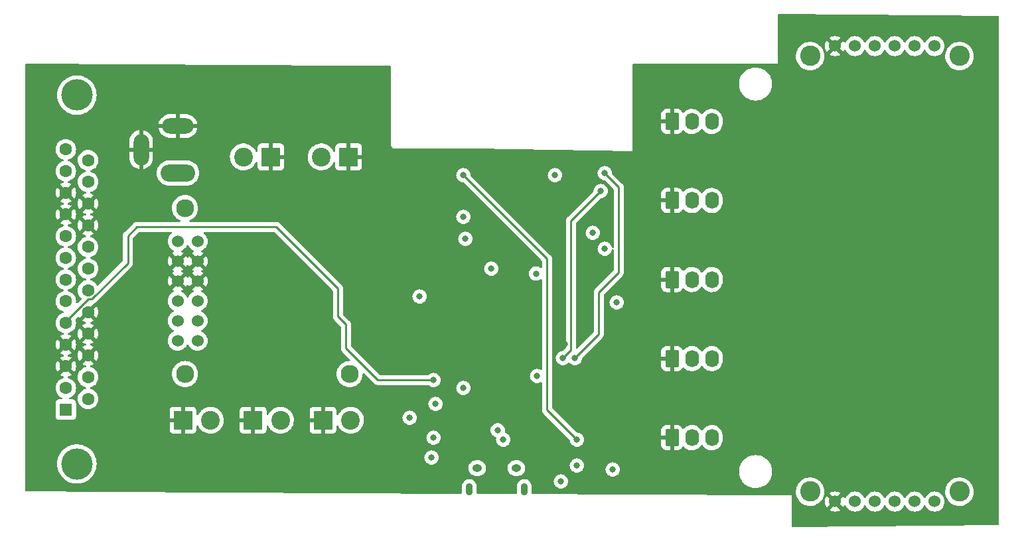
<source format=gbr>
%TF.GenerationSoftware,KiCad,Pcbnew,(6.0.0-0)*%
%TF.CreationDate,2022-12-05T15:29:02-05:00*%
%TF.ProjectId,Dome_Controller_V2,446f6d65-5f43-46f6-9e74-726f6c6c6572,2.0*%
%TF.SameCoordinates,Original*%
%TF.FileFunction,Copper,L4,Bot*%
%TF.FilePolarity,Positive*%
%FSLAX46Y46*%
G04 Gerber Fmt 4.6, Leading zero omitted, Abs format (unit mm)*
G04 Created by KiCad (PCBNEW (6.0.0-0)) date 2022-12-05 15:29:02*
%MOMM*%
%LPD*%
G01*
G04 APERTURE LIST*
G04 Aperture macros list*
%AMRoundRect*
0 Rectangle with rounded corners*
0 $1 Rounding radius*
0 $2 $3 $4 $5 $6 $7 $8 $9 X,Y pos of 4 corners*
0 Add a 4 corners polygon primitive as box body*
4,1,4,$2,$3,$4,$5,$6,$7,$8,$9,$2,$3,0*
0 Add four circle primitives for the rounded corners*
1,1,$1+$1,$2,$3*
1,1,$1+$1,$4,$5*
1,1,$1+$1,$6,$7*
1,1,$1+$1,$8,$9*
0 Add four rect primitives between the rounded corners*
20,1,$1+$1,$2,$3,$4,$5,0*
20,1,$1+$1,$4,$5,$6,$7,0*
20,1,$1+$1,$6,$7,$8,$9,0*
20,1,$1+$1,$8,$9,$2,$3,0*%
G04 Aperture macros list end*
%TA.AperFunction,ComponentPad*%
%ADD10R,2.400000X2.400000*%
%TD*%
%TA.AperFunction,ComponentPad*%
%ADD11C,2.400000*%
%TD*%
%TA.AperFunction,ComponentPad*%
%ADD12O,4.400000X2.200000*%
%TD*%
%TA.AperFunction,ComponentPad*%
%ADD13O,4.000000X2.000000*%
%TD*%
%TA.AperFunction,ComponentPad*%
%ADD14O,2.000000X4.000000*%
%TD*%
%TA.AperFunction,ComponentPad*%
%ADD15RoundRect,0.250000X-0.620000X-0.845000X0.620000X-0.845000X0.620000X0.845000X-0.620000X0.845000X0*%
%TD*%
%TA.AperFunction,ComponentPad*%
%ADD16O,1.740000X2.190000*%
%TD*%
%TA.AperFunction,ComponentPad*%
%ADD17O,1.250000X0.950000*%
%TD*%
%TA.AperFunction,ComponentPad*%
%ADD18O,0.890000X1.550000*%
%TD*%
%TA.AperFunction,ComponentPad*%
%ADD19C,1.524000*%
%TD*%
%TA.AperFunction,ComponentPad*%
%ADD20C,2.300000*%
%TD*%
%TA.AperFunction,ComponentPad*%
%ADD21C,2.600000*%
%TD*%
%TA.AperFunction,ComponentPad*%
%ADD22C,4.000000*%
%TD*%
%TA.AperFunction,ComponentPad*%
%ADD23R,1.600000X1.600000*%
%TD*%
%TA.AperFunction,ComponentPad*%
%ADD24C,1.600000*%
%TD*%
%TA.AperFunction,ViaPad*%
%ADD25C,0.800000*%
%TD*%
%TA.AperFunction,Conductor*%
%ADD26C,0.254000*%
%TD*%
%TA.AperFunction,Conductor*%
%ADD27C,0.250000*%
%TD*%
G04 APERTURE END LIST*
D10*
%TO.P,J7,1,Pin_1*%
%TO.N,GND*%
X75960000Y-99686000D03*
D11*
%TO.P,J7,2,Pin_2*%
%TO.N,+5V*%
X79460000Y-99686000D03*
%TD*%
D12*
%TO.P,J14,1*%
%TO.N,+12V*%
X75314000Y-68124000D03*
D13*
%TO.P,J14,2*%
%TO.N,GND*%
X75314000Y-62124000D03*
D14*
%TO.P,J14,3*%
X70614000Y-65124000D03*
%TD*%
D15*
%TO.P,J4,1,Pin_1*%
%TO.N,GND*%
X138342000Y-81723000D03*
D16*
%TO.P,J4,2,Pin_2*%
%TO.N,RX_RS*%
X140882000Y-81723000D03*
%TO.P,J4,3,Pin_3*%
%TO.N,TX_RS*%
X143422000Y-81723000D03*
%TD*%
D17*
%TO.P,J1,6,Shield*%
%TO.N,unconnected-(J1-Pad6)*%
X118488000Y-105808000D03*
D18*
X112488000Y-108508000D03*
X119488000Y-108508000D03*
D17*
X113488000Y-105808000D03*
%TD*%
D15*
%TO.P,J10,1,Pin_1*%
%TO.N,GND*%
X138342000Y-61534000D03*
D16*
%TO.P,J10,2,Pin_2*%
%TO.N,+5V*%
X140882000Y-61534000D03*
%TO.P,J10,3,Pin_3*%
%TO.N,TX_PSI*%
X143422000Y-61534000D03*
%TD*%
D10*
%TO.P,J9,1,Pin_1*%
%TO.N,GND*%
X84899000Y-99686000D03*
D11*
%TO.P,J9,2,Pin_2*%
%TO.N,+5V*%
X88399000Y-99686000D03*
%TD*%
D15*
%TO.P,J11,1,Pin_1*%
%TO.N,GND*%
X138342000Y-91817500D03*
D16*
%TO.P,J11,2,Pin_2*%
%TO.N,RX_FU*%
X140882000Y-91817500D03*
%TO.P,J11,3,Pin_3*%
%TO.N,TX_FU*%
X143422000Y-91817500D03*
%TD*%
D10*
%TO.P,J8,1,Pin_1*%
%TO.N,GND*%
X93838000Y-99686000D03*
D11*
%TO.P,J8,2,Pin_2*%
%TO.N,+5V*%
X97338000Y-99686000D03*
%TD*%
D19*
%TO.P,U6,1,VOUT*%
%TO.N,+5V*%
X75279000Y-76841000D03*
%TO.P,U6,2,GND*%
%TO.N,GND*%
X75279000Y-79381000D03*
%TO.P,U6,3,GND*%
X75279000Y-81921000D03*
%TO.P,U6,4,VIN*%
%TO.N,+12V*%
X75279000Y-84461000D03*
%TO.P,U6,5,VRP*%
%TO.N,unconnected-(U6-Pad5)*%
X75279000Y-87001000D03*
%TO.P,U6,6,EN*%
%TO.N,unconnected-(U6-Pad6)*%
X75279000Y-89541000D03*
%TO.P,U6,7,PG*%
%TO.N,unconnected-(U6-Pad7)*%
X77819000Y-89541000D03*
%TO.P,U6,8,VRP*%
%TO.N,unconnected-(U6-Pad8)*%
X77819000Y-87001000D03*
%TO.P,U6,9,VIN*%
%TO.N,+12V*%
X77819000Y-84461000D03*
%TO.P,U6,10,GND*%
%TO.N,GND*%
X77819000Y-81921000D03*
%TO.P,U6,11,GND*%
X77819000Y-79381000D03*
%TO.P,U6,12,VOUT*%
%TO.N,+5V*%
X77819000Y-76841000D03*
D20*
%TO.P,U6,13*%
%TO.N,N/C*%
X76209000Y-72591000D03*
%TO.P,U6,14*%
X76209000Y-93791000D03*
%TO.P,U6,15*%
X97209000Y-93791000D03*
%TD*%
D10*
%TO.P,J5,1,Pin_1*%
%TO.N,GND*%
X87160000Y-66064000D03*
D11*
%TO.P,J5,2,Pin_2*%
%TO.N,+12V*%
X83660000Y-66064000D03*
%TD*%
D19*
%TO.P,U7,1,GND*%
%TO.N,GND*%
X159144000Y-110077000D03*
%TO.P,U7,2,OE*%
%TO.N,unconnected-(U7-Pad2)*%
X161684000Y-110077000D03*
%TO.P,U7,3,SCL*%
%TO.N,SCL*%
X164224000Y-110077000D03*
%TO.P,U7,4,SDA*%
%TO.N,SDA*%
X166764000Y-110077000D03*
%TO.P,U7,5,VCC*%
%TO.N,+3.3V*%
X169304000Y-110077000D03*
%TO.P,U7,6,V+*%
%TO.N,+5V*%
X171844000Y-110077000D03*
%TO.P,U7,7,GND*%
%TO.N,GND*%
X159144000Y-51911000D03*
%TO.P,U7,8,OE*%
%TO.N,unconnected-(U7-Pad8)*%
X161684000Y-51911000D03*
%TO.P,U7,9,SCL*%
%TO.N,SCL*%
X164224000Y-51911000D03*
%TO.P,U7,10,SDA*%
%TO.N,SDA*%
X166764000Y-51911000D03*
%TO.P,U7,11,VCC*%
%TO.N,+3.3V*%
X169304000Y-51911000D03*
%TO.P,U7,12,V+*%
%TO.N,+5V*%
X171844000Y-51911000D03*
D21*
%TO.P,U7,13*%
%TO.N,N/C*%
X155969000Y-53181000D03*
X175019000Y-53181000D03*
X175019000Y-108807000D03*
X155969000Y-108807000D03*
%TD*%
D10*
%TO.P,J6,1,Pin_1*%
%TO.N,GND*%
X97086000Y-66060000D03*
D11*
%TO.P,J6,2,Pin_2*%
%TO.N,+12V*%
X93586000Y-66060000D03*
%TD*%
D22*
%TO.P,J13,0,PAD*%
%TO.N,unconnected-(J13-Pad0)*%
X62423338Y-105272000D03*
X62423338Y-58172000D03*
D23*
%TO.P,J13,1,1*%
%TO.N,+12V*%
X61003338Y-98342000D03*
D24*
%TO.P,J13,2,2*%
X61003338Y-95572000D03*
%TO.P,J13,3,3*%
%TO.N,GND*%
X61003338Y-92802000D03*
%TO.P,J13,4,4*%
X61003338Y-90032000D03*
%TO.P,J13,5,5*%
%TO.N,VBUS*%
X61003338Y-87262000D03*
%TO.P,J13,6,6*%
%TO.N,D-*%
X61003338Y-84492000D03*
%TO.P,J13,7,7*%
%TO.N,unconnected-(J13-Pad7)*%
X61003338Y-81722000D03*
%TO.P,J13,8,8*%
%TO.N,unconnected-(J13-Pad8)*%
X61003338Y-78952000D03*
%TO.P,J13,9,9*%
%TO.N,unconnected-(J13-Pad9)*%
X61003338Y-76182000D03*
%TO.P,J13,10,10*%
%TO.N,GND*%
X61003338Y-73412000D03*
%TO.P,J13,11,11*%
X61003338Y-70642000D03*
%TO.P,J13,12,12*%
%TO.N,+12V*%
X61003338Y-67872000D03*
%TO.P,J13,13,13*%
X61003338Y-65102000D03*
%TO.P,J13,14,P14*%
X63843338Y-96957000D03*
%TO.P,J13,15,P15*%
X63843338Y-94187000D03*
%TO.P,J13,16,P16*%
%TO.N,GND*%
X63843338Y-91417000D03*
%TO.P,J13,17,P17*%
X63843338Y-88647000D03*
%TO.P,J13,18,P18*%
X63843338Y-85877000D03*
%TO.P,J13,19,P19*%
%TO.N,D+*%
X63843338Y-83107000D03*
%TO.P,J13,20,P20*%
%TO.N,unconnected-(J13-Pad20)*%
X63843338Y-80337000D03*
%TO.P,J13,21,P21*%
%TO.N,unconnected-(J13-Pad21)*%
X63843338Y-77567000D03*
%TO.P,J13,22,P22*%
%TO.N,GND*%
X63843338Y-74797000D03*
%TO.P,J13,23,P23*%
X63843338Y-72027000D03*
%TO.P,J13,24,P24*%
%TO.N,+12V*%
X63843338Y-69257000D03*
%TO.P,J13,25,P25*%
X63843338Y-66487000D03*
%TD*%
D15*
%TO.P,J12,1,Pin_1*%
%TO.N,GND*%
X138342000Y-71628500D03*
D16*
%TO.P,J12,2,Pin_2*%
%TO.N,RX_HP*%
X140882000Y-71628500D03*
%TO.P,J12,3,Pin_3*%
%TO.N,TX_HP*%
X143422000Y-71628500D03*
%TD*%
D15*
%TO.P,J16,1,Pin_1*%
%TO.N,GND*%
X138342000Y-101912000D03*
D16*
%TO.P,J16,2,Pin_2*%
%TO.N,+5V*%
X140882000Y-101912000D03*
%TO.P,J16,3,Pin_3*%
%TO.N,CL_D*%
X143422000Y-101912000D03*
%TD*%
D25*
%TO.N,RX_FU*%
X128240000Y-75756000D03*
%TO.N,GND*%
X112027000Y-103907000D03*
X108346500Y-87612500D03*
X118357000Y-95545000D03*
X124684000Y-89980000D03*
X100300000Y-80836000D03*
X99538000Y-89218000D03*
%TO.N,+3.3V*%
X121128000Y-94044000D03*
X106142000Y-83884000D03*
X130780000Y-105982000D03*
%TO.N,VBUS*%
X107920000Y-94552000D03*
%TO.N,D-*%
X116111500Y-100965500D03*
%TO.N,D+*%
X116810000Y-102172000D03*
%TO.N,+5V*%
X111730000Y-95568000D03*
X126208000Y-105474000D03*
X107920000Y-101918000D03*
X124176000Y-107506000D03*
X107666000Y-104458000D03*
X108174000Y-97600000D03*
X104872000Y-99378000D03*
X131288000Y-84646000D03*
%TO.N,TX_RS*%
X121001000Y-80963000D03*
%TO.N,CL_D*%
X123414000Y-68390000D03*
%TO.N,TX_HP*%
X111730000Y-73724000D03*
%TO.N,RX_HP*%
X111984000Y-76518000D03*
%TO.N,TX_FU*%
X129764000Y-77788000D03*
%TO.N,TX_PSI*%
X115286000Y-80328000D03*
%TO.N,TXD0*%
X125954000Y-91758000D03*
X129764000Y-68136000D03*
%TO.N,RXD0*%
X124430000Y-91758000D03*
X129256000Y-70422000D03*
%TO.N,RESET*%
X126208000Y-102172000D03*
X111730000Y-68390000D03*
%TD*%
D26*
%TO.N,VBUS*%
X95728000Y-82868000D02*
X95728000Y-86435443D01*
X64309955Y-84233511D02*
X68920000Y-79623466D01*
X68920000Y-79623466D02*
X68920000Y-76148000D01*
X70074000Y-74994000D02*
X87854000Y-74994000D01*
X63893699Y-84233511D02*
X64309955Y-84233511D01*
X96744000Y-87451443D02*
X96744000Y-90488000D01*
X68920000Y-76148000D02*
X70074000Y-74994000D01*
X95728000Y-86435443D02*
X96744000Y-87451443D01*
X87854000Y-74994000D02*
X95728000Y-82868000D01*
X96744000Y-90488000D02*
X100808000Y-94552000D01*
X61003338Y-87262000D02*
X61003338Y-87123872D01*
X100808000Y-94552000D02*
X107920000Y-94552000D01*
X61003338Y-87123872D02*
X63893699Y-84233511D01*
D27*
%TO.N,TXD0*%
X129002000Y-88710000D02*
X129002000Y-83376000D01*
X131542000Y-80836000D02*
X131542000Y-69914000D01*
X129002000Y-83376000D02*
X131542000Y-80836000D01*
X131542000Y-69914000D02*
X129764000Y-68136000D01*
X125954000Y-91758000D02*
X129002000Y-88710000D01*
%TO.N,RXD0*%
X125446000Y-74232000D02*
X129256000Y-70422000D01*
X124430000Y-91758000D02*
X125446000Y-90742000D01*
X125446000Y-90742000D02*
X125446000Y-74232000D01*
%TO.N,RESET*%
X122398000Y-79058000D02*
X122398000Y-98362000D01*
X111730000Y-68390000D02*
X122398000Y-79058000D01*
X122398000Y-98362000D02*
X126208000Y-102172000D01*
%TD*%
%TA.AperFunction,Conductor*%
%TO.N,GND*%
G36*
X179931135Y-48068875D02*
G01*
X179999073Y-48089490D01*
X180045081Y-48143562D01*
X180056000Y-48194870D01*
X180056000Y-112969206D01*
X180035998Y-113037327D01*
X179982342Y-113083820D01*
X179931211Y-113095200D01*
X153767210Y-113346777D01*
X153698902Y-113327431D01*
X153651895Y-113274225D01*
X153640000Y-113220783D01*
X153640000Y-111135777D01*
X158449777Y-111135777D01*
X158459074Y-111147793D01*
X158502069Y-111177898D01*
X158511555Y-111183376D01*
X158702993Y-111272645D01*
X158713285Y-111276391D01*
X158917309Y-111331059D01*
X158928104Y-111332962D01*
X159138525Y-111351372D01*
X159149475Y-111351372D01*
X159359896Y-111332962D01*
X159370691Y-111331059D01*
X159574715Y-111276391D01*
X159585007Y-111272645D01*
X159776445Y-111183376D01*
X159785931Y-111177898D01*
X159829764Y-111147207D01*
X159838139Y-111136729D01*
X159831071Y-111123281D01*
X159156812Y-110449022D01*
X159142868Y-110441408D01*
X159141035Y-110441539D01*
X159134420Y-110445790D01*
X158456207Y-111124003D01*
X158449777Y-111135777D01*
X153640000Y-111135777D01*
X153640000Y-109284000D01*
X153626620Y-109283930D01*
X153626618Y-109283930D01*
X132121241Y-109172214D01*
X120559209Y-109112152D01*
X120491195Y-109091797D01*
X120444981Y-109037900D01*
X120435242Y-108967575D01*
X120436528Y-108960387D01*
X120440176Y-108942927D01*
X120440176Y-108942923D01*
X120441167Y-108938182D01*
X120441500Y-108931828D01*
X120441500Y-108759526D01*
X154156050Y-108759526D01*
X154156274Y-108764192D01*
X154156274Y-108764197D01*
X154159072Y-108822446D01*
X154168947Y-109028019D01*
X154221388Y-109291656D01*
X154312220Y-109544646D01*
X154314432Y-109548762D01*
X154314433Y-109548765D01*
X154324571Y-109567633D01*
X154439450Y-109781431D01*
X154442241Y-109785168D01*
X154442245Y-109785175D01*
X154554720Y-109935796D01*
X154600281Y-109996810D01*
X154603590Y-110000090D01*
X154603595Y-110000096D01*
X154742897Y-110138187D01*
X154791180Y-110186050D01*
X154794942Y-110188808D01*
X154794945Y-110188811D01*
X154823250Y-110209565D01*
X155007954Y-110344995D01*
X155012089Y-110347171D01*
X155012093Y-110347173D01*
X155167536Y-110428956D01*
X155245840Y-110470154D01*
X155354215Y-110508000D01*
X155481424Y-110552423D01*
X155499613Y-110558775D01*
X155504206Y-110559647D01*
X155759109Y-110608042D01*
X155759112Y-110608042D01*
X155763698Y-110608913D01*
X155891370Y-110613929D01*
X156027625Y-110619283D01*
X156027630Y-110619283D01*
X156032293Y-110619466D01*
X156136607Y-110608042D01*
X156294844Y-110590713D01*
X156294850Y-110590712D01*
X156299497Y-110590203D01*
X156304021Y-110589012D01*
X156554918Y-110522956D01*
X156554920Y-110522955D01*
X156559441Y-110521765D01*
X156591480Y-110508000D01*
X156802120Y-110417502D01*
X156802122Y-110417501D01*
X156806414Y-110415657D01*
X156987212Y-110303776D01*
X157031017Y-110276669D01*
X157031021Y-110276666D01*
X157034990Y-110274210D01*
X157240149Y-110100530D01*
X157255983Y-110082475D01*
X157869628Y-110082475D01*
X157888038Y-110292896D01*
X157889941Y-110303691D01*
X157944609Y-110507715D01*
X157948355Y-110518007D01*
X158037623Y-110709441D01*
X158043103Y-110718932D01*
X158073794Y-110762765D01*
X158084271Y-110771140D01*
X158097718Y-110764072D01*
X158771978Y-110089812D01*
X158778356Y-110078132D01*
X159508408Y-110078132D01*
X159508539Y-110079965D01*
X159512790Y-110086580D01*
X160191003Y-110764793D01*
X160202777Y-110771223D01*
X160214793Y-110761926D01*
X160244897Y-110718932D01*
X160250377Y-110709441D01*
X160299529Y-110604035D01*
X160346447Y-110550750D01*
X160414724Y-110531289D01*
X160482684Y-110551831D01*
X160527919Y-110604035D01*
X160577186Y-110709689D01*
X160577189Y-110709694D01*
X160579512Y-110714676D01*
X160582668Y-110719183D01*
X160582669Y-110719185D01*
X160619107Y-110771223D01*
X160707023Y-110896781D01*
X160864219Y-111053977D01*
X160868727Y-111057134D01*
X160868730Y-111057136D01*
X160944495Y-111110187D01*
X161046323Y-111181488D01*
X161051305Y-111183811D01*
X161051310Y-111183814D01*
X161241810Y-111272645D01*
X161247804Y-111275440D01*
X161253112Y-111276862D01*
X161253114Y-111276863D01*
X161318949Y-111294503D01*
X161462537Y-111332978D01*
X161684000Y-111352353D01*
X161905463Y-111332978D01*
X162049051Y-111294503D01*
X162114886Y-111276863D01*
X162114888Y-111276862D01*
X162120196Y-111275440D01*
X162126190Y-111272645D01*
X162316690Y-111183814D01*
X162316695Y-111183811D01*
X162321677Y-111181488D01*
X162423505Y-111110187D01*
X162499270Y-111057136D01*
X162499273Y-111057134D01*
X162503781Y-111053977D01*
X162660977Y-110896781D01*
X162748894Y-110771223D01*
X162785331Y-110719185D01*
X162785332Y-110719183D01*
X162788488Y-110714676D01*
X162790811Y-110709694D01*
X162790814Y-110709689D01*
X162839805Y-110604627D01*
X162886723Y-110551342D01*
X162955000Y-110531881D01*
X163022960Y-110552423D01*
X163068195Y-110604627D01*
X163117186Y-110709689D01*
X163117189Y-110709694D01*
X163119512Y-110714676D01*
X163122668Y-110719183D01*
X163122669Y-110719185D01*
X163159107Y-110771223D01*
X163247023Y-110896781D01*
X163404219Y-111053977D01*
X163408727Y-111057134D01*
X163408730Y-111057136D01*
X163484495Y-111110187D01*
X163586323Y-111181488D01*
X163591305Y-111183811D01*
X163591310Y-111183814D01*
X163781810Y-111272645D01*
X163787804Y-111275440D01*
X163793112Y-111276862D01*
X163793114Y-111276863D01*
X163858949Y-111294503D01*
X164002537Y-111332978D01*
X164224000Y-111352353D01*
X164445463Y-111332978D01*
X164589051Y-111294503D01*
X164654886Y-111276863D01*
X164654888Y-111276862D01*
X164660196Y-111275440D01*
X164666190Y-111272645D01*
X164856690Y-111183814D01*
X164856695Y-111183811D01*
X164861677Y-111181488D01*
X164963505Y-111110187D01*
X165039270Y-111057136D01*
X165039273Y-111057134D01*
X165043781Y-111053977D01*
X165200977Y-110896781D01*
X165288894Y-110771223D01*
X165325331Y-110719185D01*
X165325332Y-110719183D01*
X165328488Y-110714676D01*
X165330811Y-110709694D01*
X165330814Y-110709689D01*
X165379805Y-110604627D01*
X165426723Y-110551342D01*
X165495000Y-110531881D01*
X165562960Y-110552423D01*
X165608195Y-110604627D01*
X165657186Y-110709689D01*
X165657189Y-110709694D01*
X165659512Y-110714676D01*
X165662668Y-110719183D01*
X165662669Y-110719185D01*
X165699107Y-110771223D01*
X165787023Y-110896781D01*
X165944219Y-111053977D01*
X165948727Y-111057134D01*
X165948730Y-111057136D01*
X166024495Y-111110187D01*
X166126323Y-111181488D01*
X166131305Y-111183811D01*
X166131310Y-111183814D01*
X166321810Y-111272645D01*
X166327804Y-111275440D01*
X166333112Y-111276862D01*
X166333114Y-111276863D01*
X166398949Y-111294503D01*
X166542537Y-111332978D01*
X166764000Y-111352353D01*
X166985463Y-111332978D01*
X167129051Y-111294503D01*
X167194886Y-111276863D01*
X167194888Y-111276862D01*
X167200196Y-111275440D01*
X167206190Y-111272645D01*
X167396690Y-111183814D01*
X167396695Y-111183811D01*
X167401677Y-111181488D01*
X167503505Y-111110187D01*
X167579270Y-111057136D01*
X167579273Y-111057134D01*
X167583781Y-111053977D01*
X167740977Y-110896781D01*
X167828894Y-110771223D01*
X167865331Y-110719185D01*
X167865332Y-110719183D01*
X167868488Y-110714676D01*
X167870811Y-110709694D01*
X167870814Y-110709689D01*
X167919805Y-110604627D01*
X167966723Y-110551342D01*
X168035000Y-110531881D01*
X168102960Y-110552423D01*
X168148195Y-110604627D01*
X168197186Y-110709689D01*
X168197189Y-110709694D01*
X168199512Y-110714676D01*
X168202668Y-110719183D01*
X168202669Y-110719185D01*
X168239107Y-110771223D01*
X168327023Y-110896781D01*
X168484219Y-111053977D01*
X168488727Y-111057134D01*
X168488730Y-111057136D01*
X168564495Y-111110187D01*
X168666323Y-111181488D01*
X168671305Y-111183811D01*
X168671310Y-111183814D01*
X168861810Y-111272645D01*
X168867804Y-111275440D01*
X168873112Y-111276862D01*
X168873114Y-111276863D01*
X168938949Y-111294503D01*
X169082537Y-111332978D01*
X169304000Y-111352353D01*
X169525463Y-111332978D01*
X169669051Y-111294503D01*
X169734886Y-111276863D01*
X169734888Y-111276862D01*
X169740196Y-111275440D01*
X169746190Y-111272645D01*
X169936690Y-111183814D01*
X169936695Y-111183811D01*
X169941677Y-111181488D01*
X170043505Y-111110187D01*
X170119270Y-111057136D01*
X170119273Y-111057134D01*
X170123781Y-111053977D01*
X170280977Y-110896781D01*
X170368894Y-110771223D01*
X170405331Y-110719185D01*
X170405332Y-110719183D01*
X170408488Y-110714676D01*
X170410811Y-110709694D01*
X170410814Y-110709689D01*
X170459805Y-110604627D01*
X170506723Y-110551342D01*
X170575000Y-110531881D01*
X170642960Y-110552423D01*
X170688195Y-110604627D01*
X170737186Y-110709689D01*
X170737189Y-110709694D01*
X170739512Y-110714676D01*
X170742668Y-110719183D01*
X170742669Y-110719185D01*
X170779107Y-110771223D01*
X170867023Y-110896781D01*
X171024219Y-111053977D01*
X171028727Y-111057134D01*
X171028730Y-111057136D01*
X171104495Y-111110187D01*
X171206323Y-111181488D01*
X171211305Y-111183811D01*
X171211310Y-111183814D01*
X171401810Y-111272645D01*
X171407804Y-111275440D01*
X171413112Y-111276862D01*
X171413114Y-111276863D01*
X171478949Y-111294503D01*
X171622537Y-111332978D01*
X171844000Y-111352353D01*
X172065463Y-111332978D01*
X172209051Y-111294503D01*
X172274886Y-111276863D01*
X172274888Y-111276862D01*
X172280196Y-111275440D01*
X172286190Y-111272645D01*
X172476690Y-111183814D01*
X172476695Y-111183811D01*
X172481677Y-111181488D01*
X172583505Y-111110187D01*
X172659270Y-111057136D01*
X172659273Y-111057134D01*
X172663781Y-111053977D01*
X172820977Y-110896781D01*
X172908894Y-110771223D01*
X172945331Y-110719185D01*
X172945332Y-110719183D01*
X172948488Y-110714676D01*
X172950811Y-110709694D01*
X172950814Y-110709689D01*
X173040117Y-110518178D01*
X173040118Y-110518177D01*
X173042440Y-110513196D01*
X173099978Y-110298463D01*
X173119353Y-110077000D01*
X173099978Y-109855537D01*
X173042440Y-109640804D01*
X173020715Y-109594214D01*
X172950814Y-109444311D01*
X172950811Y-109444306D01*
X172948488Y-109439324D01*
X172943039Y-109431542D01*
X172824136Y-109261730D01*
X172824134Y-109261727D01*
X172820977Y-109257219D01*
X172663781Y-109100023D01*
X172659273Y-109096866D01*
X172659270Y-109096864D01*
X172567497Y-109032604D01*
X172481677Y-108972512D01*
X172476695Y-108970189D01*
X172476690Y-108970186D01*
X172285178Y-108880883D01*
X172285177Y-108880882D01*
X172280196Y-108878560D01*
X172274888Y-108877138D01*
X172274886Y-108877137D01*
X172209051Y-108859497D01*
X172065463Y-108821022D01*
X171844000Y-108801647D01*
X171622537Y-108821022D01*
X171478949Y-108859497D01*
X171413114Y-108877137D01*
X171413112Y-108877138D01*
X171407804Y-108878560D01*
X171402823Y-108880882D01*
X171402822Y-108880883D01*
X171211311Y-108970186D01*
X171211306Y-108970189D01*
X171206324Y-108972512D01*
X171201817Y-108975668D01*
X171201815Y-108975669D01*
X171028730Y-109096864D01*
X171028727Y-109096866D01*
X171024219Y-109100023D01*
X170867023Y-109257219D01*
X170863866Y-109261727D01*
X170863864Y-109261730D01*
X170744961Y-109431542D01*
X170739512Y-109439324D01*
X170737189Y-109444306D01*
X170737186Y-109444311D01*
X170688195Y-109549373D01*
X170641277Y-109602658D01*
X170573000Y-109622119D01*
X170505040Y-109601577D01*
X170459805Y-109549373D01*
X170410814Y-109444311D01*
X170410811Y-109444306D01*
X170408488Y-109439324D01*
X170403039Y-109431542D01*
X170284136Y-109261730D01*
X170284134Y-109261727D01*
X170280977Y-109257219D01*
X170123781Y-109100023D01*
X170119273Y-109096866D01*
X170119270Y-109096864D01*
X170027497Y-109032604D01*
X169941677Y-108972512D01*
X169936695Y-108970189D01*
X169936690Y-108970186D01*
X169745178Y-108880883D01*
X169745177Y-108880882D01*
X169740196Y-108878560D01*
X169734888Y-108877138D01*
X169734886Y-108877137D01*
X169669051Y-108859497D01*
X169525463Y-108821022D01*
X169304000Y-108801647D01*
X169082537Y-108821022D01*
X168938949Y-108859497D01*
X168873114Y-108877137D01*
X168873112Y-108877138D01*
X168867804Y-108878560D01*
X168862823Y-108880882D01*
X168862822Y-108880883D01*
X168671311Y-108970186D01*
X168671306Y-108970189D01*
X168666324Y-108972512D01*
X168661817Y-108975668D01*
X168661815Y-108975669D01*
X168488730Y-109096864D01*
X168488727Y-109096866D01*
X168484219Y-109100023D01*
X168327023Y-109257219D01*
X168323866Y-109261727D01*
X168323864Y-109261730D01*
X168204961Y-109431542D01*
X168199512Y-109439324D01*
X168197189Y-109444306D01*
X168197186Y-109444311D01*
X168148195Y-109549373D01*
X168101277Y-109602658D01*
X168033000Y-109622119D01*
X167965040Y-109601577D01*
X167919805Y-109549373D01*
X167870814Y-109444311D01*
X167870811Y-109444306D01*
X167868488Y-109439324D01*
X167863039Y-109431542D01*
X167744136Y-109261730D01*
X167744134Y-109261727D01*
X167740977Y-109257219D01*
X167583781Y-109100023D01*
X167579273Y-109096866D01*
X167579270Y-109096864D01*
X167487497Y-109032604D01*
X167401677Y-108972512D01*
X167396695Y-108970189D01*
X167396690Y-108970186D01*
X167205178Y-108880883D01*
X167205177Y-108880882D01*
X167200196Y-108878560D01*
X167194888Y-108877138D01*
X167194886Y-108877137D01*
X167129051Y-108859497D01*
X166985463Y-108821022D01*
X166764000Y-108801647D01*
X166542537Y-108821022D01*
X166398949Y-108859497D01*
X166333114Y-108877137D01*
X166333112Y-108877138D01*
X166327804Y-108878560D01*
X166322823Y-108880882D01*
X166322822Y-108880883D01*
X166131311Y-108970186D01*
X166131306Y-108970189D01*
X166126324Y-108972512D01*
X166121817Y-108975668D01*
X166121815Y-108975669D01*
X165948730Y-109096864D01*
X165948727Y-109096866D01*
X165944219Y-109100023D01*
X165787023Y-109257219D01*
X165783866Y-109261727D01*
X165783864Y-109261730D01*
X165664961Y-109431542D01*
X165659512Y-109439324D01*
X165657189Y-109444306D01*
X165657186Y-109444311D01*
X165608195Y-109549373D01*
X165561277Y-109602658D01*
X165493000Y-109622119D01*
X165425040Y-109601577D01*
X165379805Y-109549373D01*
X165330814Y-109444311D01*
X165330811Y-109444306D01*
X165328488Y-109439324D01*
X165323039Y-109431542D01*
X165204136Y-109261730D01*
X165204134Y-109261727D01*
X165200977Y-109257219D01*
X165043781Y-109100023D01*
X165039273Y-109096866D01*
X165039270Y-109096864D01*
X164947497Y-109032604D01*
X164861677Y-108972512D01*
X164856695Y-108970189D01*
X164856690Y-108970186D01*
X164665178Y-108880883D01*
X164665177Y-108880882D01*
X164660196Y-108878560D01*
X164654888Y-108877138D01*
X164654886Y-108877137D01*
X164589051Y-108859497D01*
X164445463Y-108821022D01*
X164224000Y-108801647D01*
X164002537Y-108821022D01*
X163858949Y-108859497D01*
X163793114Y-108877137D01*
X163793112Y-108877138D01*
X163787804Y-108878560D01*
X163782823Y-108880882D01*
X163782822Y-108880883D01*
X163591311Y-108970186D01*
X163591306Y-108970189D01*
X163586324Y-108972512D01*
X163581817Y-108975668D01*
X163581815Y-108975669D01*
X163408730Y-109096864D01*
X163408727Y-109096866D01*
X163404219Y-109100023D01*
X163247023Y-109257219D01*
X163243866Y-109261727D01*
X163243864Y-109261730D01*
X163124961Y-109431542D01*
X163119512Y-109439324D01*
X163117189Y-109444306D01*
X163117186Y-109444311D01*
X163068195Y-109549373D01*
X163021277Y-109602658D01*
X162953000Y-109622119D01*
X162885040Y-109601577D01*
X162839805Y-109549373D01*
X162790814Y-109444311D01*
X162790811Y-109444306D01*
X162788488Y-109439324D01*
X162783039Y-109431542D01*
X162664136Y-109261730D01*
X162664134Y-109261727D01*
X162660977Y-109257219D01*
X162503781Y-109100023D01*
X162499273Y-109096866D01*
X162499270Y-109096864D01*
X162407497Y-109032604D01*
X162321677Y-108972512D01*
X162316695Y-108970189D01*
X162316690Y-108970186D01*
X162125178Y-108880883D01*
X162125177Y-108880882D01*
X162120196Y-108878560D01*
X162114888Y-108877138D01*
X162114886Y-108877137D01*
X162049051Y-108859497D01*
X161905463Y-108821022D01*
X161684000Y-108801647D01*
X161462537Y-108821022D01*
X161318949Y-108859497D01*
X161253114Y-108877137D01*
X161253112Y-108877138D01*
X161247804Y-108878560D01*
X161242823Y-108880882D01*
X161242822Y-108880883D01*
X161051311Y-108970186D01*
X161051306Y-108970189D01*
X161046324Y-108972512D01*
X161041817Y-108975668D01*
X161041815Y-108975669D01*
X160868730Y-109096864D01*
X160868727Y-109096866D01*
X160864219Y-109100023D01*
X160707023Y-109257219D01*
X160703866Y-109261727D01*
X160703864Y-109261730D01*
X160584961Y-109431542D01*
X160579512Y-109439324D01*
X160577189Y-109444306D01*
X160577186Y-109444311D01*
X160527919Y-109549965D01*
X160481001Y-109603250D01*
X160412724Y-109622711D01*
X160344764Y-109602169D01*
X160299529Y-109549965D01*
X160250377Y-109444559D01*
X160244897Y-109435068D01*
X160214206Y-109391235D01*
X160203729Y-109382860D01*
X160190282Y-109389928D01*
X159516022Y-110064188D01*
X159508408Y-110078132D01*
X158778356Y-110078132D01*
X158779592Y-110075868D01*
X158779461Y-110074035D01*
X158775210Y-110067420D01*
X158096997Y-109389207D01*
X158085223Y-109382777D01*
X158073207Y-109392074D01*
X158043103Y-109435068D01*
X158037623Y-109444559D01*
X157948355Y-109635993D01*
X157944609Y-109646285D01*
X157889941Y-109850309D01*
X157888038Y-109861104D01*
X157869628Y-110071525D01*
X157869628Y-110082475D01*
X157255983Y-110082475D01*
X157417382Y-109898434D01*
X157441394Y-109861104D01*
X157560269Y-109676291D01*
X157562797Y-109672361D01*
X157673199Y-109427278D01*
X157685750Y-109382777D01*
X157744893Y-109173072D01*
X157744894Y-109173069D01*
X157746163Y-109168568D01*
X157763460Y-109032604D01*
X157765411Y-109017271D01*
X158449860Y-109017271D01*
X158456928Y-109030718D01*
X159131188Y-109704978D01*
X159145132Y-109712592D01*
X159146965Y-109712461D01*
X159153580Y-109708210D01*
X159831793Y-109029997D01*
X159838223Y-109018223D01*
X159828926Y-109006207D01*
X159785931Y-108976102D01*
X159776445Y-108970624D01*
X159585007Y-108881355D01*
X159574715Y-108877609D01*
X159370691Y-108822941D01*
X159359896Y-108821038D01*
X159149475Y-108802628D01*
X159138525Y-108802628D01*
X158928104Y-108821038D01*
X158917309Y-108822941D01*
X158713285Y-108877609D01*
X158702993Y-108881355D01*
X158511559Y-108970623D01*
X158502068Y-108976103D01*
X158458235Y-109006794D01*
X158449860Y-109017271D01*
X157765411Y-109017271D01*
X157779688Y-108905045D01*
X157779688Y-108905041D01*
X157780086Y-108901915D01*
X157780625Y-108881355D01*
X157781477Y-108848779D01*
X157782571Y-108807000D01*
X157779043Y-108759526D01*
X173206050Y-108759526D01*
X173206274Y-108764192D01*
X173206274Y-108764197D01*
X173209072Y-108822446D01*
X173218947Y-109028019D01*
X173271388Y-109291656D01*
X173362220Y-109544646D01*
X173364432Y-109548762D01*
X173364433Y-109548765D01*
X173374571Y-109567633D01*
X173489450Y-109781431D01*
X173492241Y-109785168D01*
X173492245Y-109785175D01*
X173604720Y-109935796D01*
X173650281Y-109996810D01*
X173653590Y-110000090D01*
X173653595Y-110000096D01*
X173792897Y-110138187D01*
X173841180Y-110186050D01*
X173844942Y-110188808D01*
X173844945Y-110188811D01*
X173873250Y-110209565D01*
X174057954Y-110344995D01*
X174062089Y-110347171D01*
X174062093Y-110347173D01*
X174217536Y-110428956D01*
X174295840Y-110470154D01*
X174404215Y-110508000D01*
X174531424Y-110552423D01*
X174549613Y-110558775D01*
X174554206Y-110559647D01*
X174809109Y-110608042D01*
X174809112Y-110608042D01*
X174813698Y-110608913D01*
X174941370Y-110613929D01*
X175077625Y-110619283D01*
X175077630Y-110619283D01*
X175082293Y-110619466D01*
X175186607Y-110608042D01*
X175344844Y-110590713D01*
X175344850Y-110590712D01*
X175349497Y-110590203D01*
X175354021Y-110589012D01*
X175604918Y-110522956D01*
X175604920Y-110522955D01*
X175609441Y-110521765D01*
X175641480Y-110508000D01*
X175852120Y-110417502D01*
X175852122Y-110417501D01*
X175856414Y-110415657D01*
X176037212Y-110303776D01*
X176081017Y-110276669D01*
X176081021Y-110276666D01*
X176084990Y-110274210D01*
X176290149Y-110100530D01*
X176467382Y-109898434D01*
X176491394Y-109861104D01*
X176610269Y-109676291D01*
X176612797Y-109672361D01*
X176723199Y-109427278D01*
X176735750Y-109382777D01*
X176794893Y-109173072D01*
X176794894Y-109173069D01*
X176796163Y-109168568D01*
X176813460Y-109032604D01*
X176829688Y-108905045D01*
X176829688Y-108905041D01*
X176830086Y-108901915D01*
X176830625Y-108881355D01*
X176831477Y-108848779D01*
X176832571Y-108807000D01*
X176812650Y-108538937D01*
X176801020Y-108487538D01*
X176754361Y-108281331D01*
X176754360Y-108281326D01*
X176753327Y-108276763D01*
X176655902Y-108026238D01*
X176522518Y-107792864D01*
X176512380Y-107780003D01*
X176418557Y-107660990D01*
X176356105Y-107581769D01*
X176160317Y-107397591D01*
X176003751Y-107288976D01*
X175943299Y-107247039D01*
X175943296Y-107247037D01*
X175939457Y-107244374D01*
X175935264Y-107242306D01*
X175702564Y-107127551D01*
X175702561Y-107127550D01*
X175698376Y-107125486D01*
X175650745Y-107110239D01*
X175596621Y-107092914D01*
X175442370Y-107043538D01*
X175437763Y-107042788D01*
X175437760Y-107042787D01*
X175181674Y-107001081D01*
X175181675Y-107001081D01*
X175177063Y-107000330D01*
X175046719Y-106998624D01*
X174912961Y-106996873D01*
X174912958Y-106996873D01*
X174908284Y-106996812D01*
X174641937Y-107033060D01*
X174383874Y-107108278D01*
X174139763Y-107220815D01*
X174106984Y-107242306D01*
X173918881Y-107365631D01*
X173918876Y-107365635D01*
X173914968Y-107368197D01*
X173911476Y-107371314D01*
X173767929Y-107499435D01*
X173714426Y-107547188D01*
X173542544Y-107753854D01*
X173403096Y-107983656D01*
X173401287Y-107987970D01*
X173401285Y-107987974D01*
X173363611Y-108077818D01*
X173299148Y-108231545D01*
X173232981Y-108492077D01*
X173206050Y-108759526D01*
X157779043Y-108759526D01*
X157762650Y-108538937D01*
X157751020Y-108487538D01*
X157704361Y-108281331D01*
X157704360Y-108281326D01*
X157703327Y-108276763D01*
X157605902Y-108026238D01*
X157472518Y-107792864D01*
X157462380Y-107780003D01*
X157368557Y-107660990D01*
X157306105Y-107581769D01*
X157110317Y-107397591D01*
X156953751Y-107288976D01*
X156893299Y-107247039D01*
X156893296Y-107247037D01*
X156889457Y-107244374D01*
X156885264Y-107242306D01*
X156652564Y-107127551D01*
X156652561Y-107127550D01*
X156648376Y-107125486D01*
X156600745Y-107110239D01*
X156546621Y-107092914D01*
X156392370Y-107043538D01*
X156387763Y-107042788D01*
X156387760Y-107042787D01*
X156131674Y-107001081D01*
X156131675Y-107001081D01*
X156127063Y-107000330D01*
X155996719Y-106998624D01*
X155862961Y-106996873D01*
X155862958Y-106996873D01*
X155858284Y-106996812D01*
X155591937Y-107033060D01*
X155333874Y-107108278D01*
X155089763Y-107220815D01*
X155056984Y-107242306D01*
X154868881Y-107365631D01*
X154868876Y-107365635D01*
X154864968Y-107368197D01*
X154861476Y-107371314D01*
X154717929Y-107499435D01*
X154664426Y-107547188D01*
X154492544Y-107753854D01*
X154353096Y-107983656D01*
X154351287Y-107987970D01*
X154351285Y-107987974D01*
X154313611Y-108077818D01*
X154249148Y-108231545D01*
X154182981Y-108492077D01*
X154156050Y-108759526D01*
X120441500Y-108759526D01*
X120441500Y-108129592D01*
X120433028Y-108046186D01*
X120427487Y-107991632D01*
X120427487Y-107991630D01*
X120426842Y-107985284D01*
X120368915Y-107800439D01*
X120275003Y-107631018D01*
X120270847Y-107626169D01*
X120167850Y-107506000D01*
X123262496Y-107506000D01*
X123263186Y-107512565D01*
X123278939Y-107662443D01*
X123282458Y-107695928D01*
X123341473Y-107877556D01*
X123344776Y-107883278D01*
X123344777Y-107883279D01*
X123350067Y-107892441D01*
X123436960Y-108042944D01*
X123441378Y-108047851D01*
X123441379Y-108047852D01*
X123472684Y-108082620D01*
X123564747Y-108184866D01*
X123719248Y-108297118D01*
X123725276Y-108299802D01*
X123725278Y-108299803D01*
X123887681Y-108372109D01*
X123893712Y-108374794D01*
X123987112Y-108394647D01*
X124074056Y-108413128D01*
X124074061Y-108413128D01*
X124080513Y-108414500D01*
X124271487Y-108414500D01*
X124277939Y-108413128D01*
X124277944Y-108413128D01*
X124364888Y-108394647D01*
X124458288Y-108374794D01*
X124464319Y-108372109D01*
X124626722Y-108299803D01*
X124626724Y-108299802D01*
X124632752Y-108297118D01*
X124787253Y-108184866D01*
X124879316Y-108082620D01*
X124910621Y-108047852D01*
X124910622Y-108047851D01*
X124915040Y-108042944D01*
X125001933Y-107892441D01*
X125007223Y-107883279D01*
X125007224Y-107883278D01*
X125010527Y-107877556D01*
X125069542Y-107695928D01*
X125073062Y-107662443D01*
X125088814Y-107512565D01*
X125089504Y-107506000D01*
X125088814Y-107499435D01*
X125070232Y-107322635D01*
X125070232Y-107322633D01*
X125069542Y-107316072D01*
X125010527Y-107134444D01*
X124915040Y-106969056D01*
X124787253Y-106827134D01*
X124632752Y-106714882D01*
X124626724Y-106712198D01*
X124626722Y-106712197D01*
X124464319Y-106639891D01*
X124464318Y-106639891D01*
X124458288Y-106637206D01*
X124356683Y-106615609D01*
X124277944Y-106598872D01*
X124277939Y-106598872D01*
X124271487Y-106597500D01*
X124080513Y-106597500D01*
X124074061Y-106598872D01*
X124074056Y-106598872D01*
X123995317Y-106615609D01*
X123893712Y-106637206D01*
X123887682Y-106639891D01*
X123887681Y-106639891D01*
X123725278Y-106712197D01*
X123725276Y-106712198D01*
X123719248Y-106714882D01*
X123564747Y-106827134D01*
X123436960Y-106969056D01*
X123341473Y-107134444D01*
X123282458Y-107316072D01*
X123281768Y-107322633D01*
X123281768Y-107322635D01*
X123263186Y-107499435D01*
X123262496Y-107506000D01*
X120167850Y-107506000D01*
X120153102Y-107488793D01*
X120153100Y-107488791D01*
X120148943Y-107483941D01*
X120037622Y-107397591D01*
X120000933Y-107369132D01*
X120000930Y-107369130D01*
X119995884Y-107365216D01*
X119822077Y-107279693D01*
X119815907Y-107278086D01*
X119815902Y-107278084D01*
X119640806Y-107232475D01*
X119640803Y-107232475D01*
X119634624Y-107230865D01*
X119543938Y-107226112D01*
X119447563Y-107221061D01*
X119447559Y-107221061D01*
X119441182Y-107220727D01*
X119298496Y-107242306D01*
X119255965Y-107248738D01*
X119255964Y-107248738D01*
X119249651Y-107249693D01*
X119243663Y-107251896D01*
X119243660Y-107251897D01*
X119176735Y-107276521D01*
X119067858Y-107316581D01*
X119062442Y-107319939D01*
X119062438Y-107319941D01*
X118908650Y-107415293D01*
X118908646Y-107415296D01*
X118903227Y-107418656D01*
X118898589Y-107423042D01*
X118817806Y-107499435D01*
X118762483Y-107551751D01*
X118651377Y-107710427D01*
X118630857Y-107757847D01*
X118581774Y-107871271D01*
X118574446Y-107888204D01*
X118573141Y-107894451D01*
X118542119Y-108042944D01*
X118534833Y-108077818D01*
X118534500Y-108084172D01*
X118534500Y-108886408D01*
X118542208Y-108962290D01*
X118529193Y-109032082D01*
X118480510Y-109083759D01*
X118416201Y-109101019D01*
X115895589Y-109087925D01*
X113565683Y-109075821D01*
X113497668Y-109055466D01*
X113451454Y-109001569D01*
X113442077Y-108938230D01*
X113441167Y-108938182D01*
X113441403Y-108933677D01*
X113441500Y-108931828D01*
X113441500Y-108129592D01*
X113433028Y-108046186D01*
X113427487Y-107991632D01*
X113427487Y-107991630D01*
X113426842Y-107985284D01*
X113368915Y-107800439D01*
X113275003Y-107631018D01*
X113270847Y-107626169D01*
X113153102Y-107488793D01*
X113153100Y-107488791D01*
X113148943Y-107483941D01*
X113037622Y-107397591D01*
X113000933Y-107369132D01*
X113000930Y-107369130D01*
X112995884Y-107365216D01*
X112822077Y-107279693D01*
X112815907Y-107278086D01*
X112815902Y-107278084D01*
X112640806Y-107232475D01*
X112640803Y-107232475D01*
X112634624Y-107230865D01*
X112543938Y-107226112D01*
X112447563Y-107221061D01*
X112447559Y-107221061D01*
X112441182Y-107220727D01*
X112298496Y-107242306D01*
X112255965Y-107248738D01*
X112255964Y-107248738D01*
X112249651Y-107249693D01*
X112243663Y-107251896D01*
X112243660Y-107251897D01*
X112176735Y-107276521D01*
X112067858Y-107316581D01*
X112062442Y-107319939D01*
X112062438Y-107319941D01*
X111908650Y-107415293D01*
X111908646Y-107415296D01*
X111903227Y-107418656D01*
X111898589Y-107423042D01*
X111817806Y-107499435D01*
X111762483Y-107551751D01*
X111651377Y-107710427D01*
X111630857Y-107757847D01*
X111581774Y-107871271D01*
X111574446Y-107888204D01*
X111573141Y-107894451D01*
X111542119Y-108042944D01*
X111534833Y-108077818D01*
X111534500Y-108084172D01*
X111534500Y-108886408D01*
X111536075Y-108901915D01*
X111538512Y-108925906D01*
X111525496Y-108995699D01*
X111476814Y-109047376D01*
X111412504Y-109064636D01*
X66276168Y-108830162D01*
X55975345Y-108776651D01*
X55907330Y-108756296D01*
X55861116Y-108702399D01*
X55850000Y-108650653D01*
X55850000Y-105272000D01*
X59909878Y-105272000D01*
X59929697Y-105587020D01*
X59988843Y-105897072D01*
X60086382Y-106197266D01*
X60088069Y-106200852D01*
X60088071Y-106200856D01*
X60219088Y-106479283D01*
X60219092Y-106479290D01*
X60220776Y-106482869D01*
X60389906Y-106749375D01*
X60412781Y-106777026D01*
X60571643Y-106969056D01*
X60591105Y-106992582D01*
X60593995Y-106995296D01*
X60593996Y-106995297D01*
X60630337Y-107029423D01*
X60821198Y-107208654D01*
X60824400Y-107210981D01*
X60824402Y-107210982D01*
X60874031Y-107247039D01*
X61076559Y-107394184D01*
X61080028Y-107396091D01*
X61080031Y-107396093D01*
X61279950Y-107506000D01*
X61353159Y-107546247D01*
X61356828Y-107547700D01*
X61356833Y-107547702D01*
X61581369Y-107636602D01*
X61646636Y-107662443D01*
X61952363Y-107740940D01*
X62265517Y-107780500D01*
X62581159Y-107780500D01*
X62894313Y-107740940D01*
X63200040Y-107662443D01*
X63265307Y-107636602D01*
X63489843Y-107547702D01*
X63489848Y-107547700D01*
X63493517Y-107546247D01*
X63566726Y-107506000D01*
X63766645Y-107396093D01*
X63766648Y-107396091D01*
X63770117Y-107394184D01*
X63972645Y-107247039D01*
X64022274Y-107210982D01*
X64022276Y-107210981D01*
X64025478Y-107208654D01*
X64216339Y-107029423D01*
X64252680Y-106995297D01*
X64252681Y-106995296D01*
X64255571Y-106992582D01*
X64275034Y-106969056D01*
X64433895Y-106777026D01*
X64456770Y-106749375D01*
X64625900Y-106482869D01*
X64627584Y-106479290D01*
X64627588Y-106479283D01*
X64758605Y-106200856D01*
X64758607Y-106200852D01*
X64760294Y-106197266D01*
X64857833Y-105897072D01*
X64865612Y-105856292D01*
X112350608Y-105856292D01*
X112380486Y-106053848D01*
X112382689Y-106059835D01*
X112382689Y-106059836D01*
X112431865Y-106193493D01*
X112449477Y-106241361D01*
X112519041Y-106353556D01*
X112548141Y-106400488D01*
X112554765Y-106411172D01*
X112692047Y-106556344D01*
X112782622Y-106619765D01*
X112845051Y-106663478D01*
X112855716Y-106670946D01*
X113039086Y-106750298D01*
X113234666Y-106791156D01*
X113239522Y-106791411D01*
X113239561Y-106791413D01*
X113239577Y-106791413D01*
X113241229Y-106791500D01*
X113687934Y-106791500D01*
X113717230Y-106788524D01*
X113830434Y-106777026D01*
X113830438Y-106777025D01*
X113836780Y-106776381D01*
X114020637Y-106718763D01*
X114021349Y-106718540D01*
X114021350Y-106718539D01*
X114027440Y-106716631D01*
X114035440Y-106712197D01*
X114136902Y-106655955D01*
X114202191Y-106619765D01*
X114207040Y-106615609D01*
X114349052Y-106493891D01*
X114349053Y-106493890D01*
X114353896Y-106489739D01*
X114359225Y-106482869D01*
X114472445Y-106336907D01*
X114472447Y-106336904D01*
X114476357Y-106331863D01*
X114511110Y-106261237D01*
X114561752Y-106158318D01*
X114564571Y-106152589D01*
X114614935Y-105959238D01*
X114620330Y-105856292D01*
X117350608Y-105856292D01*
X117380486Y-106053848D01*
X117382689Y-106059835D01*
X117382689Y-106059836D01*
X117431865Y-106193493D01*
X117449477Y-106241361D01*
X117519041Y-106353556D01*
X117548141Y-106400488D01*
X117554765Y-106411172D01*
X117692047Y-106556344D01*
X117782622Y-106619765D01*
X117845051Y-106663478D01*
X117855716Y-106670946D01*
X118039086Y-106750298D01*
X118234666Y-106791156D01*
X118239522Y-106791411D01*
X118239561Y-106791413D01*
X118239577Y-106791413D01*
X118241229Y-106791500D01*
X118687934Y-106791500D01*
X118717230Y-106788524D01*
X118830434Y-106777026D01*
X118830438Y-106777025D01*
X118836780Y-106776381D01*
X119020637Y-106718763D01*
X119021349Y-106718540D01*
X119021350Y-106718539D01*
X119027440Y-106716631D01*
X119035440Y-106712197D01*
X119136902Y-106655955D01*
X119202191Y-106619765D01*
X119207040Y-106615609D01*
X119349052Y-106493891D01*
X119349053Y-106493890D01*
X119353896Y-106489739D01*
X119359225Y-106482869D01*
X119472445Y-106336907D01*
X119472447Y-106336904D01*
X119476357Y-106331863D01*
X119511110Y-106261237D01*
X119561752Y-106158318D01*
X119564571Y-106152589D01*
X119614935Y-105959238D01*
X119621366Y-105836522D01*
X119625058Y-105766089D01*
X119625058Y-105766085D01*
X119625392Y-105759708D01*
X119595514Y-105562152D01*
X119586713Y-105538230D01*
X119563081Y-105474000D01*
X125294496Y-105474000D01*
X125295186Y-105480565D01*
X125303441Y-105559103D01*
X125314458Y-105663928D01*
X125373473Y-105845556D01*
X125468960Y-106010944D01*
X125473378Y-106015851D01*
X125473379Y-106015852D01*
X125568580Y-106121583D01*
X125596747Y-106152866D01*
X125652665Y-106193493D01*
X125726014Y-106246784D01*
X125751248Y-106265118D01*
X125757276Y-106267802D01*
X125757278Y-106267803D01*
X125919681Y-106340109D01*
X125925712Y-106342794D01*
X126019112Y-106362647D01*
X126106056Y-106381128D01*
X126106061Y-106381128D01*
X126112513Y-106382500D01*
X126303487Y-106382500D01*
X126309939Y-106381128D01*
X126309944Y-106381128D01*
X126396888Y-106362647D01*
X126490288Y-106342794D01*
X126496319Y-106340109D01*
X126658722Y-106267803D01*
X126658724Y-106267802D01*
X126664752Y-106265118D01*
X126689987Y-106246784D01*
X126763335Y-106193493D01*
X126819253Y-106152866D01*
X126847420Y-106121583D01*
X126942621Y-106015852D01*
X126942622Y-106015851D01*
X126947040Y-106010944D01*
X126963751Y-105982000D01*
X129866496Y-105982000D01*
X129867186Y-105988565D01*
X129885028Y-106158318D01*
X129886458Y-106171928D01*
X129945473Y-106353556D01*
X129948776Y-106359278D01*
X129948777Y-106359279D01*
X129961392Y-106381128D01*
X130040960Y-106518944D01*
X130045378Y-106523851D01*
X130045379Y-106523852D01*
X130134526Y-106622860D01*
X130168747Y-106660866D01*
X130239398Y-106712197D01*
X130293637Y-106751604D01*
X130323248Y-106773118D01*
X130329276Y-106775802D01*
X130329278Y-106775803D01*
X130491681Y-106848109D01*
X130497712Y-106850794D01*
X130591112Y-106870647D01*
X130678056Y-106889128D01*
X130678061Y-106889128D01*
X130684513Y-106890500D01*
X130875487Y-106890500D01*
X130881939Y-106889128D01*
X130881944Y-106889128D01*
X130968887Y-106870647D01*
X131062288Y-106850794D01*
X131068319Y-106848109D01*
X131230722Y-106775803D01*
X131230724Y-106775802D01*
X131236752Y-106773118D01*
X131266364Y-106751604D01*
X131320602Y-106712197D01*
X131391253Y-106660866D01*
X131425474Y-106622860D01*
X131514621Y-106523852D01*
X131514622Y-106523851D01*
X131519040Y-106518944D01*
X131597699Y-106382703D01*
X146890743Y-106382703D01*
X146891302Y-106386947D01*
X146891302Y-106386951D01*
X146905381Y-106493891D01*
X146928268Y-106667734D01*
X147004129Y-106945036D01*
X147005813Y-106948984D01*
X147087600Y-107140729D01*
X147116923Y-107209476D01*
X147157984Y-107278084D01*
X147244740Y-107423042D01*
X147264561Y-107456161D01*
X147444313Y-107680528D01*
X147652851Y-107878423D01*
X147675787Y-107894904D01*
X147858557Y-108026238D01*
X147886317Y-108046186D01*
X147890112Y-108048195D01*
X147890113Y-108048196D01*
X147911869Y-108059715D01*
X148140392Y-108180712D01*
X148162354Y-108188749D01*
X148402864Y-108276763D01*
X148410373Y-108279511D01*
X148691264Y-108340755D01*
X148719841Y-108343004D01*
X148914282Y-108358307D01*
X148914291Y-108358307D01*
X148916739Y-108358500D01*
X149072271Y-108358500D01*
X149074407Y-108358354D01*
X149074418Y-108358354D01*
X149282548Y-108344165D01*
X149282554Y-108344164D01*
X149286825Y-108343873D01*
X149291020Y-108343004D01*
X149291022Y-108343004D01*
X149499632Y-108299803D01*
X149568342Y-108285574D01*
X149839343Y-108189607D01*
X149955620Y-108129592D01*
X150091005Y-108059715D01*
X150091006Y-108059715D01*
X150094812Y-108057750D01*
X150098313Y-108055289D01*
X150098317Y-108055287D01*
X150212418Y-107975095D01*
X150330023Y-107892441D01*
X150408403Y-107819606D01*
X150537479Y-107699661D01*
X150537481Y-107699658D01*
X150540622Y-107696740D01*
X150722713Y-107474268D01*
X150872927Y-107229142D01*
X150919054Y-107124063D01*
X150986757Y-106969830D01*
X150988483Y-106965898D01*
X151020881Y-106852166D01*
X151066068Y-106693534D01*
X151067244Y-106689406D01*
X151107751Y-106404784D01*
X151107845Y-106386951D01*
X151109235Y-106121583D01*
X151109235Y-106121576D01*
X151109257Y-106117297D01*
X151071732Y-105832266D01*
X150995871Y-105554964D01*
X150959455Y-105469589D01*
X150884763Y-105294476D01*
X150884761Y-105294472D01*
X150883077Y-105290524D01*
X150808527Y-105165960D01*
X150737643Y-105047521D01*
X150737640Y-105047517D01*
X150735439Y-105043839D01*
X150555687Y-104819472D01*
X150374917Y-104647928D01*
X150350258Y-104624527D01*
X150350255Y-104624525D01*
X150347149Y-104621577D01*
X150128645Y-104464565D01*
X150117172Y-104456321D01*
X150117171Y-104456320D01*
X150113683Y-104453814D01*
X150091843Y-104442250D01*
X149911444Y-104346734D01*
X149859608Y-104319288D01*
X149589627Y-104220489D01*
X149308736Y-104159245D01*
X149277685Y-104156801D01*
X149085718Y-104141693D01*
X149085709Y-104141693D01*
X149083261Y-104141500D01*
X148927729Y-104141500D01*
X148925593Y-104141646D01*
X148925582Y-104141646D01*
X148717452Y-104155835D01*
X148717446Y-104155836D01*
X148713175Y-104156127D01*
X148708980Y-104156996D01*
X148708978Y-104156996D01*
X148572417Y-104185276D01*
X148431658Y-104214426D01*
X148160657Y-104310393D01*
X147905188Y-104442250D01*
X147901687Y-104444711D01*
X147901683Y-104444713D01*
X147892119Y-104451435D01*
X147669977Y-104607559D01*
X147627611Y-104646928D01*
X147462838Y-104800045D01*
X147459378Y-104803260D01*
X147277287Y-105025732D01*
X147127073Y-105270858D01*
X147125347Y-105274791D01*
X147125346Y-105274792D01*
X147085691Y-105365128D01*
X147011517Y-105534102D01*
X147010342Y-105538229D01*
X147010341Y-105538230D01*
X146997572Y-105583057D01*
X146932756Y-105810594D01*
X146892249Y-106095216D01*
X146892227Y-106099505D01*
X146892226Y-106099512D01*
X146890765Y-106378417D01*
X146890743Y-106382703D01*
X131597699Y-106382703D01*
X131598608Y-106381128D01*
X131611223Y-106359279D01*
X131611224Y-106359278D01*
X131614527Y-106353556D01*
X131673542Y-106171928D01*
X131674973Y-106158318D01*
X131692814Y-105988565D01*
X131693504Y-105982000D01*
X131673542Y-105792072D01*
X131614527Y-105610444D01*
X131519040Y-105445056D01*
X131450754Y-105369216D01*
X131395675Y-105308045D01*
X131395674Y-105308044D01*
X131391253Y-105303134D01*
X131236752Y-105190882D01*
X131230724Y-105188198D01*
X131230722Y-105188197D01*
X131068319Y-105115891D01*
X131068318Y-105115891D01*
X131062288Y-105113206D01*
X130968887Y-105093353D01*
X130881944Y-105074872D01*
X130881939Y-105074872D01*
X130875487Y-105073500D01*
X130684513Y-105073500D01*
X130678061Y-105074872D01*
X130678056Y-105074872D01*
X130591113Y-105093353D01*
X130497712Y-105113206D01*
X130491682Y-105115891D01*
X130491681Y-105115891D01*
X130329278Y-105188197D01*
X130329276Y-105188198D01*
X130323248Y-105190882D01*
X130168747Y-105303134D01*
X130164326Y-105308044D01*
X130164325Y-105308045D01*
X130109247Y-105369216D01*
X130040960Y-105445056D01*
X129945473Y-105610444D01*
X129886458Y-105792072D01*
X129866496Y-105982000D01*
X126963751Y-105982000D01*
X127042527Y-105845556D01*
X127101542Y-105663928D01*
X127112560Y-105559103D01*
X127120814Y-105480565D01*
X127121504Y-105474000D01*
X127117946Y-105440148D01*
X127102232Y-105290635D01*
X127102232Y-105290633D01*
X127101542Y-105284072D01*
X127042527Y-105102444D01*
X126947040Y-104937056D01*
X126861026Y-104841527D01*
X126823675Y-104800045D01*
X126823674Y-104800044D01*
X126819253Y-104795134D01*
X126664752Y-104682882D01*
X126658724Y-104680198D01*
X126658722Y-104680197D01*
X126496319Y-104607891D01*
X126496318Y-104607891D01*
X126490288Y-104605206D01*
X126396887Y-104585353D01*
X126309944Y-104566872D01*
X126309939Y-104566872D01*
X126303487Y-104565500D01*
X126112513Y-104565500D01*
X126106061Y-104566872D01*
X126106056Y-104566872D01*
X126019113Y-104585353D01*
X125925712Y-104605206D01*
X125919682Y-104607891D01*
X125919681Y-104607891D01*
X125757278Y-104680197D01*
X125757276Y-104680198D01*
X125751248Y-104682882D01*
X125596747Y-104795134D01*
X125592326Y-104800044D01*
X125592325Y-104800045D01*
X125554975Y-104841527D01*
X125468960Y-104937056D01*
X125373473Y-105102444D01*
X125314458Y-105284072D01*
X125313768Y-105290633D01*
X125313768Y-105290635D01*
X125298054Y-105440148D01*
X125294496Y-105474000D01*
X119563081Y-105474000D01*
X119528727Y-105380629D01*
X119528727Y-105380628D01*
X119526523Y-105374639D01*
X119421235Y-105204828D01*
X119283953Y-105059656D01*
X119120284Y-104945054D01*
X118936914Y-104865702D01*
X118741334Y-104824844D01*
X118736478Y-104824589D01*
X118736439Y-104824587D01*
X118736423Y-104824587D01*
X118734771Y-104824500D01*
X118288066Y-104824500D01*
X118274933Y-104825834D01*
X118145566Y-104838974D01*
X118145562Y-104838975D01*
X118139220Y-104839619D01*
X118047898Y-104868238D01*
X117954651Y-104897460D01*
X117954650Y-104897461D01*
X117948560Y-104899369D01*
X117773809Y-104996235D01*
X117768960Y-105000391D01*
X117637336Y-105113206D01*
X117622104Y-105126261D01*
X117618197Y-105131298D01*
X117618195Y-105131300D01*
X117503555Y-105279093D01*
X117503553Y-105279096D01*
X117499643Y-105284137D01*
X117496825Y-105289863D01*
X117496823Y-105289867D01*
X117479974Y-105324109D01*
X117411429Y-105463411D01*
X117409820Y-105469589D01*
X117374621Y-105604721D01*
X117361065Y-105656762D01*
X117356165Y-105750256D01*
X117351171Y-105845556D01*
X117350608Y-105856292D01*
X114620330Y-105856292D01*
X114621366Y-105836522D01*
X114625058Y-105766089D01*
X114625058Y-105766085D01*
X114625392Y-105759708D01*
X114595514Y-105562152D01*
X114586713Y-105538230D01*
X114528727Y-105380629D01*
X114528727Y-105380628D01*
X114526523Y-105374639D01*
X114421235Y-105204828D01*
X114283953Y-105059656D01*
X114120284Y-104945054D01*
X113936914Y-104865702D01*
X113741334Y-104824844D01*
X113736478Y-104824589D01*
X113736439Y-104824587D01*
X113736423Y-104824587D01*
X113734771Y-104824500D01*
X113288066Y-104824500D01*
X113274933Y-104825834D01*
X113145566Y-104838974D01*
X113145562Y-104838975D01*
X113139220Y-104839619D01*
X113047898Y-104868238D01*
X112954651Y-104897460D01*
X112954650Y-104897461D01*
X112948560Y-104899369D01*
X112773809Y-104996235D01*
X112768960Y-105000391D01*
X112637336Y-105113206D01*
X112622104Y-105126261D01*
X112618197Y-105131298D01*
X112618195Y-105131300D01*
X112503555Y-105279093D01*
X112503553Y-105279096D01*
X112499643Y-105284137D01*
X112496825Y-105289863D01*
X112496823Y-105289867D01*
X112479974Y-105324109D01*
X112411429Y-105463411D01*
X112409820Y-105469589D01*
X112374621Y-105604721D01*
X112361065Y-105656762D01*
X112356165Y-105750256D01*
X112351171Y-105845556D01*
X112350608Y-105856292D01*
X64865612Y-105856292D01*
X64916979Y-105587020D01*
X64936798Y-105272000D01*
X64916979Y-104956980D01*
X64857833Y-104646928D01*
X64796447Y-104458000D01*
X106752496Y-104458000D01*
X106753186Y-104464565D01*
X106767824Y-104603834D01*
X106772458Y-104647928D01*
X106831473Y-104829556D01*
X106926960Y-104994944D01*
X106931378Y-104999851D01*
X106931379Y-104999852D01*
X106970985Y-105043839D01*
X107054747Y-105136866D01*
X107209248Y-105249118D01*
X107215276Y-105251802D01*
X107215278Y-105251803D01*
X107377681Y-105324109D01*
X107383712Y-105326794D01*
X107477113Y-105346647D01*
X107564056Y-105365128D01*
X107564061Y-105365128D01*
X107570513Y-105366500D01*
X107761487Y-105366500D01*
X107767939Y-105365128D01*
X107767944Y-105365128D01*
X107854888Y-105346647D01*
X107948288Y-105326794D01*
X107954319Y-105324109D01*
X108116722Y-105251803D01*
X108116724Y-105251802D01*
X108122752Y-105249118D01*
X108277253Y-105136866D01*
X108361015Y-105043839D01*
X108400621Y-104999852D01*
X108400622Y-104999851D01*
X108405040Y-104994944D01*
X108500527Y-104829556D01*
X108559542Y-104647928D01*
X108564177Y-104603834D01*
X108578814Y-104464565D01*
X108579504Y-104458000D01*
X108578814Y-104451435D01*
X108560232Y-104274635D01*
X108560232Y-104274633D01*
X108559542Y-104268072D01*
X108500527Y-104086444D01*
X108405040Y-103921056D01*
X108294219Y-103797976D01*
X108281675Y-103784045D01*
X108281674Y-103784044D01*
X108277253Y-103779134D01*
X108122752Y-103666882D01*
X108116724Y-103664198D01*
X108116722Y-103664197D01*
X107954319Y-103591891D01*
X107954318Y-103591891D01*
X107948288Y-103589206D01*
X107854887Y-103569353D01*
X107767944Y-103550872D01*
X107767939Y-103550872D01*
X107761487Y-103549500D01*
X107570513Y-103549500D01*
X107564061Y-103550872D01*
X107564056Y-103550872D01*
X107477113Y-103569353D01*
X107383712Y-103589206D01*
X107377682Y-103591891D01*
X107377681Y-103591891D01*
X107215278Y-103664197D01*
X107215276Y-103664198D01*
X107209248Y-103666882D01*
X107054747Y-103779134D01*
X107050326Y-103784044D01*
X107050325Y-103784045D01*
X107037782Y-103797976D01*
X106926960Y-103921056D01*
X106831473Y-104086444D01*
X106772458Y-104268072D01*
X106771768Y-104274633D01*
X106771768Y-104274635D01*
X106753186Y-104451435D01*
X106752496Y-104458000D01*
X64796447Y-104458000D01*
X64760294Y-104346734D01*
X64758605Y-104343144D01*
X64627588Y-104064717D01*
X64627584Y-104064710D01*
X64625900Y-104061131D01*
X64456770Y-103794625D01*
X64255571Y-103551418D01*
X64025478Y-103335346D01*
X63770117Y-103149816D01*
X63644033Y-103080500D01*
X63496986Y-102999660D01*
X63496985Y-102999659D01*
X63493517Y-102997753D01*
X63489848Y-102996300D01*
X63489843Y-102996298D01*
X63203710Y-102883010D01*
X63203709Y-102883010D01*
X63200040Y-102881557D01*
X62894313Y-102803060D01*
X62581159Y-102763500D01*
X62265517Y-102763500D01*
X61952363Y-102803060D01*
X61646636Y-102881557D01*
X61642967Y-102883010D01*
X61642966Y-102883010D01*
X61356833Y-102996298D01*
X61356828Y-102996300D01*
X61353159Y-102997753D01*
X61349691Y-102999659D01*
X61349690Y-102999660D01*
X61202644Y-103080500D01*
X61076559Y-103149816D01*
X60821198Y-103335346D01*
X60591105Y-103551418D01*
X60389906Y-103794625D01*
X60220776Y-104061131D01*
X60219092Y-104064710D01*
X60219088Y-104064717D01*
X60088071Y-104343144D01*
X60086382Y-104346734D01*
X59988843Y-104646928D01*
X59929697Y-104956980D01*
X59909878Y-105272000D01*
X55850000Y-105272000D01*
X55850000Y-101918000D01*
X107006496Y-101918000D01*
X107026458Y-102107928D01*
X107085473Y-102289556D01*
X107180960Y-102454944D01*
X107185378Y-102459851D01*
X107185379Y-102459852D01*
X107304325Y-102591955D01*
X107308747Y-102596866D01*
X107463248Y-102709118D01*
X107469276Y-102711802D01*
X107469278Y-102711803D01*
X107631681Y-102784109D01*
X107637712Y-102786794D01*
X107731113Y-102806647D01*
X107818056Y-102825128D01*
X107818061Y-102825128D01*
X107824513Y-102826500D01*
X108015487Y-102826500D01*
X108021939Y-102825128D01*
X108021944Y-102825128D01*
X108108887Y-102806647D01*
X108202288Y-102786794D01*
X108208319Y-102784109D01*
X108370722Y-102711803D01*
X108370724Y-102711802D01*
X108376752Y-102709118D01*
X108531253Y-102596866D01*
X108535675Y-102591955D01*
X108654621Y-102459852D01*
X108654622Y-102459851D01*
X108659040Y-102454944D01*
X108754527Y-102289556D01*
X108813542Y-102107928D01*
X108833504Y-101918000D01*
X108820547Y-101794721D01*
X108814232Y-101734635D01*
X108814232Y-101734633D01*
X108813542Y-101728072D01*
X108754527Y-101546444D01*
X108659040Y-101381056D01*
X108531253Y-101239134D01*
X108376752Y-101126882D01*
X108370724Y-101124198D01*
X108370722Y-101124197D01*
X108208319Y-101051891D01*
X108208318Y-101051891D01*
X108202288Y-101049206D01*
X108108887Y-101029353D01*
X108021944Y-101010872D01*
X108021939Y-101010872D01*
X108015487Y-101009500D01*
X107824513Y-101009500D01*
X107818061Y-101010872D01*
X107818056Y-101010872D01*
X107731113Y-101029353D01*
X107637712Y-101049206D01*
X107631682Y-101051891D01*
X107631681Y-101051891D01*
X107469278Y-101124197D01*
X107469276Y-101124198D01*
X107463248Y-101126882D01*
X107308747Y-101239134D01*
X107180960Y-101381056D01*
X107085473Y-101546444D01*
X107026458Y-101728072D01*
X107025768Y-101734633D01*
X107025768Y-101734635D01*
X107019453Y-101794721D01*
X107006496Y-101918000D01*
X55850000Y-101918000D01*
X55850000Y-100930669D01*
X74252001Y-100930669D01*
X74252371Y-100937490D01*
X74257895Y-100988352D01*
X74261521Y-101003604D01*
X74306676Y-101124054D01*
X74315214Y-101139649D01*
X74391715Y-101241724D01*
X74404276Y-101254285D01*
X74506351Y-101330786D01*
X74521946Y-101339324D01*
X74642394Y-101384478D01*
X74657649Y-101388105D01*
X74708514Y-101393631D01*
X74715328Y-101394000D01*
X75687885Y-101394000D01*
X75703124Y-101389525D01*
X75704329Y-101388135D01*
X75706000Y-101380452D01*
X75706000Y-101375884D01*
X76214000Y-101375884D01*
X76218475Y-101391123D01*
X76219865Y-101392328D01*
X76227548Y-101393999D01*
X77204669Y-101393999D01*
X77211490Y-101393629D01*
X77262352Y-101388105D01*
X77277604Y-101384479D01*
X77398054Y-101339324D01*
X77413649Y-101330786D01*
X77515724Y-101254285D01*
X77528285Y-101241724D01*
X77604786Y-101139649D01*
X77613324Y-101124054D01*
X77658478Y-101003606D01*
X77662105Y-100988351D01*
X77667631Y-100937486D01*
X77668000Y-100930672D01*
X77668000Y-100461406D01*
X77688002Y-100393285D01*
X77741658Y-100346792D01*
X77811932Y-100336688D01*
X77876512Y-100366182D01*
X77904991Y-100401767D01*
X77922458Y-100434274D01*
X78005503Y-100588829D01*
X78015025Y-100606551D01*
X78017820Y-100610294D01*
X78017822Y-100610297D01*
X78164171Y-100806282D01*
X78164176Y-100806288D01*
X78166963Y-100810020D01*
X78170272Y-100813300D01*
X78170277Y-100813306D01*
X78306707Y-100948550D01*
X78347307Y-100988797D01*
X78351069Y-100991555D01*
X78351072Y-100991558D01*
X78433356Y-101051891D01*
X78552094Y-101138953D01*
X78556229Y-101141129D01*
X78556233Y-101141131D01*
X78585694Y-101156631D01*
X78776827Y-101257191D01*
X78904665Y-101301834D01*
X79012021Y-101339324D01*
X79016568Y-101340912D01*
X79266050Y-101388278D01*
X79386532Y-101393011D01*
X79515125Y-101398064D01*
X79515130Y-101398064D01*
X79519793Y-101398247D01*
X79618774Y-101387407D01*
X79767569Y-101371112D01*
X79767575Y-101371111D01*
X79772222Y-101370602D01*
X79881680Y-101341784D01*
X80013273Y-101307138D01*
X80017793Y-101305948D01*
X80138043Y-101254285D01*
X80246807Y-101207557D01*
X80246810Y-101207555D01*
X80251110Y-101205708D01*
X80255090Y-101203245D01*
X80255094Y-101203243D01*
X80463064Y-101074547D01*
X80463066Y-101074545D01*
X80467047Y-101072082D01*
X80535464Y-101014163D01*
X80634092Y-100930669D01*
X83191001Y-100930669D01*
X83191371Y-100937490D01*
X83196895Y-100988352D01*
X83200521Y-101003604D01*
X83245676Y-101124054D01*
X83254214Y-101139649D01*
X83330715Y-101241724D01*
X83343276Y-101254285D01*
X83445351Y-101330786D01*
X83460946Y-101339324D01*
X83581394Y-101384478D01*
X83596649Y-101388105D01*
X83647514Y-101393631D01*
X83654328Y-101394000D01*
X84626885Y-101394000D01*
X84642124Y-101389525D01*
X84643329Y-101388135D01*
X84645000Y-101380452D01*
X84645000Y-101375884D01*
X85153000Y-101375884D01*
X85157475Y-101391123D01*
X85158865Y-101392328D01*
X85166548Y-101393999D01*
X86143669Y-101393999D01*
X86150490Y-101393629D01*
X86201352Y-101388105D01*
X86216604Y-101384479D01*
X86337054Y-101339324D01*
X86352649Y-101330786D01*
X86454724Y-101254285D01*
X86467285Y-101241724D01*
X86543786Y-101139649D01*
X86552324Y-101124054D01*
X86597478Y-101003606D01*
X86601105Y-100988351D01*
X86606631Y-100937486D01*
X86607000Y-100930672D01*
X86607000Y-100461406D01*
X86627002Y-100393285D01*
X86680658Y-100346792D01*
X86750932Y-100336688D01*
X86815512Y-100366182D01*
X86843991Y-100401767D01*
X86861458Y-100434274D01*
X86944503Y-100588829D01*
X86954025Y-100606551D01*
X86956820Y-100610294D01*
X86956822Y-100610297D01*
X87103171Y-100806282D01*
X87103176Y-100806288D01*
X87105963Y-100810020D01*
X87109272Y-100813300D01*
X87109277Y-100813306D01*
X87245707Y-100948550D01*
X87286307Y-100988797D01*
X87290069Y-100991555D01*
X87290072Y-100991558D01*
X87372356Y-101051891D01*
X87491094Y-101138953D01*
X87495229Y-101141129D01*
X87495233Y-101141131D01*
X87524694Y-101156631D01*
X87715827Y-101257191D01*
X87843665Y-101301834D01*
X87951021Y-101339324D01*
X87955568Y-101340912D01*
X88205050Y-101388278D01*
X88325532Y-101393011D01*
X88454125Y-101398064D01*
X88454130Y-101398064D01*
X88458793Y-101398247D01*
X88557774Y-101387407D01*
X88706569Y-101371112D01*
X88706575Y-101371111D01*
X88711222Y-101370602D01*
X88820680Y-101341784D01*
X88952273Y-101307138D01*
X88956793Y-101305948D01*
X89077043Y-101254285D01*
X89185807Y-101207557D01*
X89185810Y-101207555D01*
X89190110Y-101205708D01*
X89194090Y-101203245D01*
X89194094Y-101203243D01*
X89402064Y-101074547D01*
X89402066Y-101074545D01*
X89406047Y-101072082D01*
X89474464Y-101014163D01*
X89573092Y-100930669D01*
X92130001Y-100930669D01*
X92130371Y-100937490D01*
X92135895Y-100988352D01*
X92139521Y-101003604D01*
X92184676Y-101124054D01*
X92193214Y-101139649D01*
X92269715Y-101241724D01*
X92282276Y-101254285D01*
X92384351Y-101330786D01*
X92399946Y-101339324D01*
X92520394Y-101384478D01*
X92535649Y-101388105D01*
X92586514Y-101393631D01*
X92593328Y-101394000D01*
X93565885Y-101394000D01*
X93581124Y-101389525D01*
X93582329Y-101388135D01*
X93584000Y-101380452D01*
X93584000Y-101375884D01*
X94092000Y-101375884D01*
X94096475Y-101391123D01*
X94097865Y-101392328D01*
X94105548Y-101393999D01*
X95082669Y-101393999D01*
X95089490Y-101393629D01*
X95140352Y-101388105D01*
X95155604Y-101384479D01*
X95276054Y-101339324D01*
X95291649Y-101330786D01*
X95393724Y-101254285D01*
X95406285Y-101241724D01*
X95482786Y-101139649D01*
X95491324Y-101124054D01*
X95536478Y-101003606D01*
X95540105Y-100988351D01*
X95545631Y-100937486D01*
X95546000Y-100930672D01*
X95546000Y-100461406D01*
X95566002Y-100393285D01*
X95619658Y-100346792D01*
X95689932Y-100336688D01*
X95754512Y-100366182D01*
X95782991Y-100401767D01*
X95800458Y-100434274D01*
X95883503Y-100588829D01*
X95893025Y-100606551D01*
X95895820Y-100610294D01*
X95895822Y-100610297D01*
X96042171Y-100806282D01*
X96042176Y-100806288D01*
X96044963Y-100810020D01*
X96048272Y-100813300D01*
X96048277Y-100813306D01*
X96184707Y-100948550D01*
X96225307Y-100988797D01*
X96229069Y-100991555D01*
X96229072Y-100991558D01*
X96311356Y-101051891D01*
X96430094Y-101138953D01*
X96434229Y-101141129D01*
X96434233Y-101141131D01*
X96463694Y-101156631D01*
X96654827Y-101257191D01*
X96782665Y-101301834D01*
X96890021Y-101339324D01*
X96894568Y-101340912D01*
X97144050Y-101388278D01*
X97264532Y-101393011D01*
X97393125Y-101398064D01*
X97393130Y-101398064D01*
X97397793Y-101398247D01*
X97496774Y-101387407D01*
X97645569Y-101371112D01*
X97645575Y-101371111D01*
X97650222Y-101370602D01*
X97759680Y-101341784D01*
X97891273Y-101307138D01*
X97895793Y-101305948D01*
X98016043Y-101254285D01*
X98124807Y-101207557D01*
X98124810Y-101207555D01*
X98129110Y-101205708D01*
X98133090Y-101203245D01*
X98133094Y-101203243D01*
X98341064Y-101074547D01*
X98341066Y-101074545D01*
X98345047Y-101072082D01*
X98413464Y-101014163D01*
X98470947Y-100965500D01*
X115197996Y-100965500D01*
X115198686Y-100972065D01*
X115216300Y-101139649D01*
X115217958Y-101155428D01*
X115276973Y-101337056D01*
X115280276Y-101342778D01*
X115280277Y-101342779D01*
X115309637Y-101393631D01*
X115372460Y-101502444D01*
X115376878Y-101507351D01*
X115376879Y-101507352D01*
X115483362Y-101625613D01*
X115500247Y-101644366D01*
X115654748Y-101756618D01*
X115660776Y-101759302D01*
X115660778Y-101759303D01*
X115728853Y-101789612D01*
X115829212Y-101834294D01*
X115833719Y-101835252D01*
X115891715Y-101874907D01*
X115919352Y-101940303D01*
X115917518Y-101978809D01*
X115916458Y-101982072D01*
X115896496Y-102172000D01*
X115916458Y-102361928D01*
X115975473Y-102543556D01*
X116070960Y-102708944D01*
X116075378Y-102713851D01*
X116075379Y-102713852D01*
X116175572Y-102825128D01*
X116198747Y-102850866D01*
X116353248Y-102963118D01*
X116359276Y-102965802D01*
X116359278Y-102965803D01*
X116521681Y-103038109D01*
X116527712Y-103040794D01*
X116598686Y-103055880D01*
X116708056Y-103079128D01*
X116708061Y-103079128D01*
X116714513Y-103080500D01*
X116905487Y-103080500D01*
X116911939Y-103079128D01*
X116911944Y-103079128D01*
X117021314Y-103055880D01*
X117092288Y-103040794D01*
X117098319Y-103038109D01*
X117260722Y-102965803D01*
X117260724Y-102965802D01*
X117266752Y-102963118D01*
X117421253Y-102850866D01*
X117444428Y-102825128D01*
X117544621Y-102713852D01*
X117544622Y-102713851D01*
X117549040Y-102708944D01*
X117644527Y-102543556D01*
X117703542Y-102361928D01*
X117723504Y-102172000D01*
X117703542Y-101982072D01*
X117644527Y-101800444D01*
X117549040Y-101635056D01*
X117540538Y-101625613D01*
X117425675Y-101498045D01*
X117425674Y-101498044D01*
X117421253Y-101493134D01*
X117289952Y-101397738D01*
X117272094Y-101384763D01*
X117272093Y-101384762D01*
X117266752Y-101380882D01*
X117260724Y-101378198D01*
X117260722Y-101378197D01*
X117173411Y-101339324D01*
X117092288Y-101303206D01*
X117087781Y-101302248D01*
X117029785Y-101262593D01*
X117002148Y-101197197D01*
X117003982Y-101158691D01*
X117005042Y-101155428D01*
X117005827Y-101147966D01*
X117024314Y-100972065D01*
X117025004Y-100965500D01*
X117022060Y-100937486D01*
X117005732Y-100782135D01*
X117005732Y-100782133D01*
X117005042Y-100775572D01*
X116946027Y-100593944D01*
X116850540Y-100428556D01*
X116809394Y-100382858D01*
X116727175Y-100291545D01*
X116727174Y-100291544D01*
X116722753Y-100286634D01*
X116568252Y-100174382D01*
X116562224Y-100171698D01*
X116562222Y-100171697D01*
X116399819Y-100099391D01*
X116399818Y-100099391D01*
X116393788Y-100096706D01*
X116300388Y-100076853D01*
X116213444Y-100058372D01*
X116213439Y-100058372D01*
X116206987Y-100057000D01*
X116016013Y-100057000D01*
X116009561Y-100058372D01*
X116009556Y-100058372D01*
X115922612Y-100076853D01*
X115829212Y-100096706D01*
X115823182Y-100099391D01*
X115823181Y-100099391D01*
X115660778Y-100171697D01*
X115660776Y-100171698D01*
X115654748Y-100174382D01*
X115500247Y-100286634D01*
X115495826Y-100291544D01*
X115495825Y-100291545D01*
X115413607Y-100382858D01*
X115372460Y-100428556D01*
X115276973Y-100593944D01*
X115217958Y-100775572D01*
X115217268Y-100782133D01*
X115217268Y-100782135D01*
X115200940Y-100937486D01*
X115197996Y-100965500D01*
X98470947Y-100965500D01*
X98535289Y-100911031D01*
X98535291Y-100911029D01*
X98538862Y-100908006D01*
X98706295Y-100717084D01*
X98843669Y-100503512D01*
X98947967Y-100271980D01*
X99016896Y-100027575D01*
X99048943Y-99775667D01*
X99051291Y-99686000D01*
X99048653Y-99650500D01*
X99032818Y-99437411D01*
X99032817Y-99437407D01*
X99032472Y-99432759D01*
X99030974Y-99426135D01*
X99020082Y-99378000D01*
X103958496Y-99378000D01*
X103959186Y-99384565D01*
X103971872Y-99505261D01*
X103978458Y-99567928D01*
X104037473Y-99749556D01*
X104040776Y-99755278D01*
X104040777Y-99755279D01*
X104052548Y-99775667D01*
X104132960Y-99914944D01*
X104137378Y-99919851D01*
X104137379Y-99919852D01*
X104234373Y-100027575D01*
X104260747Y-100056866D01*
X104415248Y-100169118D01*
X104421276Y-100171802D01*
X104421278Y-100171803D01*
X104583681Y-100244109D01*
X104589712Y-100246794D01*
X104683112Y-100266647D01*
X104770056Y-100285128D01*
X104770061Y-100285128D01*
X104776513Y-100286500D01*
X104967487Y-100286500D01*
X104973939Y-100285128D01*
X104973944Y-100285128D01*
X105060888Y-100266647D01*
X105154288Y-100246794D01*
X105160319Y-100244109D01*
X105322722Y-100171803D01*
X105322724Y-100171802D01*
X105328752Y-100169118D01*
X105483253Y-100056866D01*
X105509627Y-100027575D01*
X105606621Y-99919852D01*
X105606622Y-99919851D01*
X105611040Y-99914944D01*
X105691452Y-99775667D01*
X105703223Y-99755279D01*
X105703224Y-99755278D01*
X105706527Y-99749556D01*
X105765542Y-99567928D01*
X105772129Y-99505261D01*
X105784814Y-99384565D01*
X105785504Y-99378000D01*
X105765542Y-99188072D01*
X105706527Y-99006444D01*
X105611040Y-98841056D01*
X105605847Y-98835288D01*
X105487675Y-98704045D01*
X105487674Y-98704044D01*
X105483253Y-98699134D01*
X105328752Y-98586882D01*
X105322724Y-98584198D01*
X105322722Y-98584197D01*
X105160319Y-98511891D01*
X105160318Y-98511891D01*
X105154288Y-98509206D01*
X105060887Y-98489353D01*
X104973944Y-98470872D01*
X104973939Y-98470872D01*
X104967487Y-98469500D01*
X104776513Y-98469500D01*
X104770061Y-98470872D01*
X104770056Y-98470872D01*
X104683113Y-98489353D01*
X104589712Y-98509206D01*
X104583682Y-98511891D01*
X104583681Y-98511891D01*
X104421278Y-98584197D01*
X104421276Y-98584198D01*
X104415248Y-98586882D01*
X104260747Y-98699134D01*
X104256326Y-98704044D01*
X104256325Y-98704045D01*
X104138154Y-98835288D01*
X104132960Y-98841056D01*
X104037473Y-99006444D01*
X103978458Y-99188072D01*
X103958496Y-99378000D01*
X99020082Y-99378000D01*
X98977459Y-99189639D01*
X98976428Y-99185082D01*
X98913391Y-99022983D01*
X98886084Y-98952762D01*
X98886083Y-98952760D01*
X98884391Y-98948409D01*
X98863866Y-98912498D01*
X98760702Y-98731997D01*
X98760700Y-98731995D01*
X98758383Y-98727940D01*
X98601171Y-98528517D01*
X98501238Y-98434510D01*
X98419610Y-98357722D01*
X98419608Y-98357720D01*
X98416209Y-98354523D01*
X98307150Y-98278866D01*
X98211393Y-98212437D01*
X98211390Y-98212435D01*
X98207561Y-98209779D01*
X98203384Y-98207719D01*
X98203377Y-98207715D01*
X97983996Y-98099528D01*
X97983992Y-98099527D01*
X97979810Y-98097464D01*
X97737960Y-98020047D01*
X97733355Y-98019297D01*
X97491935Y-97979980D01*
X97491934Y-97979980D01*
X97487323Y-97979229D01*
X97360365Y-97977567D01*
X97238083Y-97975966D01*
X97238080Y-97975966D01*
X97233406Y-97975905D01*
X96981787Y-98010149D01*
X96737993Y-98081208D01*
X96733740Y-98083168D01*
X96733739Y-98083169D01*
X96705818Y-98096041D01*
X96507380Y-98187522D01*
X96503471Y-98190085D01*
X96298928Y-98324189D01*
X96298923Y-98324193D01*
X96295015Y-98326755D01*
X96248360Y-98368396D01*
X96166647Y-98441328D01*
X96105562Y-98495848D01*
X95943183Y-98691087D01*
X95811447Y-98908182D01*
X95809638Y-98912496D01*
X95809637Y-98912498D01*
X95788196Y-98963629D01*
X95743407Y-99018715D01*
X95675946Y-99040841D01*
X95607233Y-99022983D01*
X95559081Y-98970810D01*
X95545999Y-98914903D01*
X95545999Y-98441331D01*
X95545629Y-98434510D01*
X95540105Y-98383648D01*
X95536479Y-98368396D01*
X95491324Y-98247946D01*
X95482786Y-98232351D01*
X95406285Y-98130276D01*
X95393724Y-98117715D01*
X95291649Y-98041214D01*
X95276054Y-98032676D01*
X95155606Y-97987522D01*
X95140351Y-97983895D01*
X95089486Y-97978369D01*
X95082672Y-97978000D01*
X94110115Y-97978000D01*
X94094876Y-97982475D01*
X94093671Y-97983865D01*
X94092000Y-97991548D01*
X94092000Y-101375884D01*
X93584000Y-101375884D01*
X93584000Y-99958115D01*
X93579525Y-99942876D01*
X93578135Y-99941671D01*
X93570452Y-99940000D01*
X92148116Y-99940000D01*
X92132877Y-99944475D01*
X92131672Y-99945865D01*
X92130001Y-99953548D01*
X92130001Y-100930669D01*
X89573092Y-100930669D01*
X89596289Y-100911031D01*
X89596291Y-100911029D01*
X89599862Y-100908006D01*
X89767295Y-100717084D01*
X89904669Y-100503512D01*
X90008967Y-100271980D01*
X90077896Y-100027575D01*
X90109943Y-99775667D01*
X90112291Y-99686000D01*
X90109653Y-99650500D01*
X90093818Y-99437411D01*
X90093817Y-99437407D01*
X90093472Y-99432759D01*
X90091974Y-99426135D01*
X90089202Y-99413885D01*
X92130000Y-99413885D01*
X92134475Y-99429124D01*
X92135865Y-99430329D01*
X92143548Y-99432000D01*
X93565885Y-99432000D01*
X93581124Y-99427525D01*
X93582329Y-99426135D01*
X93584000Y-99418452D01*
X93584000Y-97996116D01*
X93579525Y-97980877D01*
X93578135Y-97979672D01*
X93570452Y-97978001D01*
X92593331Y-97978001D01*
X92586510Y-97978371D01*
X92535648Y-97983895D01*
X92520396Y-97987521D01*
X92399946Y-98032676D01*
X92384351Y-98041214D01*
X92282276Y-98117715D01*
X92269715Y-98130276D01*
X92193214Y-98232351D01*
X92184676Y-98247946D01*
X92139522Y-98368394D01*
X92135895Y-98383649D01*
X92130369Y-98434514D01*
X92130000Y-98441328D01*
X92130000Y-99413885D01*
X90089202Y-99413885D01*
X90038459Y-99189639D01*
X90037428Y-99185082D01*
X89974391Y-99022983D01*
X89947084Y-98952762D01*
X89947083Y-98952760D01*
X89945391Y-98948409D01*
X89924866Y-98912498D01*
X89821702Y-98731997D01*
X89821700Y-98731995D01*
X89819383Y-98727940D01*
X89662171Y-98528517D01*
X89562238Y-98434510D01*
X89480610Y-98357722D01*
X89480608Y-98357720D01*
X89477209Y-98354523D01*
X89368150Y-98278866D01*
X89272393Y-98212437D01*
X89272390Y-98212435D01*
X89268561Y-98209779D01*
X89264384Y-98207719D01*
X89264377Y-98207715D01*
X89044996Y-98099528D01*
X89044992Y-98099527D01*
X89040810Y-98097464D01*
X88798960Y-98020047D01*
X88794355Y-98019297D01*
X88552935Y-97979980D01*
X88552934Y-97979980D01*
X88548323Y-97979229D01*
X88421365Y-97977567D01*
X88299083Y-97975966D01*
X88299080Y-97975966D01*
X88294406Y-97975905D01*
X88042787Y-98010149D01*
X87798993Y-98081208D01*
X87794740Y-98083168D01*
X87794739Y-98083169D01*
X87766818Y-98096041D01*
X87568380Y-98187522D01*
X87564471Y-98190085D01*
X87359928Y-98324189D01*
X87359923Y-98324193D01*
X87356015Y-98326755D01*
X87309360Y-98368396D01*
X87227647Y-98441328D01*
X87166562Y-98495848D01*
X87004183Y-98691087D01*
X86872447Y-98908182D01*
X86870638Y-98912496D01*
X86870637Y-98912498D01*
X86849196Y-98963629D01*
X86804407Y-99018715D01*
X86736946Y-99040841D01*
X86668233Y-99022983D01*
X86620081Y-98970810D01*
X86606999Y-98914903D01*
X86606999Y-98441331D01*
X86606629Y-98434510D01*
X86601105Y-98383648D01*
X86597479Y-98368396D01*
X86552324Y-98247946D01*
X86543786Y-98232351D01*
X86467285Y-98130276D01*
X86454724Y-98117715D01*
X86352649Y-98041214D01*
X86337054Y-98032676D01*
X86216606Y-97987522D01*
X86201351Y-97983895D01*
X86150486Y-97978369D01*
X86143672Y-97978000D01*
X85171115Y-97978000D01*
X85155876Y-97982475D01*
X85154671Y-97983865D01*
X85153000Y-97991548D01*
X85153000Y-101375884D01*
X84645000Y-101375884D01*
X84645000Y-99958115D01*
X84640525Y-99942876D01*
X84639135Y-99941671D01*
X84631452Y-99940000D01*
X83209116Y-99940000D01*
X83193877Y-99944475D01*
X83192672Y-99945865D01*
X83191001Y-99953548D01*
X83191001Y-100930669D01*
X80634092Y-100930669D01*
X80657289Y-100911031D01*
X80657291Y-100911029D01*
X80660862Y-100908006D01*
X80828295Y-100717084D01*
X80965669Y-100503512D01*
X81069967Y-100271980D01*
X81138896Y-100027575D01*
X81170943Y-99775667D01*
X81173291Y-99686000D01*
X81170653Y-99650500D01*
X81154818Y-99437411D01*
X81154817Y-99437407D01*
X81154472Y-99432759D01*
X81152974Y-99426135D01*
X81150202Y-99413885D01*
X83191000Y-99413885D01*
X83195475Y-99429124D01*
X83196865Y-99430329D01*
X83204548Y-99432000D01*
X84626885Y-99432000D01*
X84642124Y-99427525D01*
X84643329Y-99426135D01*
X84645000Y-99418452D01*
X84645000Y-97996116D01*
X84640525Y-97980877D01*
X84639135Y-97979672D01*
X84631452Y-97978001D01*
X83654331Y-97978001D01*
X83647510Y-97978371D01*
X83596648Y-97983895D01*
X83581396Y-97987521D01*
X83460946Y-98032676D01*
X83445351Y-98041214D01*
X83343276Y-98117715D01*
X83330715Y-98130276D01*
X83254214Y-98232351D01*
X83245676Y-98247946D01*
X83200522Y-98368394D01*
X83196895Y-98383649D01*
X83191369Y-98434514D01*
X83191000Y-98441328D01*
X83191000Y-99413885D01*
X81150202Y-99413885D01*
X81099459Y-99189639D01*
X81098428Y-99185082D01*
X81035391Y-99022983D01*
X81008084Y-98952762D01*
X81008083Y-98952760D01*
X81006391Y-98948409D01*
X80985866Y-98912498D01*
X80882702Y-98731997D01*
X80882700Y-98731995D01*
X80880383Y-98727940D01*
X80723171Y-98528517D01*
X80623238Y-98434510D01*
X80541610Y-98357722D01*
X80541608Y-98357720D01*
X80538209Y-98354523D01*
X80429150Y-98278866D01*
X80333393Y-98212437D01*
X80333390Y-98212435D01*
X80329561Y-98209779D01*
X80325384Y-98207719D01*
X80325377Y-98207715D01*
X80105996Y-98099528D01*
X80105992Y-98099527D01*
X80101810Y-98097464D01*
X79859960Y-98020047D01*
X79855355Y-98019297D01*
X79613935Y-97979980D01*
X79613934Y-97979980D01*
X79609323Y-97979229D01*
X79482365Y-97977567D01*
X79360083Y-97975966D01*
X79360080Y-97975966D01*
X79355406Y-97975905D01*
X79103787Y-98010149D01*
X78859993Y-98081208D01*
X78855740Y-98083168D01*
X78855739Y-98083169D01*
X78827818Y-98096041D01*
X78629380Y-98187522D01*
X78625471Y-98190085D01*
X78420928Y-98324189D01*
X78420923Y-98324193D01*
X78417015Y-98326755D01*
X78370360Y-98368396D01*
X78288647Y-98441328D01*
X78227562Y-98495848D01*
X78065183Y-98691087D01*
X77933447Y-98908182D01*
X77931638Y-98912496D01*
X77931637Y-98912498D01*
X77910196Y-98963629D01*
X77865407Y-99018715D01*
X77797946Y-99040841D01*
X77729233Y-99022983D01*
X77681081Y-98970810D01*
X77667999Y-98914903D01*
X77667999Y-98441331D01*
X77667629Y-98434510D01*
X77662105Y-98383648D01*
X77658479Y-98368396D01*
X77613324Y-98247946D01*
X77604786Y-98232351D01*
X77528285Y-98130276D01*
X77515724Y-98117715D01*
X77413649Y-98041214D01*
X77398054Y-98032676D01*
X77277606Y-97987522D01*
X77262351Y-97983895D01*
X77211486Y-97978369D01*
X77204672Y-97978000D01*
X76232115Y-97978000D01*
X76216876Y-97982475D01*
X76215671Y-97983865D01*
X76214000Y-97991548D01*
X76214000Y-101375884D01*
X75706000Y-101375884D01*
X75706000Y-99958115D01*
X75701525Y-99942876D01*
X75700135Y-99941671D01*
X75692452Y-99940000D01*
X74270116Y-99940000D01*
X74254877Y-99944475D01*
X74253672Y-99945865D01*
X74252001Y-99953548D01*
X74252001Y-100930669D01*
X55850000Y-100930669D01*
X55850000Y-95572000D01*
X59689840Y-95572000D01*
X59709795Y-95800087D01*
X59711219Y-95805400D01*
X59711219Y-95805402D01*
X59714991Y-95819477D01*
X59769054Y-96021243D01*
X59771377Y-96026224D01*
X59771377Y-96026225D01*
X59863489Y-96223762D01*
X59863492Y-96223767D01*
X59865815Y-96228749D01*
X59997140Y-96416300D01*
X60159038Y-96578198D01*
X60163546Y-96581355D01*
X60163549Y-96581357D01*
X60241727Y-96636098D01*
X60346589Y-96709523D01*
X60351571Y-96711846D01*
X60351576Y-96711849D01*
X60526261Y-96793305D01*
X60579546Y-96840222D01*
X60599007Y-96908499D01*
X60578465Y-96976459D01*
X60524443Y-97022525D01*
X60473011Y-97033500D01*
X60155204Y-97033500D01*
X60093022Y-97040255D01*
X59956633Y-97091385D01*
X59840077Y-97178739D01*
X59752723Y-97295295D01*
X59701593Y-97431684D01*
X59694838Y-97493866D01*
X59694838Y-99190134D01*
X59701593Y-99252316D01*
X59752723Y-99388705D01*
X59840077Y-99505261D01*
X59956633Y-99592615D01*
X60093022Y-99643745D01*
X60155204Y-99650500D01*
X61851472Y-99650500D01*
X61913654Y-99643745D01*
X62050043Y-99592615D01*
X62166599Y-99505261D01*
X62235082Y-99413885D01*
X74252000Y-99413885D01*
X74256475Y-99429124D01*
X74257865Y-99430329D01*
X74265548Y-99432000D01*
X75687885Y-99432000D01*
X75703124Y-99427525D01*
X75704329Y-99426135D01*
X75706000Y-99418452D01*
X75706000Y-97996116D01*
X75701525Y-97980877D01*
X75700135Y-97979672D01*
X75692452Y-97978001D01*
X74715331Y-97978001D01*
X74708510Y-97978371D01*
X74657648Y-97983895D01*
X74642396Y-97987521D01*
X74521946Y-98032676D01*
X74506351Y-98041214D01*
X74404276Y-98117715D01*
X74391715Y-98130276D01*
X74315214Y-98232351D01*
X74306676Y-98247946D01*
X74261522Y-98368394D01*
X74257895Y-98383649D01*
X74252369Y-98434514D01*
X74252000Y-98441328D01*
X74252000Y-99413885D01*
X62235082Y-99413885D01*
X62253953Y-99388705D01*
X62305083Y-99252316D01*
X62311838Y-99190134D01*
X62311838Y-97493866D01*
X62305083Y-97431684D01*
X62253953Y-97295295D01*
X62166599Y-97178739D01*
X62050043Y-97091385D01*
X61913654Y-97040255D01*
X61851472Y-97033500D01*
X61533665Y-97033500D01*
X61465544Y-97013498D01*
X61419051Y-96959842D01*
X61418642Y-96957000D01*
X62529840Y-96957000D01*
X62549795Y-97185087D01*
X62551219Y-97190400D01*
X62551219Y-97190402D01*
X62563097Y-97234729D01*
X62609054Y-97406243D01*
X62611377Y-97411224D01*
X62611377Y-97411225D01*
X62703489Y-97608762D01*
X62703492Y-97608767D01*
X62705815Y-97613749D01*
X62708972Y-97618257D01*
X62824582Y-97783365D01*
X62837140Y-97801300D01*
X62999038Y-97963198D01*
X63003546Y-97966355D01*
X63003549Y-97966357D01*
X63065191Y-98009519D01*
X63186589Y-98094523D01*
X63191571Y-98096846D01*
X63191576Y-98096849D01*
X63381830Y-98185565D01*
X63394095Y-98191284D01*
X63399403Y-98192706D01*
X63399405Y-98192707D01*
X63609936Y-98249119D01*
X63609938Y-98249119D01*
X63615251Y-98250543D01*
X63843338Y-98270498D01*
X64071425Y-98250543D01*
X64076738Y-98249119D01*
X64076740Y-98249119D01*
X64287271Y-98192707D01*
X64287273Y-98192706D01*
X64292581Y-98191284D01*
X64304846Y-98185565D01*
X64495100Y-98096849D01*
X64495105Y-98096846D01*
X64500087Y-98094523D01*
X64621485Y-98009519D01*
X64683127Y-97966357D01*
X64683130Y-97966355D01*
X64687638Y-97963198D01*
X64849536Y-97801300D01*
X64862095Y-97783365D01*
X64977704Y-97618257D01*
X64980861Y-97613749D01*
X64983184Y-97608767D01*
X64983187Y-97608762D01*
X64987273Y-97600000D01*
X107260496Y-97600000D01*
X107280458Y-97789928D01*
X107339473Y-97971556D01*
X107342776Y-97977278D01*
X107342777Y-97977279D01*
X107346597Y-97983895D01*
X107434960Y-98136944D01*
X107439378Y-98141851D01*
X107439379Y-98141852D01*
X107535963Y-98249119D01*
X107562747Y-98278866D01*
X107661843Y-98350864D01*
X107690877Y-98371958D01*
X107717248Y-98391118D01*
X107723276Y-98393802D01*
X107723278Y-98393803D01*
X107876203Y-98461889D01*
X107891712Y-98468794D01*
X107985113Y-98488647D01*
X108072056Y-98507128D01*
X108072061Y-98507128D01*
X108078513Y-98508500D01*
X108269487Y-98508500D01*
X108275939Y-98507128D01*
X108275944Y-98507128D01*
X108362887Y-98488647D01*
X108456288Y-98468794D01*
X108471797Y-98461889D01*
X108624722Y-98393803D01*
X108624724Y-98393802D01*
X108630752Y-98391118D01*
X108657124Y-98371958D01*
X108686157Y-98350864D01*
X108785253Y-98278866D01*
X108812037Y-98249119D01*
X108908621Y-98141852D01*
X108908622Y-98141851D01*
X108913040Y-98136944D01*
X109001403Y-97983895D01*
X109005223Y-97977279D01*
X109005224Y-97977278D01*
X109008527Y-97971556D01*
X109067542Y-97789928D01*
X109087504Y-97600000D01*
X109070639Y-97439540D01*
X109068232Y-97416635D01*
X109068232Y-97416633D01*
X109067542Y-97410072D01*
X109008527Y-97228444D01*
X108913040Y-97063056D01*
X108785253Y-96921134D01*
X108630752Y-96808882D01*
X108624724Y-96806198D01*
X108624722Y-96806197D01*
X108462319Y-96733891D01*
X108462318Y-96733891D01*
X108456288Y-96731206D01*
X108339426Y-96706366D01*
X108275944Y-96692872D01*
X108275939Y-96692872D01*
X108269487Y-96691500D01*
X108078513Y-96691500D01*
X108072061Y-96692872D01*
X108072056Y-96692872D01*
X108008574Y-96706366D01*
X107891712Y-96731206D01*
X107885682Y-96733891D01*
X107885681Y-96733891D01*
X107723278Y-96806197D01*
X107723276Y-96806198D01*
X107717248Y-96808882D01*
X107562747Y-96921134D01*
X107434960Y-97063056D01*
X107339473Y-97228444D01*
X107280458Y-97410072D01*
X107279768Y-97416633D01*
X107279768Y-97416635D01*
X107277361Y-97439540D01*
X107260496Y-97600000D01*
X64987273Y-97600000D01*
X65075299Y-97411225D01*
X65075299Y-97411224D01*
X65077622Y-97406243D01*
X65123580Y-97234729D01*
X65135457Y-97190402D01*
X65135457Y-97190400D01*
X65136881Y-97185087D01*
X65156836Y-96957000D01*
X65136881Y-96728913D01*
X65132309Y-96711849D01*
X65079045Y-96513067D01*
X65079044Y-96513065D01*
X65077622Y-96507757D01*
X65062407Y-96475128D01*
X64983187Y-96305238D01*
X64983184Y-96305233D01*
X64980861Y-96300251D01*
X64849536Y-96112700D01*
X64687638Y-95950802D01*
X64683130Y-95947645D01*
X64683127Y-95947643D01*
X64604949Y-95892902D01*
X64500087Y-95819477D01*
X64495105Y-95817154D01*
X64495100Y-95817151D01*
X64297563Y-95725039D01*
X64297562Y-95725039D01*
X64292581Y-95722716D01*
X64287273Y-95721294D01*
X64287271Y-95721293D01*
X64184319Y-95693707D01*
X64123696Y-95656755D01*
X64092675Y-95592894D01*
X64095651Y-95568000D01*
X110816496Y-95568000D01*
X110817186Y-95574565D01*
X110832608Y-95721293D01*
X110836458Y-95757928D01*
X110895473Y-95939556D01*
X110990960Y-96104944D01*
X110995378Y-96109851D01*
X110995379Y-96109852D01*
X111002005Y-96117211D01*
X111118747Y-96246866D01*
X111273248Y-96359118D01*
X111279276Y-96361802D01*
X111279278Y-96361803D01*
X111401681Y-96416300D01*
X111447712Y-96436794D01*
X111541112Y-96456647D01*
X111628056Y-96475128D01*
X111628061Y-96475128D01*
X111634513Y-96476500D01*
X111825487Y-96476500D01*
X111831939Y-96475128D01*
X111831944Y-96475128D01*
X111918887Y-96456647D01*
X112012288Y-96436794D01*
X112058319Y-96416300D01*
X112180722Y-96361803D01*
X112180724Y-96361802D01*
X112186752Y-96359118D01*
X112341253Y-96246866D01*
X112457995Y-96117211D01*
X112464621Y-96109852D01*
X112464622Y-96109851D01*
X112469040Y-96104944D01*
X112564527Y-95939556D01*
X112623542Y-95757928D01*
X112627393Y-95721293D01*
X112642814Y-95574565D01*
X112643504Y-95568000D01*
X112632957Y-95467653D01*
X112624232Y-95384635D01*
X112624232Y-95384633D01*
X112623542Y-95378072D01*
X112564527Y-95196444D01*
X112534104Y-95143749D01*
X112519107Y-95117775D01*
X112469040Y-95031056D01*
X112447457Y-95007085D01*
X112345675Y-94894045D01*
X112345674Y-94894044D01*
X112341253Y-94889134D01*
X112186752Y-94776882D01*
X112180724Y-94774198D01*
X112180722Y-94774197D01*
X112018319Y-94701891D01*
X112018318Y-94701891D01*
X112012288Y-94699206D01*
X111918888Y-94679353D01*
X111831944Y-94660872D01*
X111831939Y-94660872D01*
X111825487Y-94659500D01*
X111634513Y-94659500D01*
X111628061Y-94660872D01*
X111628056Y-94660872D01*
X111541112Y-94679353D01*
X111447712Y-94699206D01*
X111441682Y-94701891D01*
X111441681Y-94701891D01*
X111279278Y-94774197D01*
X111279276Y-94774198D01*
X111273248Y-94776882D01*
X111118747Y-94889134D01*
X111114326Y-94894044D01*
X111114325Y-94894045D01*
X111012544Y-95007085D01*
X110990960Y-95031056D01*
X110940893Y-95117775D01*
X110925897Y-95143749D01*
X110895473Y-95196444D01*
X110836458Y-95378072D01*
X110835768Y-95384633D01*
X110835768Y-95384635D01*
X110827043Y-95467653D01*
X110816496Y-95568000D01*
X64095651Y-95568000D01*
X64101103Y-95522400D01*
X64146306Y-95467653D01*
X64184319Y-95450293D01*
X64287271Y-95422707D01*
X64287273Y-95422706D01*
X64292581Y-95421284D01*
X64371176Y-95384635D01*
X64495100Y-95326849D01*
X64495105Y-95326846D01*
X64500087Y-95324523D01*
X64633843Y-95230866D01*
X64683127Y-95196357D01*
X64683130Y-95196355D01*
X64687638Y-95193198D01*
X64849536Y-95031300D01*
X64853144Y-95026148D01*
X64929380Y-94917271D01*
X64980861Y-94843749D01*
X64983184Y-94838767D01*
X64983187Y-94838762D01*
X65075299Y-94641225D01*
X65075299Y-94641224D01*
X65077622Y-94636243D01*
X65091125Y-94585852D01*
X65135457Y-94420402D01*
X65135457Y-94420400D01*
X65136881Y-94415087D01*
X65156836Y-94187000D01*
X65136881Y-93958913D01*
X65130723Y-93935931D01*
X65091889Y-93791000D01*
X74545372Y-93791000D01*
X74565854Y-94051249D01*
X74567008Y-94056056D01*
X74567009Y-94056062D01*
X74586475Y-94137141D01*
X74626796Y-94305089D01*
X74628689Y-94309660D01*
X74628690Y-94309662D01*
X74674924Y-94421279D01*
X74726697Y-94546271D01*
X74863097Y-94768856D01*
X75032637Y-94967363D01*
X75231144Y-95136903D01*
X75453729Y-95273303D01*
X75458299Y-95275196D01*
X75458303Y-95275198D01*
X75624196Y-95343913D01*
X75694911Y-95373204D01*
X75783931Y-95394576D01*
X75943938Y-95432991D01*
X75943944Y-95432992D01*
X75948751Y-95434146D01*
X76209000Y-95454628D01*
X76469249Y-95434146D01*
X76474056Y-95432992D01*
X76474062Y-95432991D01*
X76634069Y-95394576D01*
X76723089Y-95373204D01*
X76793804Y-95343913D01*
X76959697Y-95275198D01*
X76959701Y-95275196D01*
X76964271Y-95273303D01*
X77186856Y-95136903D01*
X77385363Y-94967363D01*
X77554903Y-94768856D01*
X77691303Y-94546271D01*
X77743077Y-94421279D01*
X77789310Y-94309662D01*
X77789311Y-94309660D01*
X77791204Y-94305089D01*
X77831525Y-94137141D01*
X77850991Y-94056062D01*
X77850992Y-94056056D01*
X77852146Y-94051249D01*
X77872628Y-93791000D01*
X77852146Y-93530751D01*
X77850992Y-93525944D01*
X77850991Y-93525938D01*
X77802010Y-93321920D01*
X77791204Y-93276911D01*
X77785830Y-93263936D01*
X77693198Y-93040303D01*
X77693196Y-93040299D01*
X77691303Y-93035729D01*
X77554903Y-92813144D01*
X77385363Y-92614637D01*
X77186856Y-92445097D01*
X76964271Y-92308697D01*
X76959701Y-92306804D01*
X76959697Y-92306802D01*
X76727662Y-92210690D01*
X76727660Y-92210689D01*
X76723089Y-92208796D01*
X76589738Y-92176781D01*
X76474062Y-92149009D01*
X76474056Y-92149008D01*
X76469249Y-92147854D01*
X76209000Y-92127372D01*
X75948751Y-92147854D01*
X75943944Y-92149008D01*
X75943938Y-92149009D01*
X75828262Y-92176781D01*
X75694911Y-92208796D01*
X75690340Y-92210689D01*
X75690338Y-92210690D01*
X75458303Y-92306802D01*
X75458299Y-92306804D01*
X75453729Y-92308697D01*
X75231144Y-92445097D01*
X75032637Y-92614637D01*
X74863097Y-92813144D01*
X74726697Y-93035729D01*
X74724804Y-93040299D01*
X74724802Y-93040303D01*
X74632170Y-93263936D01*
X74626796Y-93276911D01*
X74615990Y-93321920D01*
X74567009Y-93525938D01*
X74567008Y-93525944D01*
X74565854Y-93530751D01*
X74545372Y-93791000D01*
X65091889Y-93791000D01*
X65079045Y-93743067D01*
X65079044Y-93743065D01*
X65077622Y-93737757D01*
X65073415Y-93728735D01*
X64983187Y-93535238D01*
X64983184Y-93535233D01*
X64980861Y-93530251D01*
X64885254Y-93393710D01*
X64852695Y-93347211D01*
X64852693Y-93347208D01*
X64849536Y-93342700D01*
X64687638Y-93180802D01*
X64683130Y-93177645D01*
X64683127Y-93177643D01*
X64604949Y-93122902D01*
X64500087Y-93049477D01*
X64495105Y-93047154D01*
X64495100Y-93047151D01*
X64297563Y-92955039D01*
X64297562Y-92955039D01*
X64292581Y-92952716D01*
X64183352Y-92923448D01*
X64122730Y-92886496D01*
X64091708Y-92822635D01*
X64100137Y-92752141D01*
X64145340Y-92697394D01*
X64183353Y-92680034D01*
X64287099Y-92652236D01*
X64297391Y-92648490D01*
X64494849Y-92556414D01*
X64504344Y-92550931D01*
X64556386Y-92514491D01*
X64564762Y-92504012D01*
X64557694Y-92490566D01*
X63856150Y-91789022D01*
X63842206Y-91781408D01*
X63840373Y-91781539D01*
X63833758Y-91785790D01*
X63128261Y-92491287D01*
X63121831Y-92503062D01*
X63131127Y-92515077D01*
X63182332Y-92550931D01*
X63191827Y-92556414D01*
X63389285Y-92648490D01*
X63399577Y-92652236D01*
X63503323Y-92680034D01*
X63563946Y-92716985D01*
X63594967Y-92780846D01*
X63586539Y-92851340D01*
X63541336Y-92906088D01*
X63503324Y-92923448D01*
X63394095Y-92952716D01*
X63389114Y-92955039D01*
X63389113Y-92955039D01*
X63191576Y-93047151D01*
X63191571Y-93047154D01*
X63186589Y-93049477D01*
X63081727Y-93122902D01*
X63003549Y-93177643D01*
X63003546Y-93177645D01*
X62999038Y-93180802D01*
X62837140Y-93342700D01*
X62833983Y-93347208D01*
X62833981Y-93347211D01*
X62801422Y-93393710D01*
X62705815Y-93530251D01*
X62703492Y-93535233D01*
X62703489Y-93535238D01*
X62613261Y-93728735D01*
X62609054Y-93737757D01*
X62607632Y-93743065D01*
X62607631Y-93743067D01*
X62555953Y-93935931D01*
X62549795Y-93958913D01*
X62529840Y-94187000D01*
X62549795Y-94415087D01*
X62551219Y-94420400D01*
X62551219Y-94420402D01*
X62595552Y-94585852D01*
X62609054Y-94636243D01*
X62611377Y-94641224D01*
X62611377Y-94641225D01*
X62703489Y-94838762D01*
X62703492Y-94838767D01*
X62705815Y-94843749D01*
X62757296Y-94917271D01*
X62833533Y-95026148D01*
X62837140Y-95031300D01*
X62999038Y-95193198D01*
X63003546Y-95196355D01*
X63003549Y-95196357D01*
X63052833Y-95230866D01*
X63186589Y-95324523D01*
X63191571Y-95326846D01*
X63191576Y-95326849D01*
X63315500Y-95384635D01*
X63394095Y-95421284D01*
X63399403Y-95422706D01*
X63399405Y-95422707D01*
X63502357Y-95450293D01*
X63562980Y-95487245D01*
X63594001Y-95551106D01*
X63585573Y-95621600D01*
X63540370Y-95676347D01*
X63502357Y-95693707D01*
X63399405Y-95721293D01*
X63399403Y-95721294D01*
X63394095Y-95722716D01*
X63389114Y-95725039D01*
X63389113Y-95725039D01*
X63191576Y-95817151D01*
X63191571Y-95817154D01*
X63186589Y-95819477D01*
X63081727Y-95892902D01*
X63003549Y-95947643D01*
X63003546Y-95947645D01*
X62999038Y-95950802D01*
X62837140Y-96112700D01*
X62705815Y-96300251D01*
X62703492Y-96305233D01*
X62703489Y-96305238D01*
X62624269Y-96475128D01*
X62609054Y-96507757D01*
X62607632Y-96513065D01*
X62607631Y-96513067D01*
X62554367Y-96711849D01*
X62549795Y-96728913D01*
X62529840Y-96957000D01*
X61418642Y-96957000D01*
X61408947Y-96889568D01*
X61438441Y-96824988D01*
X61480415Y-96793305D01*
X61655100Y-96711849D01*
X61655105Y-96711846D01*
X61660087Y-96709523D01*
X61764949Y-96636098D01*
X61843127Y-96581357D01*
X61843130Y-96581355D01*
X61847638Y-96578198D01*
X62009536Y-96416300D01*
X62140861Y-96228749D01*
X62143184Y-96223767D01*
X62143187Y-96223762D01*
X62235299Y-96026225D01*
X62235299Y-96026224D01*
X62237622Y-96021243D01*
X62291686Y-95819477D01*
X62295457Y-95805402D01*
X62295457Y-95805400D01*
X62296881Y-95800087D01*
X62316836Y-95572000D01*
X62296881Y-95343913D01*
X62292309Y-95326849D01*
X62239045Y-95128067D01*
X62239044Y-95128065D01*
X62237622Y-95122757D01*
X62235299Y-95117775D01*
X62143187Y-94920238D01*
X62143184Y-94920233D01*
X62140861Y-94915251D01*
X62035401Y-94764639D01*
X62012695Y-94732211D01*
X62012693Y-94732208D01*
X62009536Y-94727700D01*
X61847638Y-94565802D01*
X61843130Y-94562645D01*
X61843127Y-94562643D01*
X61764949Y-94507902D01*
X61660087Y-94434477D01*
X61655105Y-94432154D01*
X61655100Y-94432151D01*
X61457563Y-94340039D01*
X61457562Y-94340039D01*
X61452581Y-94337716D01*
X61343352Y-94308448D01*
X61282730Y-94271496D01*
X61251708Y-94207635D01*
X61260137Y-94137141D01*
X61305340Y-94082394D01*
X61343353Y-94065034D01*
X61447099Y-94037236D01*
X61457391Y-94033490D01*
X61654849Y-93941414D01*
X61664344Y-93935931D01*
X61716386Y-93899491D01*
X61724762Y-93889012D01*
X61717694Y-93875566D01*
X61016150Y-93174022D01*
X61002206Y-93166408D01*
X61000373Y-93166539D01*
X60993758Y-93170790D01*
X60288261Y-93876287D01*
X60281831Y-93888062D01*
X60291127Y-93900077D01*
X60342332Y-93935931D01*
X60351827Y-93941414D01*
X60549285Y-94033490D01*
X60559577Y-94037236D01*
X60663323Y-94065034D01*
X60723946Y-94101985D01*
X60754967Y-94165846D01*
X60746539Y-94236340D01*
X60701336Y-94291088D01*
X60663324Y-94308448D01*
X60554095Y-94337716D01*
X60549114Y-94340039D01*
X60549113Y-94340039D01*
X60351576Y-94432151D01*
X60351571Y-94432154D01*
X60346589Y-94434477D01*
X60241727Y-94507902D01*
X60163549Y-94562643D01*
X60163546Y-94562645D01*
X60159038Y-94565802D01*
X59997140Y-94727700D01*
X59993983Y-94732208D01*
X59993981Y-94732211D01*
X59971275Y-94764639D01*
X59865815Y-94915251D01*
X59863492Y-94920233D01*
X59863489Y-94920238D01*
X59771377Y-95117775D01*
X59769054Y-95122757D01*
X59767632Y-95128065D01*
X59767631Y-95128067D01*
X59714367Y-95326849D01*
X59709795Y-95343913D01*
X59689840Y-95572000D01*
X55850000Y-95572000D01*
X55850000Y-92807475D01*
X59690821Y-92807475D01*
X59709810Y-93024519D01*
X59711713Y-93035312D01*
X59768102Y-93245761D01*
X59771848Y-93256053D01*
X59863924Y-93453511D01*
X59869407Y-93463006D01*
X59905847Y-93515048D01*
X59916326Y-93523424D01*
X59929772Y-93516356D01*
X60631316Y-92814812D01*
X60637694Y-92803132D01*
X61367746Y-92803132D01*
X61367877Y-92804965D01*
X61372128Y-92811580D01*
X62077625Y-93517077D01*
X62089400Y-93523507D01*
X62101415Y-93514211D01*
X62137269Y-93463006D01*
X62142752Y-93453511D01*
X62234828Y-93256053D01*
X62238574Y-93245761D01*
X62294963Y-93035312D01*
X62296866Y-93024519D01*
X62315855Y-92807475D01*
X62315855Y-92796525D01*
X62296866Y-92579481D01*
X62294963Y-92568688D01*
X62238574Y-92358239D01*
X62234828Y-92347947D01*
X62142752Y-92150489D01*
X62137269Y-92140994D01*
X62100829Y-92088952D01*
X62090350Y-92080576D01*
X62076904Y-92087644D01*
X61375360Y-92789188D01*
X61367746Y-92803132D01*
X60637694Y-92803132D01*
X60638930Y-92800868D01*
X60638799Y-92799035D01*
X60634548Y-92792420D01*
X59929051Y-92086923D01*
X59917276Y-92080493D01*
X59905261Y-92089789D01*
X59869407Y-92140994D01*
X59863924Y-92150489D01*
X59771848Y-92347947D01*
X59768102Y-92358239D01*
X59711713Y-92568688D01*
X59709810Y-92579481D01*
X59690821Y-92796525D01*
X59690821Y-92807475D01*
X55850000Y-92807475D01*
X55850000Y-91118062D01*
X60281831Y-91118062D01*
X60291127Y-91130077D01*
X60342332Y-91165931D01*
X60351827Y-91171414D01*
X60549285Y-91263490D01*
X60559577Y-91267236D01*
X60664288Y-91295293D01*
X60724911Y-91332245D01*
X60755932Y-91396105D01*
X60747504Y-91466600D01*
X60702301Y-91521347D01*
X60664288Y-91538707D01*
X60559577Y-91566764D01*
X60549285Y-91570510D01*
X60351827Y-91662586D01*
X60342332Y-91668069D01*
X60290290Y-91704509D01*
X60281914Y-91714988D01*
X60288982Y-91728434D01*
X60990526Y-92429978D01*
X61004470Y-92437592D01*
X61006303Y-92437461D01*
X61012918Y-92433210D01*
X61718415Y-91727713D01*
X61724845Y-91715938D01*
X61715549Y-91703923D01*
X61664344Y-91668069D01*
X61654849Y-91662586D01*
X61457391Y-91570510D01*
X61447099Y-91566764D01*
X61342388Y-91538707D01*
X61281765Y-91501755D01*
X61250744Y-91437895D01*
X61252588Y-91422475D01*
X62530821Y-91422475D01*
X62549810Y-91639519D01*
X62551713Y-91650312D01*
X62608102Y-91860761D01*
X62611848Y-91871053D01*
X62703924Y-92068511D01*
X62709407Y-92078006D01*
X62745847Y-92130048D01*
X62756326Y-92138424D01*
X62769772Y-92131356D01*
X63471316Y-91429812D01*
X63477694Y-91418132D01*
X64207746Y-91418132D01*
X64207877Y-91419965D01*
X64212128Y-91426580D01*
X64917625Y-92132077D01*
X64929400Y-92138507D01*
X64941415Y-92129211D01*
X64977269Y-92078006D01*
X64982752Y-92068511D01*
X65074828Y-91871053D01*
X65078574Y-91860761D01*
X65134963Y-91650312D01*
X65136866Y-91639519D01*
X65155855Y-91422475D01*
X65155855Y-91411525D01*
X65136866Y-91194481D01*
X65134963Y-91183688D01*
X65078574Y-90973239D01*
X65074828Y-90962947D01*
X64982752Y-90765489D01*
X64977269Y-90755994D01*
X64940829Y-90703952D01*
X64930350Y-90695576D01*
X64916904Y-90702644D01*
X64215360Y-91404188D01*
X64207746Y-91418132D01*
X63477694Y-91418132D01*
X63478930Y-91415868D01*
X63478799Y-91414035D01*
X63474548Y-91407420D01*
X62769051Y-90701923D01*
X62757276Y-90695493D01*
X62745261Y-90704789D01*
X62709407Y-90755994D01*
X62703924Y-90765489D01*
X62611848Y-90962947D01*
X62608102Y-90973239D01*
X62551713Y-91183688D01*
X62549810Y-91194481D01*
X62530821Y-91411525D01*
X62530821Y-91422475D01*
X61252588Y-91422475D01*
X61259172Y-91367400D01*
X61304375Y-91312653D01*
X61342388Y-91295293D01*
X61447099Y-91267236D01*
X61457391Y-91263490D01*
X61654849Y-91171414D01*
X61664344Y-91165931D01*
X61716386Y-91129491D01*
X61724762Y-91119012D01*
X61717694Y-91105566D01*
X61016150Y-90404022D01*
X61002206Y-90396408D01*
X61000373Y-90396539D01*
X60993758Y-90400790D01*
X60288261Y-91106287D01*
X60281831Y-91118062D01*
X55850000Y-91118062D01*
X55850000Y-90037475D01*
X59690821Y-90037475D01*
X59709810Y-90254519D01*
X59711713Y-90265312D01*
X59768102Y-90475761D01*
X59771848Y-90486053D01*
X59863924Y-90683511D01*
X59869407Y-90693006D01*
X59905847Y-90745048D01*
X59916326Y-90753424D01*
X59929772Y-90746356D01*
X60631316Y-90044812D01*
X60637694Y-90033132D01*
X61367746Y-90033132D01*
X61367877Y-90034965D01*
X61372128Y-90041580D01*
X62077625Y-90747077D01*
X62089400Y-90753507D01*
X62101415Y-90744211D01*
X62137269Y-90693006D01*
X62142752Y-90683511D01*
X62234828Y-90486053D01*
X62238574Y-90475761D01*
X62294963Y-90265312D01*
X62296866Y-90254519D01*
X62315855Y-90037475D01*
X62315855Y-90026525D01*
X62296866Y-89809481D01*
X62294963Y-89798688D01*
X62277379Y-89733062D01*
X63121831Y-89733062D01*
X63131127Y-89745077D01*
X63182332Y-89780931D01*
X63191827Y-89786414D01*
X63389285Y-89878490D01*
X63399577Y-89882236D01*
X63504288Y-89910293D01*
X63564911Y-89947245D01*
X63595932Y-90011105D01*
X63587504Y-90081600D01*
X63542301Y-90136347D01*
X63504288Y-90153707D01*
X63399577Y-90181764D01*
X63389285Y-90185510D01*
X63191827Y-90277586D01*
X63182332Y-90283069D01*
X63130290Y-90319509D01*
X63121914Y-90329988D01*
X63128982Y-90343434D01*
X63830526Y-91044978D01*
X63844470Y-91052592D01*
X63846303Y-91052461D01*
X63852918Y-91048210D01*
X64558415Y-90342713D01*
X64564845Y-90330938D01*
X64555549Y-90318923D01*
X64504344Y-90283069D01*
X64494849Y-90277586D01*
X64297391Y-90185510D01*
X64287099Y-90181764D01*
X64182388Y-90153707D01*
X64121765Y-90116755D01*
X64090744Y-90052895D01*
X64099172Y-89982400D01*
X64144375Y-89927653D01*
X64182388Y-89910293D01*
X64287099Y-89882236D01*
X64297391Y-89878490D01*
X64494849Y-89786414D01*
X64504344Y-89780931D01*
X64556386Y-89744491D01*
X64564762Y-89734012D01*
X64557694Y-89720566D01*
X64378128Y-89541000D01*
X74003647Y-89541000D01*
X74023022Y-89762463D01*
X74024446Y-89767776D01*
X74072535Y-89947245D01*
X74080560Y-89977196D01*
X74082882Y-89982177D01*
X74082883Y-89982178D01*
X74172186Y-90173689D01*
X74172189Y-90173694D01*
X74174512Y-90178676D01*
X74177668Y-90183183D01*
X74177669Y-90183185D01*
X74298722Y-90356066D01*
X74302023Y-90360781D01*
X74459219Y-90517977D01*
X74463727Y-90521134D01*
X74463730Y-90521136D01*
X74512844Y-90555526D01*
X74641323Y-90645488D01*
X74646305Y-90647811D01*
X74646310Y-90647814D01*
X74832806Y-90734778D01*
X74842804Y-90739440D01*
X74848112Y-90740862D01*
X74848114Y-90740863D01*
X74895302Y-90753507D01*
X75057537Y-90796978D01*
X75279000Y-90816353D01*
X75500463Y-90796978D01*
X75662698Y-90753507D01*
X75709886Y-90740863D01*
X75709888Y-90740862D01*
X75715196Y-90739440D01*
X75725194Y-90734778D01*
X75911690Y-90647814D01*
X75911695Y-90647811D01*
X75916677Y-90645488D01*
X76045156Y-90555526D01*
X76094270Y-90521136D01*
X76094273Y-90521134D01*
X76098781Y-90517977D01*
X76255977Y-90360781D01*
X76259279Y-90356066D01*
X76380331Y-90183185D01*
X76380332Y-90183183D01*
X76383488Y-90178676D01*
X76385811Y-90173694D01*
X76385814Y-90173689D01*
X76434805Y-90068627D01*
X76481723Y-90015342D01*
X76550000Y-89995881D01*
X76617960Y-90016423D01*
X76663195Y-90068627D01*
X76712186Y-90173689D01*
X76712189Y-90173694D01*
X76714512Y-90178676D01*
X76717668Y-90183183D01*
X76717669Y-90183185D01*
X76838722Y-90356066D01*
X76842023Y-90360781D01*
X76999219Y-90517977D01*
X77003727Y-90521134D01*
X77003730Y-90521136D01*
X77052844Y-90555526D01*
X77181323Y-90645488D01*
X77186305Y-90647811D01*
X77186310Y-90647814D01*
X77372806Y-90734778D01*
X77382804Y-90739440D01*
X77388112Y-90740862D01*
X77388114Y-90740863D01*
X77435302Y-90753507D01*
X77597537Y-90796978D01*
X77819000Y-90816353D01*
X78040463Y-90796978D01*
X78202698Y-90753507D01*
X78249886Y-90740863D01*
X78249888Y-90740862D01*
X78255196Y-90739440D01*
X78265194Y-90734778D01*
X78451690Y-90647814D01*
X78451695Y-90647811D01*
X78456677Y-90645488D01*
X78585156Y-90555526D01*
X78634270Y-90521136D01*
X78634273Y-90521134D01*
X78638781Y-90517977D01*
X78795977Y-90360781D01*
X78799279Y-90356066D01*
X78920331Y-90183185D01*
X78920332Y-90183183D01*
X78923488Y-90178676D01*
X78925811Y-90173694D01*
X78925814Y-90173689D01*
X79015117Y-89982178D01*
X79015118Y-89982177D01*
X79017440Y-89977196D01*
X79025466Y-89947245D01*
X79073554Y-89767776D01*
X79074978Y-89762463D01*
X79094353Y-89541000D01*
X79074978Y-89319537D01*
X79017440Y-89104804D01*
X78984909Y-89035041D01*
X78925814Y-88908311D01*
X78925811Y-88908306D01*
X78923488Y-88903324D01*
X78920331Y-88898815D01*
X78799136Y-88725730D01*
X78799134Y-88725727D01*
X78795977Y-88721219D01*
X78638781Y-88564023D01*
X78634273Y-88560866D01*
X78634270Y-88560864D01*
X78495258Y-88463527D01*
X78456677Y-88436512D01*
X78451695Y-88434189D01*
X78451690Y-88434186D01*
X78346627Y-88385195D01*
X78293342Y-88338278D01*
X78273881Y-88270001D01*
X78294423Y-88202041D01*
X78346627Y-88156805D01*
X78451690Y-88107814D01*
X78451695Y-88107811D01*
X78456677Y-88105488D01*
X78558505Y-88034187D01*
X78634270Y-87981136D01*
X78634273Y-87981134D01*
X78638781Y-87977977D01*
X78795977Y-87820781D01*
X78870273Y-87714676D01*
X78920331Y-87643185D01*
X78920332Y-87643183D01*
X78923488Y-87638676D01*
X78925811Y-87633694D01*
X78925814Y-87633689D01*
X79015117Y-87442178D01*
X79015118Y-87442177D01*
X79017440Y-87437196D01*
X79026997Y-87401531D01*
X79050898Y-87312331D01*
X79074978Y-87222463D01*
X79094353Y-87001000D01*
X79074978Y-86779537D01*
X79028278Y-86605251D01*
X79018863Y-86570114D01*
X79018862Y-86570112D01*
X79017440Y-86564804D01*
X79015117Y-86559822D01*
X78925814Y-86368311D01*
X78925811Y-86368306D01*
X78923488Y-86363324D01*
X78850929Y-86259699D01*
X78799136Y-86185730D01*
X78799134Y-86185727D01*
X78795977Y-86181219D01*
X78638781Y-86024023D01*
X78634273Y-86020866D01*
X78634270Y-86020864D01*
X78499647Y-85926600D01*
X78456677Y-85896512D01*
X78451695Y-85894189D01*
X78451690Y-85894186D01*
X78346627Y-85845195D01*
X78293342Y-85798278D01*
X78273881Y-85730001D01*
X78294423Y-85662041D01*
X78346627Y-85616805D01*
X78451690Y-85567814D01*
X78451695Y-85567811D01*
X78456677Y-85565488D01*
X78558505Y-85494187D01*
X78634270Y-85441136D01*
X78634273Y-85441134D01*
X78638781Y-85437977D01*
X78795977Y-85280781D01*
X78841342Y-85215994D01*
X78920331Y-85103185D01*
X78920332Y-85103183D01*
X78923488Y-85098676D01*
X78925811Y-85093694D01*
X78925814Y-85093689D01*
X79015117Y-84902178D01*
X79015118Y-84902177D01*
X79017440Y-84897196D01*
X79025329Y-84867756D01*
X79063510Y-84725261D01*
X79074978Y-84682463D01*
X79094353Y-84461000D01*
X79074978Y-84239537D01*
X79036503Y-84095949D01*
X79018863Y-84030114D01*
X79018862Y-84030112D01*
X79017440Y-84024804D01*
X78990548Y-83967134D01*
X78925814Y-83828311D01*
X78925811Y-83828306D01*
X78923488Y-83823324D01*
X78884930Y-83768257D01*
X78799136Y-83645730D01*
X78799134Y-83645727D01*
X78795977Y-83641219D01*
X78638781Y-83484023D01*
X78634273Y-83480866D01*
X78634270Y-83480864D01*
X78467135Y-83363835D01*
X78456677Y-83356512D01*
X78451695Y-83354189D01*
X78451690Y-83354186D01*
X78363661Y-83313138D01*
X78346035Y-83304919D01*
X78292750Y-83258002D01*
X78273289Y-83189725D01*
X78293831Y-83121765D01*
X78346035Y-83076529D01*
X78451445Y-83027376D01*
X78460931Y-83021898D01*
X78504764Y-82991207D01*
X78513139Y-82980729D01*
X78506071Y-82967281D01*
X77831812Y-82293022D01*
X77817868Y-82285408D01*
X77816035Y-82285539D01*
X77809420Y-82289790D01*
X77131207Y-82968003D01*
X77124777Y-82979777D01*
X77134074Y-82991793D01*
X77177069Y-83021898D01*
X77186555Y-83027376D01*
X77291965Y-83076529D01*
X77345250Y-83123446D01*
X77364711Y-83191723D01*
X77344169Y-83259683D01*
X77291965Y-83304919D01*
X77186311Y-83354186D01*
X77186306Y-83354189D01*
X77181324Y-83356512D01*
X77176817Y-83359668D01*
X77176815Y-83359669D01*
X77003730Y-83480864D01*
X77003727Y-83480866D01*
X76999219Y-83484023D01*
X76842023Y-83641219D01*
X76838866Y-83645727D01*
X76838864Y-83645730D01*
X76753070Y-83768257D01*
X76714512Y-83823324D01*
X76712189Y-83828306D01*
X76712186Y-83828311D01*
X76663195Y-83933373D01*
X76616277Y-83986658D01*
X76548000Y-84006119D01*
X76480040Y-83985577D01*
X76434805Y-83933373D01*
X76385814Y-83828311D01*
X76385811Y-83828306D01*
X76383488Y-83823324D01*
X76344930Y-83768257D01*
X76259136Y-83645730D01*
X76259134Y-83645727D01*
X76255977Y-83641219D01*
X76098781Y-83484023D01*
X76094273Y-83480866D01*
X76094270Y-83480864D01*
X75927135Y-83363835D01*
X75916677Y-83356512D01*
X75911695Y-83354189D01*
X75911690Y-83354186D01*
X75823661Y-83313138D01*
X75806035Y-83304919D01*
X75752750Y-83258002D01*
X75733289Y-83189725D01*
X75753831Y-83121765D01*
X75806035Y-83076529D01*
X75911445Y-83027376D01*
X75920931Y-83021898D01*
X75964764Y-82991207D01*
X75973139Y-82980729D01*
X75966071Y-82967281D01*
X75291812Y-82293022D01*
X75277868Y-82285408D01*
X75276035Y-82285539D01*
X75269420Y-82289790D01*
X74591207Y-82968003D01*
X74584777Y-82979777D01*
X74594074Y-82991793D01*
X74637069Y-83021898D01*
X74646555Y-83027376D01*
X74751965Y-83076529D01*
X74805250Y-83123446D01*
X74824711Y-83191723D01*
X74804169Y-83259683D01*
X74751965Y-83304919D01*
X74646311Y-83354186D01*
X74646306Y-83354189D01*
X74641324Y-83356512D01*
X74636817Y-83359668D01*
X74636815Y-83359669D01*
X74463730Y-83480864D01*
X74463727Y-83480866D01*
X74459219Y-83484023D01*
X74302023Y-83641219D01*
X74298866Y-83645727D01*
X74298864Y-83645730D01*
X74213070Y-83768257D01*
X74174512Y-83823324D01*
X74172189Y-83828306D01*
X74172186Y-83828311D01*
X74107452Y-83967134D01*
X74080560Y-84024804D01*
X74079138Y-84030112D01*
X74079137Y-84030114D01*
X74061497Y-84095949D01*
X74023022Y-84239537D01*
X74003647Y-84461000D01*
X74023022Y-84682463D01*
X74034490Y-84725261D01*
X74072672Y-84867756D01*
X74080560Y-84897196D01*
X74082882Y-84902177D01*
X74082883Y-84902178D01*
X74172186Y-85093689D01*
X74172189Y-85093694D01*
X74174512Y-85098676D01*
X74177668Y-85103183D01*
X74177669Y-85103185D01*
X74256659Y-85215994D01*
X74302023Y-85280781D01*
X74459219Y-85437977D01*
X74463727Y-85441134D01*
X74463730Y-85441136D01*
X74539495Y-85494187D01*
X74641323Y-85565488D01*
X74646305Y-85567811D01*
X74646310Y-85567814D01*
X74751373Y-85616805D01*
X74804658Y-85663722D01*
X74824119Y-85731999D01*
X74803577Y-85799959D01*
X74751373Y-85845195D01*
X74646311Y-85894186D01*
X74646306Y-85894189D01*
X74641324Y-85896512D01*
X74636817Y-85899668D01*
X74636815Y-85899669D01*
X74463730Y-86020864D01*
X74463727Y-86020866D01*
X74459219Y-86024023D01*
X74302023Y-86181219D01*
X74298866Y-86185727D01*
X74298864Y-86185730D01*
X74247071Y-86259699D01*
X74174512Y-86363324D01*
X74172189Y-86368306D01*
X74172186Y-86368311D01*
X74082883Y-86559822D01*
X74080560Y-86564804D01*
X74079138Y-86570112D01*
X74079137Y-86570114D01*
X74069722Y-86605251D01*
X74023022Y-86779537D01*
X74003647Y-87001000D01*
X74023022Y-87222463D01*
X74047102Y-87312331D01*
X74071004Y-87401531D01*
X74080560Y-87437196D01*
X74082882Y-87442177D01*
X74082883Y-87442178D01*
X74172186Y-87633689D01*
X74172189Y-87633694D01*
X74174512Y-87638676D01*
X74177668Y-87643183D01*
X74177669Y-87643185D01*
X74227728Y-87714676D01*
X74302023Y-87820781D01*
X74459219Y-87977977D01*
X74463727Y-87981134D01*
X74463730Y-87981136D01*
X74539495Y-88034187D01*
X74641323Y-88105488D01*
X74646305Y-88107811D01*
X74646310Y-88107814D01*
X74751373Y-88156805D01*
X74804658Y-88203722D01*
X74824119Y-88271999D01*
X74803577Y-88339959D01*
X74751373Y-88385195D01*
X74646311Y-88434186D01*
X74646306Y-88434189D01*
X74641324Y-88436512D01*
X74636817Y-88439668D01*
X74636815Y-88439669D01*
X74463730Y-88560864D01*
X74463727Y-88560866D01*
X74459219Y-88564023D01*
X74302023Y-88721219D01*
X74298866Y-88725727D01*
X74298864Y-88725730D01*
X74177669Y-88898815D01*
X74174512Y-88903324D01*
X74172189Y-88908306D01*
X74172186Y-88908311D01*
X74113091Y-89035041D01*
X74080560Y-89104804D01*
X74023022Y-89319537D01*
X74003647Y-89541000D01*
X64378128Y-89541000D01*
X63856150Y-89019022D01*
X63842206Y-89011408D01*
X63840373Y-89011539D01*
X63833758Y-89015790D01*
X63128261Y-89721287D01*
X63121831Y-89733062D01*
X62277379Y-89733062D01*
X62238574Y-89588239D01*
X62234828Y-89577947D01*
X62142752Y-89380489D01*
X62137269Y-89370994D01*
X62100829Y-89318952D01*
X62090350Y-89310576D01*
X62076904Y-89317644D01*
X61375360Y-90019188D01*
X61367746Y-90033132D01*
X60637694Y-90033132D01*
X60638930Y-90030868D01*
X60638799Y-90029035D01*
X60634548Y-90022420D01*
X59929051Y-89316923D01*
X59917276Y-89310493D01*
X59905261Y-89319789D01*
X59869407Y-89370994D01*
X59863924Y-89380489D01*
X59771848Y-89577947D01*
X59768102Y-89588239D01*
X59711713Y-89798688D01*
X59709810Y-89809481D01*
X59690821Y-90026525D01*
X59690821Y-90037475D01*
X55850000Y-90037475D01*
X55850000Y-87262000D01*
X59689840Y-87262000D01*
X59709795Y-87490087D01*
X59711219Y-87495400D01*
X59711219Y-87495402D01*
X59749610Y-87638676D01*
X59769054Y-87711243D01*
X59771377Y-87716224D01*
X59771377Y-87716225D01*
X59863489Y-87913762D01*
X59863492Y-87913767D01*
X59865815Y-87918749D01*
X59997140Y-88106300D01*
X60159038Y-88268198D01*
X60163546Y-88271355D01*
X60163549Y-88271357D01*
X60183065Y-88285022D01*
X60346589Y-88399523D01*
X60351571Y-88401846D01*
X60351576Y-88401849D01*
X60528826Y-88484501D01*
X60554095Y-88496284D01*
X60559402Y-88497706D01*
X60663324Y-88525552D01*
X60723946Y-88562504D01*
X60754968Y-88626365D01*
X60746539Y-88696859D01*
X60701336Y-88751606D01*
X60663323Y-88768966D01*
X60559577Y-88796764D01*
X60549285Y-88800510D01*
X60351827Y-88892586D01*
X60342332Y-88898069D01*
X60290290Y-88934509D01*
X60281914Y-88944988D01*
X60288982Y-88958434D01*
X60990526Y-89659978D01*
X61004470Y-89667592D01*
X61006303Y-89667461D01*
X61012918Y-89663210D01*
X61718415Y-88957713D01*
X61724845Y-88945938D01*
X61715549Y-88933923D01*
X61664344Y-88898069D01*
X61654849Y-88892586D01*
X61457391Y-88800510D01*
X61447099Y-88796764D01*
X61343353Y-88768966D01*
X61282730Y-88732015D01*
X61251709Y-88668154D01*
X61253584Y-88652475D01*
X62530821Y-88652475D01*
X62549810Y-88869519D01*
X62551713Y-88880312D01*
X62608102Y-89090761D01*
X62611848Y-89101053D01*
X62703924Y-89298511D01*
X62709407Y-89308006D01*
X62745847Y-89360048D01*
X62756326Y-89368424D01*
X62769772Y-89361356D01*
X63471316Y-88659812D01*
X63477694Y-88648132D01*
X64207746Y-88648132D01*
X64207877Y-88649965D01*
X64212128Y-88656580D01*
X64917625Y-89362077D01*
X64929400Y-89368507D01*
X64941415Y-89359211D01*
X64977269Y-89308006D01*
X64982752Y-89298511D01*
X65074828Y-89101053D01*
X65078574Y-89090761D01*
X65134963Y-88880312D01*
X65136866Y-88869519D01*
X65155855Y-88652475D01*
X65155855Y-88641525D01*
X65136866Y-88424481D01*
X65134963Y-88413688D01*
X65078574Y-88203239D01*
X65074828Y-88192947D01*
X64982752Y-87995489D01*
X64977269Y-87985994D01*
X64940829Y-87933952D01*
X64930350Y-87925576D01*
X64916904Y-87932644D01*
X64215360Y-88634188D01*
X64207746Y-88648132D01*
X63477694Y-88648132D01*
X63478930Y-88645868D01*
X63478799Y-88644035D01*
X63474548Y-88637420D01*
X62769051Y-87931923D01*
X62757276Y-87925493D01*
X62745261Y-87934789D01*
X62709407Y-87985994D01*
X62703924Y-87995489D01*
X62611848Y-88192947D01*
X62608102Y-88203239D01*
X62551713Y-88413688D01*
X62549810Y-88424481D01*
X62530821Y-88641525D01*
X62530821Y-88652475D01*
X61253584Y-88652475D01*
X61260137Y-88597660D01*
X61305340Y-88542912D01*
X61343352Y-88525552D01*
X61447274Y-88497706D01*
X61452581Y-88496284D01*
X61477850Y-88484501D01*
X61655100Y-88401849D01*
X61655105Y-88401846D01*
X61660087Y-88399523D01*
X61823611Y-88285022D01*
X61843127Y-88271357D01*
X61843130Y-88271355D01*
X61847638Y-88268198D01*
X62009536Y-88106300D01*
X62140861Y-87918749D01*
X62143184Y-87913767D01*
X62143187Y-87913762D01*
X62235299Y-87716225D01*
X62235299Y-87716224D01*
X62237622Y-87711243D01*
X62257067Y-87638676D01*
X62295457Y-87495402D01*
X62295457Y-87495400D01*
X62296881Y-87490087D01*
X62316836Y-87262000D01*
X62296881Y-87033913D01*
X62283686Y-86984670D01*
X62277896Y-86963062D01*
X63121831Y-86963062D01*
X63131127Y-86975077D01*
X63182332Y-87010931D01*
X63191827Y-87016414D01*
X63389285Y-87108490D01*
X63399577Y-87112236D01*
X63504288Y-87140293D01*
X63564911Y-87177245D01*
X63595932Y-87241105D01*
X63587504Y-87311600D01*
X63542301Y-87366347D01*
X63504288Y-87383707D01*
X63399577Y-87411764D01*
X63389285Y-87415510D01*
X63191827Y-87507586D01*
X63182332Y-87513069D01*
X63130290Y-87549509D01*
X63121914Y-87559988D01*
X63128982Y-87573434D01*
X63830526Y-88274978D01*
X63844470Y-88282592D01*
X63846303Y-88282461D01*
X63852918Y-88278210D01*
X64558415Y-87572713D01*
X64564845Y-87560938D01*
X64555549Y-87548923D01*
X64504344Y-87513069D01*
X64494849Y-87507586D01*
X64297391Y-87415510D01*
X64287099Y-87411764D01*
X64182388Y-87383707D01*
X64121765Y-87346755D01*
X64090744Y-87282895D01*
X64099172Y-87212400D01*
X64144375Y-87157653D01*
X64182388Y-87140293D01*
X64287099Y-87112236D01*
X64297391Y-87108490D01*
X64494849Y-87016414D01*
X64504344Y-87010931D01*
X64556386Y-86974491D01*
X64564762Y-86964012D01*
X64557694Y-86950566D01*
X63856150Y-86249022D01*
X63842206Y-86241408D01*
X63840373Y-86241539D01*
X63833758Y-86245790D01*
X63128261Y-86951287D01*
X63121831Y-86963062D01*
X62277896Y-86963062D01*
X62251286Y-86863750D01*
X62252976Y-86792774D01*
X62283898Y-86742044D01*
X62512231Y-86513711D01*
X62574543Y-86479685D01*
X62645358Y-86484750D01*
X62702194Y-86527297D01*
X62706849Y-86534353D01*
X62745847Y-86590048D01*
X62756326Y-86598424D01*
X62769772Y-86591356D01*
X63482996Y-85878132D01*
X64207746Y-85878132D01*
X64207877Y-85879965D01*
X64212128Y-85886580D01*
X64917625Y-86592077D01*
X64929400Y-86598507D01*
X64941415Y-86589211D01*
X64977269Y-86538006D01*
X64982752Y-86528511D01*
X65074828Y-86331053D01*
X65078574Y-86320761D01*
X65134963Y-86110312D01*
X65136866Y-86099519D01*
X65155855Y-85882475D01*
X65155855Y-85871525D01*
X65136866Y-85654481D01*
X65134963Y-85643688D01*
X65078574Y-85433239D01*
X65074828Y-85422947D01*
X64982752Y-85225489D01*
X64977269Y-85215994D01*
X64940829Y-85163952D01*
X64930350Y-85155576D01*
X64916904Y-85162644D01*
X64215360Y-85864188D01*
X64207746Y-85878132D01*
X63482996Y-85878132D01*
X64506797Y-84854331D01*
X64550271Y-84828618D01*
X64549459Y-84826741D01*
X64556737Y-84823591D01*
X64564348Y-84821380D01*
X64571174Y-84817343D01*
X64581861Y-84811023D01*
X64599619Y-84802323D01*
X64611170Y-84797750D01*
X64611176Y-84797746D01*
X64618543Y-84794830D01*
X64654446Y-84768745D01*
X64664365Y-84762230D01*
X64695723Y-84743685D01*
X64695727Y-84743682D01*
X64702553Y-84739645D01*
X64716937Y-84725261D01*
X64731971Y-84712420D01*
X64742028Y-84705113D01*
X64748442Y-84700453D01*
X64776733Y-84666255D01*
X64784722Y-84657476D01*
X67515723Y-81926475D01*
X74004628Y-81926475D01*
X74023038Y-82136896D01*
X74024941Y-82147691D01*
X74079609Y-82351715D01*
X74083355Y-82362007D01*
X74172623Y-82553441D01*
X74178103Y-82562932D01*
X74208794Y-82606765D01*
X74219271Y-82615140D01*
X74232718Y-82608072D01*
X74906978Y-81933812D01*
X74913356Y-81922132D01*
X75643408Y-81922132D01*
X75643539Y-81923965D01*
X75647790Y-81930580D01*
X76326003Y-82608793D01*
X76337777Y-82615223D01*
X76349793Y-82605926D01*
X76379897Y-82562932D01*
X76385377Y-82553441D01*
X76434805Y-82447443D01*
X76481722Y-82394158D01*
X76550000Y-82374697D01*
X76617960Y-82395239D01*
X76663195Y-82447443D01*
X76712623Y-82553441D01*
X76718103Y-82562932D01*
X76748794Y-82606765D01*
X76759271Y-82615140D01*
X76772718Y-82608072D01*
X77446978Y-81933812D01*
X77453356Y-81922132D01*
X78183408Y-81922132D01*
X78183539Y-81923965D01*
X78187790Y-81930580D01*
X78866003Y-82608793D01*
X78877777Y-82615223D01*
X78889793Y-82605926D01*
X78919897Y-82562932D01*
X78925377Y-82553441D01*
X79014645Y-82362007D01*
X79018391Y-82351715D01*
X79073059Y-82147691D01*
X79074962Y-82136896D01*
X79093372Y-81926475D01*
X79093372Y-81915525D01*
X79074962Y-81705104D01*
X79073059Y-81694309D01*
X79018391Y-81490285D01*
X79014645Y-81479993D01*
X78925377Y-81288559D01*
X78919897Y-81279068D01*
X78889206Y-81235235D01*
X78878729Y-81226860D01*
X78865282Y-81233928D01*
X78191022Y-81908188D01*
X78183408Y-81922132D01*
X77453356Y-81922132D01*
X77454592Y-81919868D01*
X77454461Y-81918035D01*
X77450210Y-81911420D01*
X76771997Y-81233207D01*
X76760223Y-81226777D01*
X76748207Y-81236074D01*
X76718103Y-81279068D01*
X76712623Y-81288559D01*
X76663195Y-81394557D01*
X76616278Y-81447842D01*
X76548000Y-81467303D01*
X76480040Y-81446761D01*
X76434805Y-81394557D01*
X76385377Y-81288559D01*
X76379897Y-81279068D01*
X76349206Y-81235235D01*
X76338729Y-81226860D01*
X76325282Y-81233928D01*
X75651022Y-81908188D01*
X75643408Y-81922132D01*
X74913356Y-81922132D01*
X74914592Y-81919868D01*
X74914461Y-81918035D01*
X74910210Y-81911420D01*
X74231997Y-81233207D01*
X74220223Y-81226777D01*
X74208207Y-81236074D01*
X74178103Y-81279068D01*
X74172623Y-81288559D01*
X74083355Y-81479993D01*
X74079609Y-81490285D01*
X74024941Y-81694309D01*
X74023038Y-81705104D01*
X74004628Y-81915525D01*
X74004628Y-81926475D01*
X67515723Y-81926475D01*
X69002421Y-80439777D01*
X74584777Y-80439777D01*
X74594074Y-80451793D01*
X74637069Y-80481898D01*
X74646555Y-80487376D01*
X74752557Y-80536805D01*
X74805842Y-80583722D01*
X74825303Y-80651999D01*
X74804761Y-80719959D01*
X74752557Y-80765195D01*
X74646559Y-80814623D01*
X74637068Y-80820103D01*
X74593235Y-80850794D01*
X74584860Y-80861271D01*
X74591928Y-80874718D01*
X75266188Y-81548978D01*
X75280132Y-81556592D01*
X75281965Y-81556461D01*
X75288580Y-81552210D01*
X75966793Y-80873997D01*
X75973223Y-80862223D01*
X75963926Y-80850207D01*
X75920931Y-80820102D01*
X75911445Y-80814624D01*
X75805444Y-80765195D01*
X75752159Y-80718278D01*
X75732698Y-80650000D01*
X75753240Y-80582040D01*
X75805444Y-80536805D01*
X75911445Y-80487376D01*
X75920931Y-80481898D01*
X75964764Y-80451207D01*
X75973139Y-80440729D01*
X75972639Y-80439777D01*
X77124777Y-80439777D01*
X77134074Y-80451793D01*
X77177069Y-80481898D01*
X77186555Y-80487376D01*
X77292557Y-80536805D01*
X77345842Y-80583722D01*
X77365303Y-80651999D01*
X77344761Y-80719959D01*
X77292557Y-80765195D01*
X77186559Y-80814623D01*
X77177068Y-80820103D01*
X77133235Y-80850794D01*
X77124860Y-80861271D01*
X77131928Y-80874718D01*
X77806188Y-81548978D01*
X77820132Y-81556592D01*
X77821965Y-81556461D01*
X77828580Y-81552210D01*
X78506793Y-80873997D01*
X78513223Y-80862223D01*
X78503926Y-80850207D01*
X78460931Y-80820102D01*
X78451445Y-80814624D01*
X78345444Y-80765195D01*
X78292159Y-80718278D01*
X78272698Y-80650000D01*
X78293240Y-80582040D01*
X78345444Y-80536805D01*
X78451445Y-80487376D01*
X78460931Y-80481898D01*
X78504764Y-80451207D01*
X78513139Y-80440729D01*
X78506071Y-80427281D01*
X77831812Y-79753022D01*
X77817868Y-79745408D01*
X77816035Y-79745539D01*
X77809420Y-79749790D01*
X77131207Y-80428003D01*
X77124777Y-80439777D01*
X75972639Y-80439777D01*
X75966071Y-80427281D01*
X75291812Y-79753022D01*
X75277868Y-79745408D01*
X75276035Y-79745539D01*
X75269420Y-79749790D01*
X74591207Y-80428003D01*
X74584777Y-80439777D01*
X69002421Y-80439777D01*
X69313477Y-80128721D01*
X69321803Y-80121144D01*
X69328303Y-80117019D01*
X69375101Y-80067184D01*
X69377855Y-80064343D01*
X69397638Y-80044560D01*
X69400129Y-80041349D01*
X69407838Y-80032322D01*
X69432789Y-80005752D01*
X69438217Y-79999972D01*
X69448022Y-79982137D01*
X69458876Y-79965613D01*
X69466491Y-79955796D01*
X69466492Y-79955795D01*
X69471349Y-79949533D01*
X69488969Y-79908816D01*
X69494192Y-79898155D01*
X69511749Y-79866219D01*
X69511751Y-79866214D01*
X69515569Y-79859269D01*
X69517539Y-79851595D01*
X69517542Y-79851588D01*
X69520632Y-79839553D01*
X69527036Y-79820848D01*
X69531967Y-79809453D01*
X69535117Y-79802174D01*
X69542060Y-79758339D01*
X69544467Y-79746717D01*
X69555500Y-79703748D01*
X69555500Y-79683401D01*
X69557051Y-79663690D01*
X69558995Y-79651416D01*
X69560235Y-79643587D01*
X69556059Y-79599410D01*
X69555500Y-79587552D01*
X69555500Y-79386475D01*
X74004628Y-79386475D01*
X74023038Y-79596896D01*
X74024941Y-79607691D01*
X74079609Y-79811715D01*
X74083355Y-79822007D01*
X74172623Y-80013441D01*
X74178103Y-80022932D01*
X74208794Y-80066765D01*
X74219271Y-80075140D01*
X74232718Y-80068072D01*
X74906978Y-79393812D01*
X74913356Y-79382132D01*
X75643408Y-79382132D01*
X75643539Y-79383965D01*
X75647790Y-79390580D01*
X76326003Y-80068793D01*
X76337777Y-80075223D01*
X76349793Y-80065926D01*
X76379897Y-80022932D01*
X76385377Y-80013441D01*
X76434805Y-79907443D01*
X76481722Y-79854158D01*
X76550000Y-79834697D01*
X76617960Y-79855239D01*
X76663195Y-79907443D01*
X76712623Y-80013441D01*
X76718103Y-80022932D01*
X76748794Y-80066765D01*
X76759271Y-80075140D01*
X76772718Y-80068072D01*
X77446978Y-79393812D01*
X77453356Y-79382132D01*
X78183408Y-79382132D01*
X78183539Y-79383965D01*
X78187790Y-79390580D01*
X78866003Y-80068793D01*
X78877777Y-80075223D01*
X78889793Y-80065926D01*
X78919897Y-80022932D01*
X78925377Y-80013441D01*
X79014645Y-79822007D01*
X79018391Y-79811715D01*
X79073059Y-79607691D01*
X79074962Y-79596896D01*
X79093372Y-79386475D01*
X79093372Y-79375525D01*
X79074962Y-79165104D01*
X79073059Y-79154309D01*
X79018391Y-78950285D01*
X79014645Y-78939993D01*
X78925377Y-78748559D01*
X78919897Y-78739068D01*
X78889206Y-78695235D01*
X78878729Y-78686860D01*
X78865282Y-78693928D01*
X78191022Y-79368188D01*
X78183408Y-79382132D01*
X77453356Y-79382132D01*
X77454592Y-79379868D01*
X77454461Y-79378035D01*
X77450210Y-79371420D01*
X76771997Y-78693207D01*
X76760223Y-78686777D01*
X76748207Y-78696074D01*
X76718103Y-78739068D01*
X76712623Y-78748559D01*
X76663195Y-78854557D01*
X76616278Y-78907842D01*
X76548000Y-78927303D01*
X76480040Y-78906761D01*
X76434805Y-78854557D01*
X76385377Y-78748559D01*
X76379897Y-78739068D01*
X76349206Y-78695235D01*
X76338729Y-78686860D01*
X76325282Y-78693928D01*
X75651022Y-79368188D01*
X75643408Y-79382132D01*
X74913356Y-79382132D01*
X74914592Y-79379868D01*
X74914461Y-79378035D01*
X74910210Y-79371420D01*
X74231997Y-78693207D01*
X74220223Y-78686777D01*
X74208207Y-78696074D01*
X74178103Y-78739068D01*
X74172623Y-78748559D01*
X74083355Y-78939993D01*
X74079609Y-78950285D01*
X74024941Y-79154309D01*
X74023038Y-79165104D01*
X74004628Y-79375525D01*
X74004628Y-79386475D01*
X69555500Y-79386475D01*
X69555500Y-76463422D01*
X69575502Y-76395301D01*
X69592405Y-76374327D01*
X70300327Y-75666405D01*
X70362639Y-75632379D01*
X70389422Y-75629500D01*
X74394531Y-75629500D01*
X74462652Y-75649502D01*
X74509145Y-75703158D01*
X74519249Y-75773432D01*
X74489755Y-75838012D01*
X74466805Y-75858711D01*
X74459219Y-75864023D01*
X74302023Y-76021219D01*
X74298866Y-76025727D01*
X74298864Y-76025730D01*
X74177669Y-76198815D01*
X74174512Y-76203324D01*
X74172189Y-76208306D01*
X74172186Y-76208311D01*
X74127823Y-76303448D01*
X74080560Y-76404804D01*
X74079138Y-76410112D01*
X74079137Y-76410114D01*
X74077720Y-76415402D01*
X74023022Y-76619537D01*
X74003647Y-76841000D01*
X74023022Y-77062463D01*
X74080560Y-77277196D01*
X74082882Y-77282177D01*
X74082883Y-77282178D01*
X74172186Y-77473689D01*
X74172189Y-77473694D01*
X74174512Y-77478676D01*
X74177668Y-77483183D01*
X74177669Y-77483185D01*
X74266077Y-77609444D01*
X74302023Y-77660781D01*
X74459219Y-77817977D01*
X74463727Y-77821134D01*
X74463730Y-77821136D01*
X74533175Y-77869762D01*
X74641323Y-77945488D01*
X74646305Y-77947811D01*
X74646310Y-77947814D01*
X74696816Y-77971365D01*
X74742686Y-77992754D01*
X74751965Y-77997081D01*
X74805250Y-78043998D01*
X74824711Y-78112275D01*
X74804169Y-78180235D01*
X74751965Y-78225471D01*
X74646559Y-78274623D01*
X74637068Y-78280103D01*
X74593235Y-78310794D01*
X74584860Y-78321271D01*
X74591928Y-78334718D01*
X75266188Y-79008978D01*
X75280132Y-79016592D01*
X75281965Y-79016461D01*
X75288580Y-79012210D01*
X75966793Y-78333997D01*
X75973223Y-78322223D01*
X75963926Y-78310207D01*
X75920931Y-78280102D01*
X75911445Y-78274624D01*
X75806035Y-78225471D01*
X75752750Y-78178554D01*
X75733289Y-78110277D01*
X75753831Y-78042317D01*
X75806035Y-77997081D01*
X75815315Y-77992754D01*
X75861184Y-77971365D01*
X75911690Y-77947814D01*
X75911695Y-77947811D01*
X75916677Y-77945488D01*
X76024825Y-77869762D01*
X76094270Y-77821136D01*
X76094273Y-77821134D01*
X76098781Y-77817977D01*
X76255977Y-77660781D01*
X76291924Y-77609444D01*
X76380331Y-77483185D01*
X76380332Y-77483183D01*
X76383488Y-77478676D01*
X76385811Y-77473694D01*
X76385814Y-77473689D01*
X76434805Y-77368627D01*
X76481723Y-77315342D01*
X76550000Y-77295881D01*
X76617960Y-77316423D01*
X76663195Y-77368627D01*
X76712186Y-77473689D01*
X76712189Y-77473694D01*
X76714512Y-77478676D01*
X76717668Y-77483183D01*
X76717669Y-77483185D01*
X76806077Y-77609444D01*
X76842023Y-77660781D01*
X76999219Y-77817977D01*
X77003727Y-77821134D01*
X77003730Y-77821136D01*
X77073175Y-77869762D01*
X77181323Y-77945488D01*
X77186305Y-77947811D01*
X77186310Y-77947814D01*
X77236816Y-77971365D01*
X77282686Y-77992754D01*
X77291965Y-77997081D01*
X77345250Y-78043998D01*
X77364711Y-78112275D01*
X77344169Y-78180235D01*
X77291965Y-78225471D01*
X77186559Y-78274623D01*
X77177068Y-78280103D01*
X77133235Y-78310794D01*
X77124860Y-78321271D01*
X77131928Y-78334718D01*
X77806188Y-79008978D01*
X77820132Y-79016592D01*
X77821965Y-79016461D01*
X77828580Y-79012210D01*
X78506793Y-78333997D01*
X78513223Y-78322223D01*
X78503926Y-78310207D01*
X78460931Y-78280102D01*
X78451445Y-78274624D01*
X78346035Y-78225471D01*
X78292750Y-78178554D01*
X78273289Y-78110277D01*
X78293831Y-78042317D01*
X78346035Y-77997081D01*
X78355315Y-77992754D01*
X78401184Y-77971365D01*
X78451690Y-77947814D01*
X78451695Y-77947811D01*
X78456677Y-77945488D01*
X78564825Y-77869762D01*
X78634270Y-77821136D01*
X78634273Y-77821134D01*
X78638781Y-77817977D01*
X78795977Y-77660781D01*
X78831924Y-77609444D01*
X78920331Y-77483185D01*
X78920332Y-77483183D01*
X78923488Y-77478676D01*
X78925811Y-77473694D01*
X78925814Y-77473689D01*
X79015117Y-77282178D01*
X79015118Y-77282177D01*
X79017440Y-77277196D01*
X79074978Y-77062463D01*
X79094353Y-76841000D01*
X79074978Y-76619537D01*
X79020280Y-76415402D01*
X79018863Y-76410114D01*
X79018862Y-76410112D01*
X79017440Y-76404804D01*
X78970177Y-76303448D01*
X78925814Y-76208311D01*
X78925811Y-76208306D01*
X78923488Y-76203324D01*
X78920331Y-76198815D01*
X78799136Y-76025730D01*
X78799134Y-76025727D01*
X78795977Y-76021219D01*
X78638781Y-75864023D01*
X78631195Y-75858711D01*
X78630158Y-75857414D01*
X78630057Y-75857329D01*
X78630074Y-75857309D01*
X78586868Y-75803253D01*
X78579561Y-75732633D01*
X78611594Y-75669274D01*
X78672796Y-75633290D01*
X78703469Y-75629500D01*
X87538578Y-75629500D01*
X87606699Y-75649502D01*
X87627673Y-75666405D01*
X95055595Y-83094328D01*
X95089621Y-83156640D01*
X95092500Y-83183423D01*
X95092500Y-86356423D01*
X95091970Y-86367657D01*
X95090292Y-86375162D01*
X95090541Y-86383081D01*
X95092438Y-86443455D01*
X95092500Y-86447412D01*
X95092500Y-86475426D01*
X95092996Y-86479351D01*
X95092996Y-86479352D01*
X95093008Y-86479447D01*
X95093942Y-86491299D01*
X95095053Y-86526658D01*
X95095335Y-86535648D01*
X95101013Y-86555191D01*
X95105023Y-86574555D01*
X95107573Y-86594742D01*
X95110489Y-86602106D01*
X95110490Y-86602111D01*
X95123907Y-86635999D01*
X95127752Y-86647228D01*
X95140131Y-86689836D01*
X95144169Y-86696663D01*
X95144170Y-86696666D01*
X95150488Y-86707349D01*
X95159188Y-86725107D01*
X95163761Y-86736658D01*
X95163765Y-86736664D01*
X95166681Y-86744031D01*
X95188618Y-86774224D01*
X95192764Y-86779931D01*
X95199281Y-86789853D01*
X95217826Y-86821211D01*
X95217829Y-86821215D01*
X95221866Y-86828041D01*
X95236250Y-86842425D01*
X95249091Y-86857459D01*
X95261058Y-86873930D01*
X95293264Y-86900573D01*
X95295250Y-86902216D01*
X95304031Y-86910206D01*
X96071596Y-87677772D01*
X96105621Y-87740084D01*
X96108500Y-87766867D01*
X96108500Y-90408980D01*
X96107970Y-90420214D01*
X96106292Y-90427719D01*
X96106541Y-90435638D01*
X96108438Y-90496012D01*
X96108500Y-90499969D01*
X96108500Y-90527983D01*
X96108996Y-90531908D01*
X96108996Y-90531909D01*
X96109008Y-90532004D01*
X96109941Y-90543849D01*
X96111335Y-90588205D01*
X96113547Y-90595817D01*
X96117013Y-90607748D01*
X96121023Y-90627112D01*
X96123573Y-90647299D01*
X96126489Y-90654663D01*
X96126490Y-90654668D01*
X96139907Y-90688556D01*
X96143752Y-90699785D01*
X96147337Y-90712125D01*
X96156131Y-90742393D01*
X96160169Y-90749220D01*
X96160170Y-90749223D01*
X96166488Y-90759906D01*
X96175188Y-90777664D01*
X96179761Y-90789215D01*
X96179765Y-90789221D01*
X96182681Y-90796588D01*
X96187339Y-90802999D01*
X96187340Y-90803001D01*
X96208764Y-90832488D01*
X96215281Y-90842410D01*
X96233826Y-90873768D01*
X96233829Y-90873772D01*
X96237866Y-90880598D01*
X96252250Y-90894982D01*
X96265091Y-90910016D01*
X96277058Y-90926487D01*
X96283166Y-90931540D01*
X96311255Y-90954777D01*
X96320035Y-90962767D01*
X97271266Y-91913998D01*
X97305292Y-91976310D01*
X97300227Y-92047125D01*
X97257680Y-92103961D01*
X97192057Y-92128705D01*
X97067516Y-92138507D01*
X96948751Y-92147854D01*
X96943944Y-92149008D01*
X96943938Y-92149009D01*
X96828262Y-92176781D01*
X96694911Y-92208796D01*
X96690340Y-92210689D01*
X96690338Y-92210690D01*
X96458303Y-92306802D01*
X96458299Y-92306804D01*
X96453729Y-92308697D01*
X96231144Y-92445097D01*
X96032637Y-92614637D01*
X95863097Y-92813144D01*
X95726697Y-93035729D01*
X95724804Y-93040299D01*
X95724802Y-93040303D01*
X95632170Y-93263936D01*
X95626796Y-93276911D01*
X95615990Y-93321920D01*
X95567009Y-93525938D01*
X95567008Y-93525944D01*
X95565854Y-93530751D01*
X95545372Y-93791000D01*
X95565854Y-94051249D01*
X95567008Y-94056056D01*
X95567009Y-94056062D01*
X95586475Y-94137141D01*
X95626796Y-94305089D01*
X95628689Y-94309660D01*
X95628690Y-94309662D01*
X95674924Y-94421279D01*
X95726697Y-94546271D01*
X95863097Y-94768856D01*
X96032637Y-94967363D01*
X96231144Y-95136903D01*
X96453729Y-95273303D01*
X96458299Y-95275196D01*
X96458303Y-95275198D01*
X96624196Y-95343913D01*
X96694911Y-95373204D01*
X96783931Y-95394576D01*
X96943938Y-95432991D01*
X96943944Y-95432992D01*
X96948751Y-95434146D01*
X97209000Y-95454628D01*
X97469249Y-95434146D01*
X97474056Y-95432992D01*
X97474062Y-95432991D01*
X97634069Y-95394576D01*
X97723089Y-95373204D01*
X97793804Y-95343913D01*
X97959697Y-95275198D01*
X97959701Y-95275196D01*
X97964271Y-95273303D01*
X98186856Y-95136903D01*
X98385363Y-94967363D01*
X98554903Y-94768856D01*
X98691303Y-94546271D01*
X98743077Y-94421279D01*
X98789310Y-94309662D01*
X98789311Y-94309660D01*
X98791204Y-94305089D01*
X98831525Y-94137141D01*
X98850991Y-94056062D01*
X98850992Y-94056056D01*
X98852146Y-94051249D01*
X98863101Y-93912050D01*
X98871295Y-93807944D01*
X98896581Y-93741603D01*
X98953719Y-93699463D01*
X99024569Y-93694904D01*
X99086002Y-93728735D01*
X100302750Y-94945483D01*
X100310326Y-94953809D01*
X100314447Y-94960303D01*
X100320222Y-94965726D01*
X100364265Y-95007085D01*
X100367107Y-95009840D01*
X100386906Y-95029639D01*
X100390031Y-95032063D01*
X100390040Y-95032071D01*
X100390126Y-95032137D01*
X100399151Y-95039845D01*
X100431494Y-95070217D01*
X100438438Y-95074035D01*
X100438440Y-95074036D01*
X100449329Y-95080022D01*
X100465847Y-95090873D01*
X100481933Y-95103350D01*
X100522666Y-95120976D01*
X100533314Y-95126193D01*
X100572197Y-95147569D01*
X100579872Y-95149540D01*
X100579878Y-95149542D01*
X100591911Y-95152631D01*
X100610613Y-95159034D01*
X100629292Y-95167117D01*
X100663128Y-95172476D01*
X100673127Y-95174060D01*
X100684740Y-95176465D01*
X100727718Y-95187500D01*
X100748065Y-95187500D01*
X100767776Y-95189051D01*
X100778320Y-95190721D01*
X100787879Y-95192235D01*
X100795771Y-95191489D01*
X100832056Y-95188059D01*
X100843914Y-95187500D01*
X107213601Y-95187500D01*
X107281722Y-95207502D01*
X107298908Y-95222109D01*
X107299420Y-95221540D01*
X107304332Y-95225963D01*
X107308747Y-95230866D01*
X107330329Y-95246546D01*
X107457027Y-95338598D01*
X107463248Y-95343118D01*
X107469276Y-95345802D01*
X107469278Y-95345803D01*
X107541756Y-95378072D01*
X107637712Y-95420794D01*
X107731112Y-95440647D01*
X107818056Y-95459128D01*
X107818061Y-95459128D01*
X107824513Y-95460500D01*
X108015487Y-95460500D01*
X108021939Y-95459128D01*
X108021944Y-95459128D01*
X108108887Y-95440647D01*
X108202288Y-95420794D01*
X108298244Y-95378072D01*
X108370722Y-95345803D01*
X108370724Y-95345802D01*
X108376752Y-95343118D01*
X108531253Y-95230866D01*
X108562325Y-95196357D01*
X108654621Y-95093852D01*
X108654622Y-95093851D01*
X108659040Y-95088944D01*
X108739963Y-94948782D01*
X108751223Y-94929279D01*
X108751224Y-94929278D01*
X108754527Y-94923556D01*
X108813542Y-94741928D01*
X108815038Y-94727700D01*
X108832814Y-94558565D01*
X108833504Y-94552000D01*
X108813542Y-94362072D01*
X108754527Y-94180444D01*
X108659040Y-94015056D01*
X108531253Y-93873134D01*
X108376752Y-93760882D01*
X108370724Y-93758198D01*
X108370722Y-93758197D01*
X108208319Y-93685891D01*
X108208318Y-93685891D01*
X108202288Y-93683206D01*
X108108888Y-93663353D01*
X108021944Y-93644872D01*
X108021939Y-93644872D01*
X108015487Y-93643500D01*
X107824513Y-93643500D01*
X107818061Y-93644872D01*
X107818056Y-93644872D01*
X107731112Y-93663353D01*
X107637712Y-93683206D01*
X107631682Y-93685891D01*
X107631681Y-93685891D01*
X107469278Y-93758197D01*
X107469276Y-93758198D01*
X107463248Y-93760882D01*
X107308747Y-93873134D01*
X107304332Y-93878037D01*
X107299420Y-93882460D01*
X107297779Y-93880638D01*
X107246790Y-93912050D01*
X107213601Y-93916500D01*
X101123422Y-93916500D01*
X101055301Y-93896498D01*
X101034327Y-93879595D01*
X97416405Y-90261672D01*
X97382379Y-90199360D01*
X97379500Y-90172577D01*
X97379500Y-87530475D01*
X97380030Y-87519236D01*
X97381709Y-87511724D01*
X97379562Y-87443412D01*
X97379500Y-87439455D01*
X97379500Y-87411460D01*
X97378992Y-87407437D01*
X97378059Y-87395595D01*
X97377686Y-87383707D01*
X97376665Y-87351238D01*
X97370987Y-87331694D01*
X97366977Y-87312331D01*
X97365420Y-87300003D01*
X97365420Y-87300001D01*
X97364427Y-87292144D01*
X97361511Y-87284780D01*
X97361510Y-87284775D01*
X97348093Y-87250887D01*
X97344248Y-87239658D01*
X97337660Y-87216984D01*
X97331869Y-87197050D01*
X97327830Y-87190220D01*
X97321512Y-87179537D01*
X97312812Y-87161779D01*
X97308239Y-87150228D01*
X97308235Y-87150222D01*
X97305319Y-87142855D01*
X97279234Y-87106952D01*
X97272719Y-87097033D01*
X97254174Y-87065675D01*
X97254171Y-87065671D01*
X97250134Y-87058845D01*
X97235750Y-87044461D01*
X97222909Y-87029427D01*
X97215602Y-87019370D01*
X97210942Y-87012956D01*
X97176750Y-86984670D01*
X97167969Y-86976680D01*
X96400404Y-86209114D01*
X96366379Y-86146802D01*
X96363500Y-86120019D01*
X96363500Y-83884000D01*
X105228496Y-83884000D01*
X105229186Y-83890565D01*
X105236826Y-83963251D01*
X105248458Y-84073928D01*
X105307473Y-84255556D01*
X105402960Y-84420944D01*
X105407378Y-84425851D01*
X105407379Y-84425852D01*
X105526325Y-84557955D01*
X105530747Y-84562866D01*
X105618992Y-84626980D01*
X105673051Y-84666256D01*
X105685248Y-84675118D01*
X105691276Y-84677802D01*
X105691278Y-84677803D01*
X105853681Y-84750109D01*
X105859712Y-84752794D01*
X105934765Y-84768747D01*
X106040056Y-84791128D01*
X106040061Y-84791128D01*
X106046513Y-84792500D01*
X106237487Y-84792500D01*
X106243939Y-84791128D01*
X106243944Y-84791128D01*
X106349235Y-84768747D01*
X106424288Y-84752794D01*
X106430319Y-84750109D01*
X106592722Y-84677803D01*
X106592724Y-84677802D01*
X106598752Y-84675118D01*
X106610950Y-84666256D01*
X106665008Y-84626980D01*
X106753253Y-84562866D01*
X106757675Y-84557955D01*
X106876621Y-84425852D01*
X106876622Y-84425851D01*
X106881040Y-84420944D01*
X106976527Y-84255556D01*
X107035542Y-84073928D01*
X107047175Y-83963251D01*
X107054814Y-83890565D01*
X107055504Y-83884000D01*
X107052161Y-83852197D01*
X107036232Y-83700635D01*
X107036232Y-83700633D01*
X107035542Y-83694072D01*
X106976527Y-83512444D01*
X106881040Y-83347056D01*
X106849883Y-83312452D01*
X106757675Y-83210045D01*
X106757674Y-83210044D01*
X106753253Y-83205134D01*
X106636940Y-83120627D01*
X106604094Y-83096763D01*
X106604093Y-83096762D01*
X106598752Y-83092882D01*
X106592724Y-83090198D01*
X106592722Y-83090197D01*
X106430319Y-83017891D01*
X106430318Y-83017891D01*
X106424288Y-83015206D01*
X106328756Y-82994900D01*
X106243944Y-82976872D01*
X106243939Y-82976872D01*
X106237487Y-82975500D01*
X106046513Y-82975500D01*
X106040061Y-82976872D01*
X106040056Y-82976872D01*
X105955244Y-82994900D01*
X105859712Y-83015206D01*
X105853682Y-83017891D01*
X105853681Y-83017891D01*
X105691278Y-83090197D01*
X105691276Y-83090198D01*
X105685248Y-83092882D01*
X105679907Y-83096762D01*
X105679906Y-83096763D01*
X105647060Y-83120627D01*
X105530747Y-83205134D01*
X105526326Y-83210044D01*
X105526325Y-83210045D01*
X105434118Y-83312452D01*
X105402960Y-83347056D01*
X105307473Y-83512444D01*
X105248458Y-83694072D01*
X105247768Y-83700633D01*
X105247768Y-83700635D01*
X105231839Y-83852197D01*
X105228496Y-83884000D01*
X96363500Y-83884000D01*
X96363500Y-82947032D01*
X96364030Y-82935793D01*
X96365709Y-82928281D01*
X96363562Y-82859969D01*
X96363500Y-82856012D01*
X96363500Y-82828017D01*
X96362992Y-82823994D01*
X96362059Y-82812152D01*
X96360914Y-82775720D01*
X96360665Y-82767795D01*
X96354987Y-82748251D01*
X96350977Y-82728888D01*
X96349420Y-82716560D01*
X96349420Y-82716558D01*
X96348427Y-82708701D01*
X96345511Y-82701337D01*
X96345510Y-82701332D01*
X96332093Y-82667444D01*
X96328248Y-82656215D01*
X96318080Y-82621219D01*
X96315869Y-82613607D01*
X96305510Y-82596091D01*
X96296813Y-82578341D01*
X96289319Y-82559412D01*
X96263238Y-82523514D01*
X96256722Y-82513594D01*
X96238173Y-82482229D01*
X96238171Y-82482226D01*
X96234135Y-82475402D01*
X96219747Y-82461014D01*
X96206906Y-82445980D01*
X96199602Y-82435927D01*
X96194942Y-82429513D01*
X96160750Y-82401227D01*
X96151971Y-82393238D01*
X94086733Y-80328000D01*
X114372496Y-80328000D01*
X114373186Y-80334565D01*
X114389283Y-80487716D01*
X114392458Y-80517928D01*
X114451473Y-80699556D01*
X114454776Y-80705278D01*
X114454777Y-80705279D01*
X114481472Y-80751516D01*
X114546960Y-80864944D01*
X114551378Y-80869851D01*
X114551379Y-80869852D01*
X114574715Y-80895769D01*
X114674747Y-81006866D01*
X114829248Y-81119118D01*
X114835276Y-81121802D01*
X114835278Y-81121803D01*
X114996466Y-81193568D01*
X115003712Y-81196794D01*
X115072056Y-81211321D01*
X115184056Y-81235128D01*
X115184061Y-81235128D01*
X115190513Y-81236500D01*
X115381487Y-81236500D01*
X115387939Y-81235128D01*
X115387944Y-81235128D01*
X115499944Y-81211321D01*
X115568288Y-81196794D01*
X115575534Y-81193568D01*
X115736722Y-81121803D01*
X115736724Y-81121802D01*
X115742752Y-81119118D01*
X115897253Y-81006866D01*
X115997285Y-80895769D01*
X116020621Y-80869852D01*
X116020622Y-80869851D01*
X116025040Y-80864944D01*
X116090528Y-80751516D01*
X116117223Y-80705279D01*
X116117224Y-80705278D01*
X116120527Y-80699556D01*
X116179542Y-80517928D01*
X116182718Y-80487716D01*
X116198814Y-80334565D01*
X116199504Y-80328000D01*
X116188004Y-80218580D01*
X116180232Y-80144635D01*
X116180232Y-80144633D01*
X116179542Y-80138072D01*
X116120527Y-79956444D01*
X116025040Y-79791056D01*
X115984057Y-79745539D01*
X115901675Y-79654045D01*
X115901674Y-79654044D01*
X115897253Y-79649134D01*
X115742752Y-79536882D01*
X115736724Y-79534198D01*
X115736722Y-79534197D01*
X115574319Y-79461891D01*
X115574318Y-79461891D01*
X115568288Y-79459206D01*
X115474888Y-79439353D01*
X115387944Y-79420872D01*
X115387939Y-79420872D01*
X115381487Y-79419500D01*
X115190513Y-79419500D01*
X115184061Y-79420872D01*
X115184056Y-79420872D01*
X115097112Y-79439353D01*
X115003712Y-79459206D01*
X114997682Y-79461891D01*
X114997681Y-79461891D01*
X114835278Y-79534197D01*
X114835276Y-79534198D01*
X114829248Y-79536882D01*
X114674747Y-79649134D01*
X114670326Y-79654044D01*
X114670325Y-79654045D01*
X114587944Y-79745539D01*
X114546960Y-79791056D01*
X114451473Y-79956444D01*
X114392458Y-80138072D01*
X114391768Y-80144633D01*
X114391768Y-80144635D01*
X114383996Y-80218580D01*
X114372496Y-80328000D01*
X94086733Y-80328000D01*
X90276733Y-76518000D01*
X111070496Y-76518000D01*
X111071186Y-76524565D01*
X111085894Y-76664500D01*
X111090458Y-76707928D01*
X111149473Y-76889556D01*
X111152776Y-76895278D01*
X111152777Y-76895279D01*
X111165799Y-76917834D01*
X111244960Y-77054944D01*
X111249378Y-77059851D01*
X111249379Y-77059852D01*
X111293753Y-77109134D01*
X111372747Y-77196866D01*
X111527248Y-77309118D01*
X111533276Y-77311802D01*
X111533278Y-77311803D01*
X111606477Y-77344393D01*
X111701712Y-77386794D01*
X111795112Y-77406647D01*
X111882056Y-77425128D01*
X111882061Y-77425128D01*
X111888513Y-77426500D01*
X112079487Y-77426500D01*
X112085939Y-77425128D01*
X112085944Y-77425128D01*
X112172888Y-77406647D01*
X112266288Y-77386794D01*
X112361523Y-77344393D01*
X112434722Y-77311803D01*
X112434724Y-77311802D01*
X112440752Y-77309118D01*
X112595253Y-77196866D01*
X112674247Y-77109134D01*
X112718621Y-77059852D01*
X112718622Y-77059851D01*
X112723040Y-77054944D01*
X112802201Y-76917834D01*
X112815223Y-76895279D01*
X112815224Y-76895278D01*
X112818527Y-76889556D01*
X112877542Y-76707928D01*
X112882107Y-76664500D01*
X112896814Y-76524565D01*
X112897504Y-76518000D01*
X112891768Y-76463422D01*
X112878232Y-76334635D01*
X112878232Y-76334633D01*
X112877542Y-76328072D01*
X112818527Y-76146444D01*
X112807809Y-76127879D01*
X112750426Y-76028490D01*
X112723040Y-75981056D01*
X112698601Y-75953913D01*
X112599675Y-75844045D01*
X112599674Y-75844044D01*
X112595253Y-75839134D01*
X112480829Y-75756000D01*
X112446094Y-75730763D01*
X112446093Y-75730762D01*
X112440752Y-75726882D01*
X112434724Y-75724198D01*
X112434722Y-75724197D01*
X112272319Y-75651891D01*
X112272318Y-75651891D01*
X112266288Y-75649206D01*
X112172887Y-75629353D01*
X112085944Y-75610872D01*
X112085939Y-75610872D01*
X112079487Y-75609500D01*
X111888513Y-75609500D01*
X111882061Y-75610872D01*
X111882056Y-75610872D01*
X111795113Y-75629353D01*
X111701712Y-75649206D01*
X111695682Y-75651891D01*
X111695681Y-75651891D01*
X111533278Y-75724197D01*
X111533276Y-75724198D01*
X111527248Y-75726882D01*
X111521907Y-75730762D01*
X111521906Y-75730763D01*
X111487171Y-75756000D01*
X111372747Y-75839134D01*
X111368326Y-75844044D01*
X111368325Y-75844045D01*
X111269400Y-75953913D01*
X111244960Y-75981056D01*
X111217574Y-76028490D01*
X111160192Y-76127879D01*
X111149473Y-76146444D01*
X111090458Y-76328072D01*
X111089768Y-76334633D01*
X111089768Y-76334635D01*
X111076232Y-76463422D01*
X111070496Y-76518000D01*
X90276733Y-76518000D01*
X88359250Y-74600517D01*
X88351674Y-74592191D01*
X88347553Y-74585697D01*
X88297734Y-74538914D01*
X88294893Y-74536160D01*
X88275094Y-74516361D01*
X88271969Y-74513937D01*
X88271960Y-74513929D01*
X88271874Y-74513863D01*
X88262849Y-74506155D01*
X88236285Y-74481210D01*
X88230506Y-74475783D01*
X88212669Y-74465977D01*
X88196153Y-74455127D01*
X88180067Y-74442650D01*
X88139334Y-74425024D01*
X88128686Y-74419807D01*
X88097870Y-74402866D01*
X88089803Y-74398431D01*
X88082128Y-74396460D01*
X88082122Y-74396458D01*
X88070089Y-74393369D01*
X88051387Y-74386966D01*
X88032708Y-74378883D01*
X87992913Y-74372580D01*
X87988873Y-74371940D01*
X87977260Y-74369535D01*
X87934282Y-74358500D01*
X87913935Y-74358500D01*
X87894224Y-74356949D01*
X87881950Y-74355005D01*
X87874121Y-74353765D01*
X87866229Y-74354511D01*
X87829944Y-74357941D01*
X87818086Y-74358500D01*
X76909190Y-74358500D01*
X76841069Y-74338498D01*
X76794576Y-74284842D01*
X76784472Y-74214568D01*
X76813966Y-74149988D01*
X76860972Y-74116091D01*
X76959697Y-74075198D01*
X76959701Y-74075196D01*
X76964271Y-74073303D01*
X77186856Y-73936903D01*
X77385363Y-73767363D01*
X77422398Y-73724000D01*
X110816496Y-73724000D01*
X110817186Y-73730565D01*
X110835726Y-73906959D01*
X110836458Y-73913928D01*
X110895473Y-74095556D01*
X110990960Y-74260944D01*
X110995378Y-74265851D01*
X110995379Y-74265852D01*
X111090901Y-74371940D01*
X111118747Y-74402866D01*
X111153630Y-74428210D01*
X111266511Y-74510223D01*
X111273248Y-74515118D01*
X111279276Y-74517802D01*
X111279278Y-74517803D01*
X111441681Y-74590109D01*
X111447712Y-74592794D01*
X111541113Y-74612647D01*
X111628056Y-74631128D01*
X111628061Y-74631128D01*
X111634513Y-74632500D01*
X111825487Y-74632500D01*
X111831939Y-74631128D01*
X111831944Y-74631128D01*
X111918887Y-74612647D01*
X112012288Y-74592794D01*
X112018319Y-74590109D01*
X112180722Y-74517803D01*
X112180724Y-74517802D01*
X112186752Y-74515118D01*
X112193490Y-74510223D01*
X112306370Y-74428210D01*
X112341253Y-74402866D01*
X112369099Y-74371940D01*
X112464621Y-74265852D01*
X112464622Y-74265851D01*
X112469040Y-74260944D01*
X112564527Y-74095556D01*
X112623542Y-73913928D01*
X112624275Y-73906959D01*
X112642814Y-73730565D01*
X112643504Y-73724000D01*
X112623542Y-73534072D01*
X112564527Y-73352444D01*
X112469040Y-73187056D01*
X112461506Y-73178688D01*
X112345675Y-73050045D01*
X112345674Y-73050044D01*
X112341253Y-73045134D01*
X112186752Y-72932882D01*
X112180724Y-72930198D01*
X112180722Y-72930197D01*
X112018319Y-72857891D01*
X112018318Y-72857891D01*
X112012288Y-72855206D01*
X111918888Y-72835353D01*
X111831944Y-72816872D01*
X111831939Y-72816872D01*
X111825487Y-72815500D01*
X111634513Y-72815500D01*
X111628061Y-72816872D01*
X111628056Y-72816872D01*
X111541112Y-72835353D01*
X111447712Y-72855206D01*
X111441682Y-72857891D01*
X111441681Y-72857891D01*
X111279278Y-72930197D01*
X111279276Y-72930198D01*
X111273248Y-72932882D01*
X111118747Y-73045134D01*
X111114326Y-73050044D01*
X111114325Y-73050045D01*
X110998495Y-73178688D01*
X110990960Y-73187056D01*
X110895473Y-73352444D01*
X110836458Y-73534072D01*
X110816496Y-73724000D01*
X77422398Y-73724000D01*
X77554903Y-73568856D01*
X77691303Y-73346271D01*
X77726112Y-73262236D01*
X77789310Y-73109662D01*
X77789311Y-73109660D01*
X77791204Y-73105089D01*
X77833192Y-72930197D01*
X77850991Y-72856062D01*
X77850992Y-72856056D01*
X77852146Y-72851249D01*
X77872628Y-72591000D01*
X77852146Y-72330751D01*
X77850992Y-72325944D01*
X77850991Y-72325938D01*
X77799569Y-72111755D01*
X77791204Y-72076911D01*
X77775837Y-72039812D01*
X77693198Y-71840303D01*
X77693196Y-71840299D01*
X77691303Y-71835729D01*
X77554903Y-71613144D01*
X77385363Y-71414637D01*
X77186856Y-71245097D01*
X76964271Y-71108697D01*
X76959701Y-71106804D01*
X76959697Y-71106802D01*
X76727662Y-71010690D01*
X76727660Y-71010689D01*
X76723089Y-71008796D01*
X76634069Y-70987424D01*
X76474062Y-70949009D01*
X76474056Y-70949008D01*
X76469249Y-70947854D01*
X76209000Y-70927372D01*
X75948751Y-70947854D01*
X75943944Y-70949008D01*
X75943938Y-70949009D01*
X75783931Y-70987424D01*
X75694911Y-71008796D01*
X75690340Y-71010689D01*
X75690338Y-71010690D01*
X75458303Y-71106802D01*
X75458299Y-71106804D01*
X75453729Y-71108697D01*
X75231144Y-71245097D01*
X75032637Y-71414637D01*
X74863097Y-71613144D01*
X74726697Y-71835729D01*
X74724804Y-71840299D01*
X74724802Y-71840303D01*
X74642163Y-72039812D01*
X74626796Y-72076911D01*
X74618431Y-72111755D01*
X74567009Y-72325938D01*
X74567008Y-72325944D01*
X74565854Y-72330751D01*
X74545372Y-72591000D01*
X74565854Y-72851249D01*
X74567008Y-72856056D01*
X74567009Y-72856062D01*
X74584808Y-72930197D01*
X74626796Y-73105089D01*
X74628689Y-73109660D01*
X74628690Y-73109662D01*
X74691889Y-73262236D01*
X74726697Y-73346271D01*
X74863097Y-73568856D01*
X75032637Y-73767363D01*
X75231144Y-73936903D01*
X75453729Y-74073303D01*
X75458299Y-74075196D01*
X75458303Y-74075198D01*
X75557028Y-74116091D01*
X75612309Y-74160639D01*
X75634730Y-74228003D01*
X75617172Y-74296794D01*
X75565210Y-74345172D01*
X75508810Y-74358500D01*
X70153020Y-74358500D01*
X70141791Y-74357971D01*
X70134281Y-74356292D01*
X70126355Y-74356541D01*
X70126354Y-74356541D01*
X70066002Y-74358438D01*
X70062044Y-74358500D01*
X70034017Y-74358500D01*
X70029971Y-74359011D01*
X70018143Y-74359942D01*
X69973795Y-74361336D01*
X69966178Y-74363549D01*
X69954253Y-74367013D01*
X69934894Y-74371022D01*
X69933633Y-74371181D01*
X69914701Y-74373573D01*
X69907337Y-74376489D01*
X69907332Y-74376490D01*
X69885421Y-74385166D01*
X69873428Y-74389914D01*
X69862224Y-74393751D01*
X69819607Y-74406132D01*
X69802094Y-74416489D01*
X69784343Y-74425185D01*
X69772785Y-74429761D01*
X69772780Y-74429764D01*
X69765412Y-74432681D01*
X69758997Y-74437342D01*
X69729507Y-74458767D01*
X69719585Y-74465284D01*
X69688228Y-74483828D01*
X69688225Y-74483830D01*
X69681401Y-74487866D01*
X69667014Y-74502253D01*
X69651980Y-74515094D01*
X69646374Y-74519167D01*
X69635513Y-74527058D01*
X69630460Y-74533166D01*
X69607228Y-74561249D01*
X69599238Y-74570029D01*
X68526517Y-75642750D01*
X68518191Y-75650326D01*
X68511697Y-75654447D01*
X68506274Y-75660222D01*
X68464915Y-75704265D01*
X68462160Y-75707107D01*
X68442361Y-75726906D01*
X68439937Y-75730031D01*
X68439929Y-75730040D01*
X68439863Y-75730126D01*
X68432155Y-75739151D01*
X68401783Y-75771494D01*
X68397965Y-75778438D01*
X68397964Y-75778440D01*
X68391978Y-75789329D01*
X68381127Y-75805847D01*
X68368650Y-75821933D01*
X68351024Y-75862666D01*
X68345807Y-75873314D01*
X68324431Y-75912197D01*
X68322460Y-75919872D01*
X68322458Y-75919878D01*
X68319369Y-75931911D01*
X68312966Y-75950613D01*
X68304883Y-75969292D01*
X68303644Y-75977117D01*
X68297940Y-76013127D01*
X68295535Y-76024740D01*
X68284500Y-76067718D01*
X68284500Y-76088065D01*
X68282949Y-76107776D01*
X68279765Y-76127879D01*
X68280511Y-76135771D01*
X68283941Y-76172056D01*
X68284500Y-76183914D01*
X68284500Y-79308043D01*
X68264498Y-79376164D01*
X68247595Y-79397138D01*
X65174812Y-82469921D01*
X65112500Y-82503947D01*
X65041685Y-82498882D01*
X64984849Y-82456335D01*
X64980922Y-82450382D01*
X64980861Y-82450251D01*
X64885050Y-82313419D01*
X64852695Y-82267211D01*
X64852693Y-82267208D01*
X64849536Y-82262700D01*
X64687638Y-82100802D01*
X64683130Y-82097645D01*
X64683127Y-82097643D01*
X64553301Y-82006738D01*
X64500087Y-81969477D01*
X64495105Y-81967154D01*
X64495100Y-81967151D01*
X64297563Y-81875039D01*
X64297562Y-81875039D01*
X64292581Y-81872716D01*
X64287273Y-81871294D01*
X64287271Y-81871293D01*
X64184319Y-81843707D01*
X64123696Y-81806755D01*
X64092675Y-81742894D01*
X64101103Y-81672400D01*
X64146306Y-81617653D01*
X64184319Y-81600293D01*
X64287271Y-81572707D01*
X64287273Y-81572706D01*
X64292581Y-81571284D01*
X64297563Y-81568961D01*
X64495100Y-81476849D01*
X64495105Y-81476846D01*
X64500087Y-81474523D01*
X64614290Y-81394557D01*
X64683127Y-81346357D01*
X64683130Y-81346355D01*
X64687638Y-81343198D01*
X64849536Y-81181300D01*
X64865007Y-81159206D01*
X64927303Y-81070238D01*
X64980861Y-80993749D01*
X64983184Y-80988767D01*
X64983187Y-80988762D01*
X65075299Y-80791225D01*
X65075299Y-80791224D01*
X65077622Y-80786243D01*
X65082834Y-80766794D01*
X65135457Y-80570402D01*
X65135457Y-80570400D01*
X65136881Y-80565087D01*
X65156836Y-80337000D01*
X65136881Y-80108913D01*
X65132309Y-80091849D01*
X65079045Y-79893067D01*
X65079044Y-79893065D01*
X65077622Y-79887757D01*
X65052880Y-79834697D01*
X64983187Y-79685238D01*
X64983184Y-79685233D01*
X64980861Y-79680251D01*
X64849536Y-79492700D01*
X64687638Y-79330802D01*
X64683130Y-79327645D01*
X64683127Y-79327643D01*
X64604949Y-79272902D01*
X64500087Y-79199477D01*
X64495105Y-79197154D01*
X64495100Y-79197151D01*
X64297563Y-79105039D01*
X64297562Y-79105039D01*
X64292581Y-79102716D01*
X64287273Y-79101294D01*
X64287271Y-79101293D01*
X64184319Y-79073707D01*
X64123696Y-79036755D01*
X64092675Y-78972894D01*
X64101103Y-78902400D01*
X64146306Y-78847653D01*
X64184319Y-78830293D01*
X64287271Y-78802707D01*
X64287273Y-78802706D01*
X64292581Y-78801284D01*
X64297563Y-78798961D01*
X64495100Y-78706849D01*
X64495105Y-78706846D01*
X64500087Y-78704523D01*
X64626739Y-78615840D01*
X64683127Y-78576357D01*
X64683130Y-78576355D01*
X64687638Y-78573198D01*
X64849536Y-78411300D01*
X64980861Y-78223749D01*
X64983184Y-78218767D01*
X64983187Y-78218762D01*
X65075299Y-78021225D01*
X65075299Y-78021224D01*
X65077622Y-78016243D01*
X65082757Y-77997081D01*
X65135457Y-77800402D01*
X65135457Y-77800400D01*
X65136881Y-77795087D01*
X65156836Y-77567000D01*
X65136881Y-77338913D01*
X65132309Y-77321849D01*
X65079045Y-77123067D01*
X65079044Y-77123065D01*
X65077622Y-77117757D01*
X65073601Y-77109134D01*
X64983187Y-76915238D01*
X64983184Y-76915233D01*
X64980861Y-76910251D01*
X64849536Y-76722700D01*
X64687638Y-76560802D01*
X64683130Y-76557645D01*
X64683127Y-76557643D01*
X64548565Y-76463422D01*
X64500087Y-76429477D01*
X64495105Y-76427154D01*
X64495100Y-76427151D01*
X64297563Y-76335039D01*
X64297562Y-76335039D01*
X64292581Y-76332716D01*
X64183352Y-76303448D01*
X64122730Y-76266496D01*
X64091708Y-76202635D01*
X64100137Y-76132141D01*
X64145340Y-76077394D01*
X64183353Y-76060034D01*
X64287099Y-76032236D01*
X64297391Y-76028490D01*
X64494849Y-75936414D01*
X64504344Y-75930931D01*
X64556386Y-75894491D01*
X64564762Y-75884012D01*
X64557694Y-75870566D01*
X63856150Y-75169022D01*
X63842206Y-75161408D01*
X63840373Y-75161539D01*
X63833758Y-75165790D01*
X63128261Y-75871287D01*
X63121831Y-75883062D01*
X63131127Y-75895077D01*
X63182332Y-75930931D01*
X63191827Y-75936414D01*
X63389285Y-76028490D01*
X63399577Y-76032236D01*
X63503323Y-76060034D01*
X63563946Y-76096985D01*
X63594967Y-76160846D01*
X63586539Y-76231340D01*
X63541336Y-76286088D01*
X63503324Y-76303448D01*
X63394095Y-76332716D01*
X63389114Y-76335039D01*
X63389113Y-76335039D01*
X63191576Y-76427151D01*
X63191571Y-76427154D01*
X63186589Y-76429477D01*
X63138111Y-76463422D01*
X63003549Y-76557643D01*
X63003546Y-76557645D01*
X62999038Y-76560802D01*
X62837140Y-76722700D01*
X62705815Y-76910251D01*
X62703492Y-76915233D01*
X62703489Y-76915238D01*
X62613075Y-77109134D01*
X62609054Y-77117757D01*
X62607632Y-77123065D01*
X62607631Y-77123067D01*
X62554367Y-77321849D01*
X62549795Y-77338913D01*
X62529840Y-77567000D01*
X62549795Y-77795087D01*
X62551219Y-77800400D01*
X62551219Y-77800402D01*
X62603920Y-77997081D01*
X62609054Y-78016243D01*
X62611377Y-78021224D01*
X62611377Y-78021225D01*
X62703489Y-78218762D01*
X62703492Y-78218767D01*
X62705815Y-78223749D01*
X62837140Y-78411300D01*
X62999038Y-78573198D01*
X63003546Y-78576355D01*
X63003549Y-78576357D01*
X63059937Y-78615840D01*
X63186589Y-78704523D01*
X63191571Y-78706846D01*
X63191576Y-78706849D01*
X63389113Y-78798961D01*
X63394095Y-78801284D01*
X63399403Y-78802706D01*
X63399405Y-78802707D01*
X63502357Y-78830293D01*
X63562980Y-78867245D01*
X63594001Y-78931106D01*
X63585573Y-79001600D01*
X63540370Y-79056347D01*
X63502357Y-79073707D01*
X63399405Y-79101293D01*
X63399403Y-79101294D01*
X63394095Y-79102716D01*
X63389114Y-79105039D01*
X63389113Y-79105039D01*
X63191576Y-79197151D01*
X63191571Y-79197154D01*
X63186589Y-79199477D01*
X63081727Y-79272902D01*
X63003549Y-79327643D01*
X63003546Y-79327645D01*
X62999038Y-79330802D01*
X62837140Y-79492700D01*
X62705815Y-79680251D01*
X62703492Y-79685233D01*
X62703489Y-79685238D01*
X62633796Y-79834697D01*
X62609054Y-79887757D01*
X62607632Y-79893065D01*
X62607631Y-79893067D01*
X62554367Y-80091849D01*
X62549795Y-80108913D01*
X62529840Y-80337000D01*
X62549795Y-80565087D01*
X62551219Y-80570400D01*
X62551219Y-80570402D01*
X62603843Y-80766794D01*
X62609054Y-80786243D01*
X62611377Y-80791224D01*
X62611377Y-80791225D01*
X62703489Y-80988762D01*
X62703492Y-80988767D01*
X62705815Y-80993749D01*
X62759373Y-81070238D01*
X62821670Y-81159206D01*
X62837140Y-81181300D01*
X62999038Y-81343198D01*
X63003546Y-81346355D01*
X63003549Y-81346357D01*
X63072386Y-81394557D01*
X63186589Y-81474523D01*
X63191571Y-81476846D01*
X63191576Y-81476849D01*
X63389113Y-81568961D01*
X63394095Y-81571284D01*
X63399403Y-81572706D01*
X63399405Y-81572707D01*
X63502357Y-81600293D01*
X63562980Y-81637245D01*
X63594001Y-81701106D01*
X63585573Y-81771600D01*
X63540370Y-81826347D01*
X63502357Y-81843707D01*
X63399405Y-81871293D01*
X63399403Y-81871294D01*
X63394095Y-81872716D01*
X63389114Y-81875039D01*
X63389113Y-81875039D01*
X63191576Y-81967151D01*
X63191571Y-81967154D01*
X63186589Y-81969477D01*
X63133375Y-82006738D01*
X63003549Y-82097643D01*
X63003546Y-82097645D01*
X62999038Y-82100802D01*
X62837140Y-82262700D01*
X62833983Y-82267208D01*
X62833981Y-82267211D01*
X62801626Y-82313419D01*
X62705815Y-82450251D01*
X62703492Y-82455233D01*
X62703489Y-82455238D01*
X62621383Y-82631317D01*
X62609054Y-82657757D01*
X62607632Y-82663065D01*
X62607631Y-82663067D01*
X62554871Y-82859970D01*
X62549795Y-82878913D01*
X62529840Y-83107000D01*
X62549795Y-83335087D01*
X62551219Y-83340400D01*
X62551219Y-83340402D01*
X62595785Y-83506721D01*
X62609054Y-83556243D01*
X62611377Y-83561224D01*
X62611377Y-83561225D01*
X62703489Y-83758762D01*
X62703492Y-83758767D01*
X62705815Y-83763749D01*
X62837140Y-83951300D01*
X62968063Y-84082223D01*
X63002089Y-84144535D01*
X62997024Y-84215350D01*
X62968063Y-84260413D01*
X62521390Y-84707086D01*
X62459078Y-84741112D01*
X62388263Y-84736047D01*
X62331427Y-84693500D01*
X62306616Y-84626980D01*
X62306774Y-84607009D01*
X62316357Y-84497475D01*
X62316836Y-84492000D01*
X62296881Y-84263913D01*
X62291818Y-84245016D01*
X62239045Y-84048067D01*
X62239044Y-84048065D01*
X62237622Y-84042757D01*
X62231727Y-84030114D01*
X62143187Y-83840238D01*
X62143184Y-83840233D01*
X62140861Y-83835251D01*
X62009536Y-83647700D01*
X61847638Y-83485802D01*
X61843130Y-83482645D01*
X61843127Y-83482643D01*
X61764949Y-83427902D01*
X61660087Y-83354477D01*
X61655105Y-83352154D01*
X61655100Y-83352151D01*
X61457563Y-83260039D01*
X61457562Y-83260039D01*
X61452581Y-83257716D01*
X61447273Y-83256294D01*
X61447271Y-83256293D01*
X61344319Y-83228707D01*
X61283696Y-83191755D01*
X61252675Y-83127894D01*
X61261103Y-83057400D01*
X61306306Y-83002653D01*
X61344319Y-82985293D01*
X61447271Y-82957707D01*
X61447273Y-82957706D01*
X61452581Y-82956284D01*
X61491442Y-82938163D01*
X61655100Y-82861849D01*
X61655105Y-82861846D01*
X61660087Y-82859523D01*
X61836866Y-82735741D01*
X61843127Y-82731357D01*
X61843130Y-82731355D01*
X61847638Y-82728198D01*
X62009536Y-82566300D01*
X62018851Y-82552998D01*
X62077021Y-82469921D01*
X62140861Y-82378749D01*
X62143184Y-82373767D01*
X62143187Y-82373762D01*
X62235299Y-82176225D01*
X62235299Y-82176224D01*
X62237622Y-82171243D01*
X62261460Y-82082281D01*
X62295457Y-81955402D01*
X62295457Y-81955400D01*
X62296881Y-81950087D01*
X62316836Y-81722000D01*
X62296881Y-81493913D01*
X62292309Y-81476849D01*
X62239045Y-81278067D01*
X62239044Y-81278065D01*
X62237622Y-81272757D01*
X62231551Y-81259738D01*
X62143187Y-81070238D01*
X62143184Y-81070233D01*
X62140861Y-81065251D01*
X62064667Y-80956435D01*
X62012695Y-80882211D01*
X62012693Y-80882208D01*
X62009536Y-80877700D01*
X61847638Y-80715802D01*
X61843130Y-80712645D01*
X61843127Y-80712643D01*
X61701003Y-80613127D01*
X61660087Y-80584477D01*
X61655105Y-80582154D01*
X61655100Y-80582151D01*
X61457563Y-80490039D01*
X61457562Y-80490039D01*
X61452581Y-80487716D01*
X61447273Y-80486294D01*
X61447271Y-80486293D01*
X61344319Y-80458707D01*
X61283696Y-80421755D01*
X61252675Y-80357894D01*
X61261103Y-80287400D01*
X61306306Y-80232653D01*
X61344319Y-80215293D01*
X61447271Y-80187707D01*
X61447273Y-80187706D01*
X61452581Y-80186284D01*
X61475144Y-80175763D01*
X61655100Y-80091849D01*
X61655105Y-80091846D01*
X61660087Y-80089523D01*
X61813450Y-79982137D01*
X61843127Y-79961357D01*
X61843130Y-79961355D01*
X61847638Y-79958198D01*
X62009536Y-79796300D01*
X62044255Y-79746717D01*
X62088589Y-79683401D01*
X62140861Y-79608749D01*
X62143184Y-79603767D01*
X62143187Y-79603762D01*
X62235299Y-79406225D01*
X62235299Y-79406224D01*
X62237622Y-79401243D01*
X62243350Y-79379868D01*
X62295457Y-79185402D01*
X62295457Y-79185400D01*
X62296881Y-79180087D01*
X62316836Y-78952000D01*
X62296881Y-78723913D01*
X62294392Y-78714625D01*
X62239045Y-78508067D01*
X62239044Y-78508065D01*
X62237622Y-78502757D01*
X62218596Y-78461955D01*
X62143187Y-78300238D01*
X62143184Y-78300233D01*
X62140861Y-78295251D01*
X62015595Y-78116353D01*
X62012695Y-78112211D01*
X62012693Y-78112208D01*
X62009536Y-78107700D01*
X61847638Y-77945802D01*
X61843130Y-77942645D01*
X61843127Y-77942643D01*
X61739042Y-77869762D01*
X61660087Y-77814477D01*
X61655105Y-77812154D01*
X61655100Y-77812151D01*
X61457563Y-77720039D01*
X61457562Y-77720039D01*
X61452581Y-77717716D01*
X61447273Y-77716294D01*
X61447271Y-77716293D01*
X61344319Y-77688707D01*
X61283696Y-77651755D01*
X61252675Y-77587894D01*
X61261103Y-77517400D01*
X61306306Y-77462653D01*
X61344319Y-77445293D01*
X61447271Y-77417707D01*
X61447273Y-77417706D01*
X61452581Y-77416284D01*
X61515823Y-77386794D01*
X61655100Y-77321849D01*
X61655105Y-77321846D01*
X61660087Y-77319523D01*
X61764949Y-77246098D01*
X61843127Y-77191357D01*
X61843130Y-77191355D01*
X61847638Y-77188198D01*
X62009536Y-77026300D01*
X62027418Y-77000763D01*
X62087303Y-76915238D01*
X62140861Y-76838749D01*
X62143184Y-76833767D01*
X62143187Y-76833762D01*
X62235299Y-76636225D01*
X62235299Y-76636224D01*
X62237622Y-76631243D01*
X62240070Y-76622109D01*
X62295457Y-76415402D01*
X62295457Y-76415400D01*
X62296881Y-76410087D01*
X62316836Y-76182000D01*
X62296881Y-75953913D01*
X62295457Y-75948598D01*
X62239045Y-75738067D01*
X62239044Y-75738065D01*
X62237622Y-75732757D01*
X62234894Y-75726906D01*
X62143187Y-75530238D01*
X62143184Y-75530233D01*
X62140861Y-75525251D01*
X62067436Y-75420389D01*
X62012695Y-75342211D01*
X62012693Y-75342208D01*
X62009536Y-75337700D01*
X61847638Y-75175802D01*
X61843130Y-75172645D01*
X61843127Y-75172643D01*
X61764949Y-75117902D01*
X61660087Y-75044477D01*
X61655105Y-75042154D01*
X61655100Y-75042151D01*
X61457563Y-74950039D01*
X61457562Y-74950039D01*
X61452581Y-74947716D01*
X61343352Y-74918448D01*
X61282730Y-74881496D01*
X61251708Y-74817635D01*
X61253521Y-74802475D01*
X62530821Y-74802475D01*
X62549810Y-75019519D01*
X62551713Y-75030312D01*
X62608102Y-75240761D01*
X62611848Y-75251053D01*
X62703924Y-75448511D01*
X62709407Y-75458006D01*
X62745847Y-75510048D01*
X62756326Y-75518424D01*
X62769772Y-75511356D01*
X63471316Y-74809812D01*
X63477694Y-74798132D01*
X64207746Y-74798132D01*
X64207877Y-74799965D01*
X64212128Y-74806580D01*
X64917625Y-75512077D01*
X64929400Y-75518507D01*
X64941415Y-75509211D01*
X64977269Y-75458006D01*
X64982752Y-75448511D01*
X65074828Y-75251053D01*
X65078574Y-75240761D01*
X65134963Y-75030312D01*
X65136866Y-75019519D01*
X65155855Y-74802475D01*
X65155855Y-74791525D01*
X65136866Y-74574481D01*
X65134963Y-74563688D01*
X65078574Y-74353239D01*
X65074828Y-74342947D01*
X64982752Y-74145489D01*
X64977269Y-74135994D01*
X64940829Y-74083952D01*
X64930350Y-74075576D01*
X64916904Y-74082644D01*
X64215360Y-74784188D01*
X64207746Y-74798132D01*
X63477694Y-74798132D01*
X63478930Y-74795868D01*
X63478799Y-74794035D01*
X63474548Y-74787420D01*
X62769051Y-74081923D01*
X62757276Y-74075493D01*
X62745261Y-74084789D01*
X62709407Y-74135994D01*
X62703924Y-74145489D01*
X62611848Y-74342947D01*
X62608102Y-74353239D01*
X62551713Y-74563688D01*
X62549810Y-74574481D01*
X62530821Y-74791525D01*
X62530821Y-74802475D01*
X61253521Y-74802475D01*
X61260137Y-74747141D01*
X61305340Y-74692394D01*
X61343353Y-74675034D01*
X61447099Y-74647236D01*
X61457391Y-74643490D01*
X61654849Y-74551414D01*
X61664344Y-74545931D01*
X61716386Y-74509491D01*
X61724762Y-74499012D01*
X61717694Y-74485566D01*
X61016150Y-73784022D01*
X61002206Y-73776408D01*
X61000373Y-73776539D01*
X60993758Y-73780790D01*
X60288261Y-74486287D01*
X60281831Y-74498062D01*
X60291127Y-74510077D01*
X60342332Y-74545931D01*
X60351827Y-74551414D01*
X60549285Y-74643490D01*
X60559577Y-74647236D01*
X60663323Y-74675034D01*
X60723946Y-74711985D01*
X60754967Y-74775846D01*
X60746539Y-74846340D01*
X60701336Y-74901088D01*
X60663324Y-74918448D01*
X60554095Y-74947716D01*
X60549114Y-74950039D01*
X60549113Y-74950039D01*
X60351576Y-75042151D01*
X60351571Y-75042154D01*
X60346589Y-75044477D01*
X60241727Y-75117902D01*
X60163549Y-75172643D01*
X60163546Y-75172645D01*
X60159038Y-75175802D01*
X59997140Y-75337700D01*
X59993983Y-75342208D01*
X59993981Y-75342211D01*
X59939240Y-75420389D01*
X59865815Y-75525251D01*
X59863492Y-75530233D01*
X59863489Y-75530238D01*
X59771782Y-75726906D01*
X59769054Y-75732757D01*
X59767632Y-75738065D01*
X59767631Y-75738067D01*
X59711219Y-75948598D01*
X59709795Y-75953913D01*
X59689840Y-76182000D01*
X59709795Y-76410087D01*
X59711219Y-76415400D01*
X59711219Y-76415402D01*
X59766607Y-76622109D01*
X59769054Y-76631243D01*
X59771377Y-76636224D01*
X59771377Y-76636225D01*
X59863489Y-76833762D01*
X59863492Y-76833767D01*
X59865815Y-76838749D01*
X59919373Y-76915238D01*
X59979259Y-77000763D01*
X59997140Y-77026300D01*
X60159038Y-77188198D01*
X60163546Y-77191355D01*
X60163549Y-77191357D01*
X60241727Y-77246098D01*
X60346589Y-77319523D01*
X60351571Y-77321846D01*
X60351576Y-77321849D01*
X60490853Y-77386794D01*
X60554095Y-77416284D01*
X60559403Y-77417706D01*
X60559405Y-77417707D01*
X60662357Y-77445293D01*
X60722980Y-77482245D01*
X60754001Y-77546106D01*
X60745573Y-77616600D01*
X60700370Y-77671347D01*
X60662357Y-77688707D01*
X60559405Y-77716293D01*
X60559403Y-77716294D01*
X60554095Y-77717716D01*
X60549114Y-77720039D01*
X60549113Y-77720039D01*
X60351576Y-77812151D01*
X60351571Y-77812154D01*
X60346589Y-77814477D01*
X60267634Y-77869762D01*
X60163549Y-77942643D01*
X60163546Y-77942645D01*
X60159038Y-77945802D01*
X59997140Y-78107700D01*
X59993983Y-78112208D01*
X59993981Y-78112211D01*
X59991081Y-78116353D01*
X59865815Y-78295251D01*
X59863492Y-78300233D01*
X59863489Y-78300238D01*
X59788080Y-78461955D01*
X59769054Y-78502757D01*
X59767632Y-78508065D01*
X59767631Y-78508067D01*
X59712284Y-78714625D01*
X59709795Y-78723913D01*
X59689840Y-78952000D01*
X59709795Y-79180087D01*
X59711219Y-79185400D01*
X59711219Y-79185402D01*
X59763327Y-79379868D01*
X59769054Y-79401243D01*
X59771377Y-79406224D01*
X59771377Y-79406225D01*
X59863489Y-79603762D01*
X59863492Y-79603767D01*
X59865815Y-79608749D01*
X59918087Y-79683401D01*
X59962422Y-79746717D01*
X59997140Y-79796300D01*
X60159038Y-79958198D01*
X60163546Y-79961355D01*
X60163549Y-79961357D01*
X60193226Y-79982137D01*
X60346589Y-80089523D01*
X60351571Y-80091846D01*
X60351576Y-80091849D01*
X60531532Y-80175763D01*
X60554095Y-80186284D01*
X60559403Y-80187706D01*
X60559405Y-80187707D01*
X60662357Y-80215293D01*
X60722980Y-80252245D01*
X60754001Y-80316106D01*
X60745573Y-80386600D01*
X60700370Y-80441347D01*
X60662357Y-80458707D01*
X60559405Y-80486293D01*
X60559403Y-80486294D01*
X60554095Y-80487716D01*
X60549114Y-80490039D01*
X60549113Y-80490039D01*
X60351576Y-80582151D01*
X60351571Y-80582154D01*
X60346589Y-80584477D01*
X60305673Y-80613127D01*
X60163549Y-80712643D01*
X60163546Y-80712645D01*
X60159038Y-80715802D01*
X59997140Y-80877700D01*
X59993983Y-80882208D01*
X59993981Y-80882211D01*
X59942009Y-80956435D01*
X59865815Y-81065251D01*
X59863492Y-81070233D01*
X59863489Y-81070238D01*
X59775125Y-81259738D01*
X59769054Y-81272757D01*
X59767632Y-81278065D01*
X59767631Y-81278067D01*
X59714367Y-81476849D01*
X59709795Y-81493913D01*
X59689840Y-81722000D01*
X59709795Y-81950087D01*
X59711219Y-81955400D01*
X59711219Y-81955402D01*
X59745217Y-82082281D01*
X59769054Y-82171243D01*
X59771377Y-82176224D01*
X59771377Y-82176225D01*
X59863489Y-82373762D01*
X59863492Y-82373767D01*
X59865815Y-82378749D01*
X59929655Y-82469921D01*
X59987826Y-82552998D01*
X59997140Y-82566300D01*
X60159038Y-82728198D01*
X60163546Y-82731355D01*
X60163549Y-82731357D01*
X60169810Y-82735741D01*
X60346589Y-82859523D01*
X60351571Y-82861846D01*
X60351576Y-82861849D01*
X60515234Y-82938163D01*
X60554095Y-82956284D01*
X60559403Y-82957706D01*
X60559405Y-82957707D01*
X60662357Y-82985293D01*
X60722980Y-83022245D01*
X60754001Y-83086106D01*
X60745573Y-83156600D01*
X60700370Y-83211347D01*
X60662357Y-83228707D01*
X60559405Y-83256293D01*
X60559403Y-83256294D01*
X60554095Y-83257716D01*
X60549114Y-83260039D01*
X60549113Y-83260039D01*
X60351576Y-83352151D01*
X60351571Y-83352154D01*
X60346589Y-83354477D01*
X60241727Y-83427902D01*
X60163549Y-83482643D01*
X60163546Y-83482645D01*
X60159038Y-83485802D01*
X59997140Y-83647700D01*
X59865815Y-83835251D01*
X59863492Y-83840233D01*
X59863489Y-83840238D01*
X59774949Y-84030114D01*
X59769054Y-84042757D01*
X59767632Y-84048065D01*
X59767631Y-84048067D01*
X59714858Y-84245016D01*
X59709795Y-84263913D01*
X59689840Y-84492000D01*
X59709795Y-84720087D01*
X59711219Y-84725400D01*
X59711219Y-84725402D01*
X59757252Y-84897196D01*
X59769054Y-84941243D01*
X59771377Y-84946224D01*
X59771377Y-84946225D01*
X59863489Y-85143762D01*
X59863492Y-85143767D01*
X59865815Y-85148749D01*
X59912901Y-85215994D01*
X59991853Y-85328749D01*
X59997140Y-85336300D01*
X60159038Y-85498198D01*
X60163546Y-85501355D01*
X60163549Y-85501357D01*
X60178905Y-85512109D01*
X60346589Y-85629523D01*
X60351571Y-85631846D01*
X60351576Y-85631849D01*
X60419929Y-85663722D01*
X60554095Y-85726284D01*
X60559403Y-85727706D01*
X60559405Y-85727707D01*
X60662357Y-85755293D01*
X60722980Y-85792245D01*
X60754001Y-85856106D01*
X60745573Y-85926600D01*
X60700370Y-85981347D01*
X60662357Y-85998707D01*
X60559405Y-86026293D01*
X60559403Y-86026294D01*
X60554095Y-86027716D01*
X60549114Y-86030039D01*
X60549113Y-86030039D01*
X60351576Y-86122151D01*
X60351571Y-86122154D01*
X60346589Y-86124477D01*
X60271119Y-86177322D01*
X60163549Y-86252643D01*
X60163546Y-86252645D01*
X60159038Y-86255802D01*
X59997140Y-86417700D01*
X59993983Y-86422208D01*
X59993981Y-86422211D01*
X59950191Y-86484750D01*
X59865815Y-86605251D01*
X59863492Y-86610233D01*
X59863489Y-86610238D01*
X59784361Y-86779931D01*
X59769054Y-86812757D01*
X59767632Y-86818065D01*
X59767631Y-86818067D01*
X59724005Y-86980882D01*
X59709795Y-87033913D01*
X59689840Y-87262000D01*
X55850000Y-87262000D01*
X55850000Y-73417475D01*
X59690821Y-73417475D01*
X59709810Y-73634519D01*
X59711713Y-73645312D01*
X59768102Y-73855761D01*
X59771848Y-73866053D01*
X59863924Y-74063511D01*
X59869407Y-74073006D01*
X59905847Y-74125048D01*
X59916326Y-74133424D01*
X59929772Y-74126356D01*
X60631316Y-73424812D01*
X60637694Y-73413132D01*
X61367746Y-73413132D01*
X61367877Y-73414965D01*
X61372128Y-73421580D01*
X62077625Y-74127077D01*
X62089400Y-74133507D01*
X62101415Y-74124211D01*
X62137269Y-74073006D01*
X62142752Y-74063511D01*
X62234828Y-73866053D01*
X62238574Y-73855761D01*
X62294963Y-73645312D01*
X62296866Y-73634519D01*
X62315855Y-73417475D01*
X62315855Y-73406525D01*
X62296866Y-73189481D01*
X62294963Y-73178688D01*
X62277379Y-73113062D01*
X63121831Y-73113062D01*
X63131127Y-73125077D01*
X63182332Y-73160931D01*
X63191827Y-73166414D01*
X63389285Y-73258490D01*
X63399577Y-73262236D01*
X63504288Y-73290293D01*
X63564911Y-73327245D01*
X63595932Y-73391105D01*
X63587504Y-73461600D01*
X63542301Y-73516347D01*
X63504288Y-73533707D01*
X63399577Y-73561764D01*
X63389285Y-73565510D01*
X63191827Y-73657586D01*
X63182332Y-73663069D01*
X63130290Y-73699509D01*
X63121914Y-73709988D01*
X63128982Y-73723434D01*
X63830526Y-74424978D01*
X63844470Y-74432592D01*
X63846303Y-74432461D01*
X63852918Y-74428210D01*
X64558415Y-73722713D01*
X64564845Y-73710938D01*
X64555549Y-73698923D01*
X64504344Y-73663069D01*
X64494849Y-73657586D01*
X64297391Y-73565510D01*
X64287099Y-73561764D01*
X64182388Y-73533707D01*
X64121765Y-73496755D01*
X64090744Y-73432895D01*
X64099172Y-73362400D01*
X64144375Y-73307653D01*
X64182388Y-73290293D01*
X64287099Y-73262236D01*
X64297391Y-73258490D01*
X64494849Y-73166414D01*
X64504344Y-73160931D01*
X64556386Y-73124491D01*
X64564762Y-73114012D01*
X64557694Y-73100566D01*
X63856150Y-72399022D01*
X63842206Y-72391408D01*
X63840373Y-72391539D01*
X63833758Y-72395790D01*
X63128261Y-73101287D01*
X63121831Y-73113062D01*
X62277379Y-73113062D01*
X62238574Y-72968239D01*
X62234828Y-72957947D01*
X62142752Y-72760489D01*
X62137269Y-72750994D01*
X62100829Y-72698952D01*
X62090350Y-72690576D01*
X62076904Y-72697644D01*
X61375360Y-73399188D01*
X61367746Y-73413132D01*
X60637694Y-73413132D01*
X60638930Y-73410868D01*
X60638799Y-73409035D01*
X60634548Y-73402420D01*
X59929051Y-72696923D01*
X59917276Y-72690493D01*
X59905261Y-72699789D01*
X59869407Y-72750994D01*
X59863924Y-72760489D01*
X59771848Y-72957947D01*
X59768102Y-72968239D01*
X59711713Y-73178688D01*
X59709810Y-73189481D01*
X59690821Y-73406525D01*
X59690821Y-73417475D01*
X55850000Y-73417475D01*
X55850000Y-71728062D01*
X60281831Y-71728062D01*
X60291127Y-71740077D01*
X60342332Y-71775931D01*
X60351827Y-71781414D01*
X60549285Y-71873490D01*
X60559577Y-71877236D01*
X60664288Y-71905293D01*
X60724911Y-71942245D01*
X60755932Y-72006105D01*
X60747504Y-72076600D01*
X60702301Y-72131347D01*
X60664288Y-72148707D01*
X60559577Y-72176764D01*
X60549285Y-72180510D01*
X60351827Y-72272586D01*
X60342332Y-72278069D01*
X60290290Y-72314509D01*
X60281914Y-72324988D01*
X60288982Y-72338434D01*
X60990526Y-73039978D01*
X61004470Y-73047592D01*
X61006303Y-73047461D01*
X61012918Y-73043210D01*
X61718415Y-72337713D01*
X61724845Y-72325938D01*
X61715549Y-72313923D01*
X61664344Y-72278069D01*
X61654849Y-72272586D01*
X61457391Y-72180510D01*
X61447099Y-72176764D01*
X61342388Y-72148707D01*
X61281765Y-72111755D01*
X61250744Y-72047895D01*
X61252588Y-72032475D01*
X62530821Y-72032475D01*
X62549810Y-72249519D01*
X62551713Y-72260312D01*
X62608102Y-72470761D01*
X62611848Y-72481053D01*
X62703924Y-72678511D01*
X62709407Y-72688006D01*
X62745847Y-72740048D01*
X62756326Y-72748424D01*
X62769772Y-72741356D01*
X63471316Y-72039812D01*
X63477694Y-72028132D01*
X64207746Y-72028132D01*
X64207877Y-72029965D01*
X64212128Y-72036580D01*
X64917625Y-72742077D01*
X64929400Y-72748507D01*
X64941415Y-72739211D01*
X64977269Y-72688006D01*
X64982752Y-72678511D01*
X65074828Y-72481053D01*
X65078574Y-72470761D01*
X65134963Y-72260312D01*
X65136866Y-72249519D01*
X65155855Y-72032475D01*
X65155855Y-72021525D01*
X65136866Y-71804481D01*
X65134963Y-71793688D01*
X65078574Y-71583239D01*
X65074828Y-71572947D01*
X64982752Y-71375489D01*
X64977269Y-71365993D01*
X64940829Y-71313952D01*
X64930350Y-71305576D01*
X64916904Y-71312644D01*
X64215360Y-72014188D01*
X64207746Y-72028132D01*
X63477694Y-72028132D01*
X63478930Y-72025868D01*
X63478799Y-72024035D01*
X63474548Y-72017420D01*
X62769051Y-71311923D01*
X62757276Y-71305493D01*
X62745261Y-71314789D01*
X62709407Y-71365993D01*
X62703924Y-71375489D01*
X62611848Y-71572947D01*
X62608102Y-71583239D01*
X62551713Y-71793688D01*
X62549810Y-71804481D01*
X62530821Y-72021525D01*
X62530821Y-72032475D01*
X61252588Y-72032475D01*
X61259172Y-71977400D01*
X61304375Y-71922653D01*
X61342388Y-71905293D01*
X61447099Y-71877236D01*
X61457391Y-71873490D01*
X61654849Y-71781414D01*
X61664344Y-71775931D01*
X61716386Y-71739491D01*
X61724762Y-71729012D01*
X61717694Y-71715566D01*
X61016150Y-71014022D01*
X61002206Y-71006408D01*
X61000373Y-71006539D01*
X60993758Y-71010790D01*
X60288261Y-71716287D01*
X60281831Y-71728062D01*
X55850000Y-71728062D01*
X55850000Y-70647475D01*
X59690821Y-70647475D01*
X59709810Y-70864519D01*
X59711713Y-70875312D01*
X59768102Y-71085761D01*
X59771848Y-71096053D01*
X59863924Y-71293511D01*
X59869407Y-71303006D01*
X59905847Y-71355048D01*
X59916326Y-71363424D01*
X59929772Y-71356356D01*
X60631316Y-70654812D01*
X60637694Y-70643132D01*
X61367746Y-70643132D01*
X61367877Y-70644965D01*
X61372128Y-70651580D01*
X62077625Y-71357077D01*
X62089400Y-71363507D01*
X62101415Y-71354211D01*
X62137269Y-71303006D01*
X62142752Y-71293511D01*
X62234828Y-71096053D01*
X62238574Y-71085761D01*
X62294963Y-70875312D01*
X62296866Y-70864519D01*
X62315855Y-70647475D01*
X62315855Y-70636525D01*
X62296866Y-70419481D01*
X62294963Y-70408688D01*
X62238574Y-70198239D01*
X62234828Y-70187947D01*
X62142752Y-69990489D01*
X62137269Y-69980994D01*
X62100829Y-69928952D01*
X62090350Y-69920576D01*
X62076904Y-69927644D01*
X61375360Y-70629188D01*
X61367746Y-70643132D01*
X60637694Y-70643132D01*
X60638930Y-70640868D01*
X60638799Y-70639035D01*
X60634548Y-70632420D01*
X59929051Y-69926923D01*
X59917276Y-69920493D01*
X59905261Y-69929789D01*
X59869407Y-69980994D01*
X59863924Y-69990489D01*
X59771848Y-70187947D01*
X59768102Y-70198239D01*
X59711713Y-70408688D01*
X59709810Y-70419481D01*
X59690821Y-70636525D01*
X59690821Y-70647475D01*
X55850000Y-70647475D01*
X55850000Y-67872000D01*
X59689840Y-67872000D01*
X59709795Y-68100087D01*
X59711219Y-68105400D01*
X59711219Y-68105402D01*
X59738345Y-68206635D01*
X59769054Y-68321243D01*
X59771377Y-68326224D01*
X59771377Y-68326225D01*
X59863489Y-68523762D01*
X59863492Y-68523767D01*
X59865815Y-68528749D01*
X59997140Y-68716300D01*
X60159038Y-68878198D01*
X60163546Y-68881355D01*
X60163549Y-68881357D01*
X60220488Y-68921226D01*
X60346589Y-69009523D01*
X60351571Y-69011846D01*
X60351576Y-69011849D01*
X60500741Y-69081405D01*
X60554095Y-69106284D01*
X60559402Y-69107706D01*
X60663324Y-69135552D01*
X60723946Y-69172504D01*
X60754968Y-69236365D01*
X60746539Y-69306859D01*
X60701336Y-69361606D01*
X60663323Y-69378966D01*
X60559577Y-69406764D01*
X60549285Y-69410510D01*
X60351827Y-69502586D01*
X60342332Y-69508069D01*
X60290290Y-69544509D01*
X60281914Y-69554988D01*
X60288982Y-69568434D01*
X60990526Y-70269978D01*
X61004470Y-70277592D01*
X61006303Y-70277461D01*
X61012918Y-70273210D01*
X61718415Y-69567713D01*
X61724845Y-69555938D01*
X61715549Y-69543923D01*
X61664344Y-69508069D01*
X61654849Y-69502586D01*
X61457391Y-69410510D01*
X61447099Y-69406764D01*
X61343353Y-69378966D01*
X61282730Y-69342015D01*
X61251709Y-69278154D01*
X61254238Y-69257000D01*
X62529840Y-69257000D01*
X62549795Y-69485087D01*
X62551219Y-69490400D01*
X62551219Y-69490402D01*
X62598813Y-69668022D01*
X62609054Y-69706243D01*
X62611377Y-69711224D01*
X62611377Y-69711225D01*
X62703489Y-69908762D01*
X62703492Y-69908767D01*
X62705815Y-69913749D01*
X62752901Y-69980994D01*
X62833612Y-70096261D01*
X62837140Y-70101300D01*
X62999038Y-70263198D01*
X63003546Y-70266355D01*
X63003549Y-70266357D01*
X63036115Y-70289160D01*
X63186589Y-70394523D01*
X63191571Y-70396846D01*
X63191576Y-70396849D01*
X63326508Y-70459768D01*
X63394095Y-70491284D01*
X63399402Y-70492706D01*
X63503324Y-70520552D01*
X63563946Y-70557504D01*
X63594968Y-70621365D01*
X63586539Y-70691859D01*
X63541336Y-70746606D01*
X63503323Y-70763966D01*
X63399577Y-70791764D01*
X63389285Y-70795510D01*
X63191827Y-70887586D01*
X63182332Y-70893069D01*
X63130290Y-70929509D01*
X63121914Y-70939988D01*
X63128982Y-70953434D01*
X63830526Y-71654978D01*
X63844470Y-71662592D01*
X63846303Y-71662461D01*
X63852918Y-71658210D01*
X64558415Y-70952713D01*
X64564845Y-70940938D01*
X64555549Y-70928923D01*
X64504344Y-70893069D01*
X64494849Y-70887586D01*
X64297391Y-70795510D01*
X64287099Y-70791764D01*
X64183353Y-70763966D01*
X64122730Y-70727015D01*
X64091709Y-70663154D01*
X64100137Y-70592660D01*
X64145340Y-70537912D01*
X64183352Y-70520552D01*
X64287274Y-70492706D01*
X64292581Y-70491284D01*
X64360168Y-70459768D01*
X64495100Y-70396849D01*
X64495105Y-70396846D01*
X64500087Y-70394523D01*
X64650561Y-70289160D01*
X64683127Y-70266357D01*
X64683130Y-70266355D01*
X64687638Y-70263198D01*
X64849536Y-70101300D01*
X64853065Y-70096261D01*
X64933775Y-69980994D01*
X64980861Y-69913749D01*
X64983184Y-69908767D01*
X64983187Y-69908762D01*
X65075299Y-69711225D01*
X65075299Y-69711224D01*
X65077622Y-69706243D01*
X65087864Y-69668022D01*
X65135457Y-69490402D01*
X65135457Y-69490400D01*
X65136881Y-69485087D01*
X65156836Y-69257000D01*
X65136881Y-69028913D01*
X65132309Y-69011849D01*
X65079045Y-68813067D01*
X65079044Y-68813065D01*
X65077622Y-68807757D01*
X65053148Y-68755271D01*
X64983187Y-68605238D01*
X64983184Y-68605233D01*
X64980861Y-68600251D01*
X64849536Y-68412700D01*
X64687638Y-68250802D01*
X64683130Y-68247645D01*
X64683127Y-68247643D01*
X64513587Y-68128930D01*
X64506546Y-68124000D01*
X72600526Y-68124000D01*
X72620391Y-68376403D01*
X72621545Y-68381210D01*
X72621546Y-68381216D01*
X72628169Y-68408803D01*
X72679495Y-68622591D01*
X72681388Y-68627162D01*
X72681389Y-68627164D01*
X72759138Y-68814866D01*
X72776384Y-68856502D01*
X72908672Y-69072376D01*
X73073102Y-69264898D01*
X73265624Y-69429328D01*
X73481498Y-69561616D01*
X73486068Y-69563509D01*
X73486072Y-69563511D01*
X73703521Y-69653581D01*
X73715409Y-69658505D01*
X73800032Y-69678821D01*
X73956784Y-69716454D01*
X73956790Y-69716455D01*
X73961597Y-69717609D01*
X74061416Y-69725465D01*
X74148345Y-69732307D01*
X74148352Y-69732307D01*
X74150801Y-69732500D01*
X76477199Y-69732500D01*
X76479648Y-69732307D01*
X76479655Y-69732307D01*
X76566584Y-69725465D01*
X76666403Y-69717609D01*
X76671210Y-69716455D01*
X76671216Y-69716454D01*
X76827968Y-69678821D01*
X76912591Y-69658505D01*
X76924479Y-69653581D01*
X77141928Y-69563511D01*
X77141932Y-69563509D01*
X77146502Y-69561616D01*
X77362376Y-69429328D01*
X77554898Y-69264898D01*
X77719328Y-69072376D01*
X77851616Y-68856502D01*
X77868863Y-68814866D01*
X77946611Y-68627164D01*
X77946612Y-68627162D01*
X77948505Y-68622591D01*
X77999831Y-68408803D01*
X78004345Y-68390000D01*
X110816496Y-68390000D01*
X110836458Y-68579928D01*
X110895473Y-68761556D01*
X110990960Y-68926944D01*
X110995378Y-68931851D01*
X110995379Y-68931852D01*
X111082773Y-69028913D01*
X111118747Y-69068866D01*
X111273248Y-69181118D01*
X111279276Y-69183802D01*
X111279278Y-69183803D01*
X111397335Y-69236365D01*
X111447712Y-69258794D01*
X111538793Y-69278154D01*
X111628056Y-69297128D01*
X111628061Y-69297128D01*
X111634513Y-69298500D01*
X111690406Y-69298500D01*
X111758527Y-69318502D01*
X111779501Y-69335405D01*
X121727595Y-79283499D01*
X121761621Y-79345811D01*
X121764500Y-79372594D01*
X121764500Y-80147459D01*
X121744498Y-80215580D01*
X121690842Y-80262073D01*
X121620568Y-80272177D01*
X121564439Y-80249395D01*
X121463094Y-80175763D01*
X121463093Y-80175762D01*
X121457752Y-80171882D01*
X121451724Y-80169198D01*
X121451722Y-80169197D01*
X121289319Y-80096891D01*
X121289318Y-80096891D01*
X121283288Y-80094206D01*
X121189888Y-80074353D01*
X121102944Y-80055872D01*
X121102939Y-80055872D01*
X121096487Y-80054500D01*
X120905513Y-80054500D01*
X120899061Y-80055872D01*
X120899056Y-80055872D01*
X120812112Y-80074353D01*
X120718712Y-80094206D01*
X120712682Y-80096891D01*
X120712681Y-80096891D01*
X120550278Y-80169197D01*
X120550276Y-80169198D01*
X120544248Y-80171882D01*
X120538907Y-80175762D01*
X120538906Y-80175763D01*
X120518263Y-80190761D01*
X120389747Y-80284134D01*
X120385326Y-80289044D01*
X120385325Y-80289045D01*
X120286509Y-80398792D01*
X120261960Y-80426056D01*
X120243109Y-80458707D01*
X120178622Y-80570402D01*
X120166473Y-80591444D01*
X120107458Y-80773072D01*
X120106768Y-80779633D01*
X120106768Y-80779635D01*
X120099351Y-80850207D01*
X120087496Y-80963000D01*
X120088186Y-80969565D01*
X120105847Y-81137596D01*
X120107458Y-81152928D01*
X120166473Y-81334556D01*
X120261960Y-81499944D01*
X120266378Y-81504851D01*
X120266379Y-81504852D01*
X120379552Y-81630543D01*
X120389747Y-81641866D01*
X120437561Y-81676605D01*
X120528800Y-81742894D01*
X120544248Y-81754118D01*
X120550276Y-81756802D01*
X120550278Y-81756803D01*
X120712681Y-81829109D01*
X120718712Y-81831794D01*
X120812112Y-81851647D01*
X120899056Y-81870128D01*
X120899061Y-81870128D01*
X120905513Y-81871500D01*
X121096487Y-81871500D01*
X121102939Y-81870128D01*
X121102944Y-81870128D01*
X121189888Y-81851647D01*
X121283288Y-81831794D01*
X121289319Y-81829109D01*
X121451722Y-81756803D01*
X121451724Y-81756802D01*
X121457752Y-81754118D01*
X121473201Y-81742894D01*
X121564439Y-81676605D01*
X121631307Y-81652747D01*
X121700458Y-81668827D01*
X121749938Y-81719741D01*
X121764500Y-81778541D01*
X121764500Y-93139218D01*
X121744498Y-93207339D01*
X121690842Y-93253832D01*
X121620568Y-93263936D01*
X121585270Y-93251718D01*
X121584752Y-93252882D01*
X121416319Y-93177891D01*
X121416318Y-93177891D01*
X121410288Y-93175206D01*
X121316888Y-93155353D01*
X121229944Y-93136872D01*
X121229939Y-93136872D01*
X121223487Y-93135500D01*
X121032513Y-93135500D01*
X121026061Y-93136872D01*
X121026056Y-93136872D01*
X120939112Y-93155353D01*
X120845712Y-93175206D01*
X120839682Y-93177891D01*
X120839681Y-93177891D01*
X120677278Y-93250197D01*
X120677276Y-93250198D01*
X120671248Y-93252882D01*
X120665907Y-93256762D01*
X120665906Y-93256763D01*
X120644469Y-93272338D01*
X120516747Y-93365134D01*
X120512326Y-93370044D01*
X120512325Y-93370045D01*
X120463521Y-93424248D01*
X120388960Y-93507056D01*
X120293473Y-93672444D01*
X120234458Y-93854072D01*
X120233768Y-93860633D01*
X120233768Y-93860635D01*
X120223439Y-93958913D01*
X120214496Y-94044000D01*
X120215186Y-94050565D01*
X120231695Y-94207635D01*
X120234458Y-94233928D01*
X120293473Y-94415556D01*
X120388960Y-94580944D01*
X120516747Y-94722866D01*
X120671248Y-94835118D01*
X120677276Y-94837802D01*
X120677278Y-94837803D01*
X120839681Y-94910109D01*
X120845712Y-94912794D01*
X120939112Y-94932647D01*
X121026056Y-94951128D01*
X121026061Y-94951128D01*
X121032513Y-94952500D01*
X121223487Y-94952500D01*
X121229939Y-94951128D01*
X121229944Y-94951128D01*
X121316887Y-94932647D01*
X121410288Y-94912794D01*
X121434656Y-94901945D01*
X121584752Y-94835118D01*
X121585677Y-94837196D01*
X121644488Y-94822924D01*
X121711581Y-94846141D01*
X121755472Y-94901945D01*
X121764500Y-94948782D01*
X121764500Y-98283233D01*
X121763973Y-98294416D01*
X121762298Y-98301909D01*
X121762547Y-98309835D01*
X121762547Y-98309836D01*
X121764438Y-98369986D01*
X121764500Y-98373945D01*
X121764500Y-98401856D01*
X121764997Y-98405790D01*
X121764997Y-98405791D01*
X121765005Y-98405856D01*
X121765938Y-98417693D01*
X121767327Y-98461889D01*
X121769732Y-98470166D01*
X121772978Y-98481339D01*
X121776987Y-98500700D01*
X121779526Y-98520797D01*
X121782445Y-98528168D01*
X121782445Y-98528170D01*
X121795804Y-98561912D01*
X121799649Y-98573142D01*
X121811982Y-98615593D01*
X121816015Y-98622412D01*
X121816017Y-98622417D01*
X121822293Y-98633028D01*
X121830988Y-98650776D01*
X121838448Y-98669617D01*
X121843110Y-98676033D01*
X121843110Y-98676034D01*
X121864436Y-98705387D01*
X121870952Y-98715307D01*
X121880823Y-98731997D01*
X121893458Y-98753362D01*
X121907779Y-98767683D01*
X121920619Y-98782716D01*
X121932528Y-98799107D01*
X121938634Y-98804158D01*
X121966605Y-98827298D01*
X121975384Y-98835288D01*
X125260878Y-102120782D01*
X125294904Y-102183094D01*
X125297092Y-102196703D01*
X125314458Y-102361928D01*
X125373473Y-102543556D01*
X125468960Y-102708944D01*
X125473378Y-102713851D01*
X125473379Y-102713852D01*
X125573572Y-102825128D01*
X125596747Y-102850866D01*
X125751248Y-102963118D01*
X125757276Y-102965802D01*
X125757278Y-102965803D01*
X125919681Y-103038109D01*
X125925712Y-103040794D01*
X125996686Y-103055880D01*
X126106056Y-103079128D01*
X126106061Y-103079128D01*
X126112513Y-103080500D01*
X126303487Y-103080500D01*
X126309939Y-103079128D01*
X126309944Y-103079128D01*
X126419314Y-103055880D01*
X126490288Y-103040794D01*
X126496319Y-103038109D01*
X126658722Y-102965803D01*
X126658724Y-102965802D01*
X126664752Y-102963118D01*
X126819253Y-102850866D01*
X126842428Y-102825128D01*
X126861366Y-102804095D01*
X136964001Y-102804095D01*
X136964338Y-102810614D01*
X136974257Y-102906206D01*
X136977149Y-102919600D01*
X137028588Y-103073784D01*
X137034761Y-103086962D01*
X137120063Y-103224807D01*
X137129099Y-103236208D01*
X137243829Y-103350739D01*
X137255240Y-103359751D01*
X137393243Y-103444816D01*
X137406424Y-103450963D01*
X137560710Y-103502138D01*
X137574086Y-103505005D01*
X137668438Y-103514672D01*
X137674854Y-103515000D01*
X138069885Y-103515000D01*
X138085124Y-103510525D01*
X138086329Y-103509135D01*
X138088000Y-103501452D01*
X138088000Y-103496884D01*
X138596000Y-103496884D01*
X138600475Y-103512123D01*
X138601865Y-103513328D01*
X138609548Y-103514999D01*
X139009095Y-103514999D01*
X139015614Y-103514662D01*
X139111206Y-103504743D01*
X139124600Y-103501851D01*
X139278784Y-103450412D01*
X139291962Y-103444239D01*
X139429807Y-103358937D01*
X139441208Y-103349901D01*
X139555739Y-103235171D01*
X139564751Y-103223760D01*
X139653658Y-103079525D01*
X139655755Y-103080817D01*
X139694956Y-103036308D01*
X139763236Y-103016856D01*
X139831193Y-103037407D01*
X139853386Y-103055878D01*
X139965276Y-103173168D01*
X140152965Y-103312813D01*
X140157716Y-103315229D01*
X140157720Y-103315231D01*
X140272197Y-103373434D01*
X140361500Y-103418838D01*
X140584917Y-103488210D01*
X140590204Y-103488911D01*
X140590205Y-103488911D01*
X140811545Y-103518248D01*
X140811549Y-103518248D01*
X140816829Y-103518948D01*
X140822158Y-103518748D01*
X140822160Y-103518748D01*
X140933717Y-103514560D01*
X141050604Y-103510172D01*
X141162813Y-103486628D01*
X141274332Y-103463229D01*
X141274335Y-103463228D01*
X141279559Y-103462132D01*
X141497146Y-103376203D01*
X141606860Y-103309627D01*
X141692583Y-103257609D01*
X141692586Y-103257607D01*
X141697144Y-103254841D01*
X141873834Y-103101517D01*
X142022165Y-102920614D01*
X142024801Y-102915984D01*
X142024804Y-102915979D01*
X142043301Y-102883484D01*
X142094384Y-102834178D01*
X142164015Y-102820317D01*
X142230085Y-102846301D01*
X142257323Y-102875450D01*
X142262413Y-102883010D01*
X142343798Y-103003896D01*
X142347477Y-103007753D01*
X142347479Y-103007755D01*
X142375766Y-103037407D01*
X142505276Y-103173168D01*
X142692965Y-103312813D01*
X142697716Y-103315229D01*
X142697720Y-103315231D01*
X142812197Y-103373434D01*
X142901500Y-103418838D01*
X143124917Y-103488210D01*
X143130204Y-103488911D01*
X143130205Y-103488911D01*
X143351545Y-103518248D01*
X143351549Y-103518248D01*
X143356829Y-103518948D01*
X143362158Y-103518748D01*
X143362160Y-103518748D01*
X143473717Y-103514560D01*
X143590604Y-103510172D01*
X143702813Y-103486628D01*
X143814332Y-103463229D01*
X143814335Y-103463228D01*
X143819559Y-103462132D01*
X144037146Y-103376203D01*
X144146860Y-103309627D01*
X144232583Y-103257609D01*
X144232586Y-103257607D01*
X144237144Y-103254841D01*
X144413834Y-103101517D01*
X144562165Y-102920614D01*
X144677896Y-102717305D01*
X144757716Y-102497404D01*
X144764507Y-102459852D01*
X144794266Y-102295279D01*
X144799344Y-102267197D01*
X144800500Y-102242684D01*
X144800500Y-101628262D01*
X144785705Y-101453898D01*
X144771261Y-101398247D01*
X144728275Y-101232629D01*
X144728274Y-101232625D01*
X144726933Y-101227460D01*
X144717968Y-101207557D01*
X144633045Y-101019036D01*
X144630850Y-101014163D01*
X144623795Y-101003683D01*
X144566840Y-100919086D01*
X144500202Y-100820104D01*
X144490583Y-100810020D01*
X144342403Y-100654689D01*
X144338724Y-100650832D01*
X144151035Y-100511187D01*
X144146284Y-100508771D01*
X144146280Y-100508769D01*
X143947256Y-100407580D01*
X143947255Y-100407580D01*
X143942500Y-100405162D01*
X143719083Y-100335790D01*
X143713796Y-100335089D01*
X143713795Y-100335089D01*
X143492455Y-100305752D01*
X143492451Y-100305752D01*
X143487171Y-100305052D01*
X143481842Y-100305252D01*
X143481840Y-100305252D01*
X143370283Y-100309440D01*
X143253396Y-100313828D01*
X143169411Y-100331450D01*
X143029668Y-100360771D01*
X143029665Y-100360772D01*
X143024441Y-100361868D01*
X142806854Y-100447797D01*
X142802290Y-100450566D01*
X142802291Y-100450566D01*
X142611417Y-100566391D01*
X142611414Y-100566393D01*
X142606856Y-100569159D01*
X142430166Y-100722483D01*
X142281835Y-100903386D01*
X142279199Y-100908016D01*
X142279196Y-100908021D01*
X142260699Y-100940516D01*
X142209616Y-100989822D01*
X142139985Y-101003683D01*
X142073915Y-100977699D01*
X142046677Y-100948550D01*
X141963182Y-100824531D01*
X141960202Y-100820104D01*
X141950583Y-100810020D01*
X141802403Y-100654689D01*
X141798724Y-100650832D01*
X141611035Y-100511187D01*
X141606284Y-100508771D01*
X141606280Y-100508769D01*
X141407256Y-100407580D01*
X141407255Y-100407580D01*
X141402500Y-100405162D01*
X141179083Y-100335790D01*
X141173796Y-100335089D01*
X141173795Y-100335089D01*
X140952455Y-100305752D01*
X140952451Y-100305752D01*
X140947171Y-100305052D01*
X140941842Y-100305252D01*
X140941840Y-100305252D01*
X140830283Y-100309440D01*
X140713396Y-100313828D01*
X140629411Y-100331450D01*
X140489668Y-100360771D01*
X140489665Y-100360772D01*
X140484441Y-100361868D01*
X140266854Y-100447797D01*
X140262290Y-100450566D01*
X140262291Y-100450566D01*
X140071417Y-100566391D01*
X140071414Y-100566393D01*
X140066856Y-100569159D01*
X139890166Y-100722483D01*
X139886778Y-100726615D01*
X139859239Y-100760201D01*
X139800579Y-100800196D01*
X139729609Y-100802127D01*
X139668861Y-100765383D01*
X139653780Y-100742843D01*
X139653094Y-100743268D01*
X139563937Y-100599193D01*
X139554901Y-100587792D01*
X139440171Y-100473261D01*
X139428760Y-100464249D01*
X139290757Y-100379184D01*
X139277576Y-100373037D01*
X139123290Y-100321862D01*
X139109914Y-100318995D01*
X139015562Y-100309328D01*
X139009145Y-100309000D01*
X138614115Y-100309000D01*
X138598876Y-100313475D01*
X138597671Y-100314865D01*
X138596000Y-100322548D01*
X138596000Y-103496884D01*
X138088000Y-103496884D01*
X138088000Y-102184115D01*
X138083525Y-102168876D01*
X138082135Y-102167671D01*
X138074452Y-102166000D01*
X136982116Y-102166000D01*
X136966877Y-102170475D01*
X136965672Y-102171865D01*
X136964001Y-102179548D01*
X136964001Y-102804095D01*
X126861366Y-102804095D01*
X126942621Y-102713852D01*
X126942622Y-102713851D01*
X126947040Y-102708944D01*
X127042527Y-102543556D01*
X127101542Y-102361928D01*
X127121504Y-102172000D01*
X127101542Y-101982072D01*
X127042527Y-101800444D01*
X126949828Y-101639885D01*
X136964000Y-101639885D01*
X136968475Y-101655124D01*
X136969865Y-101656329D01*
X136977548Y-101658000D01*
X138069885Y-101658000D01*
X138085124Y-101653525D01*
X138086329Y-101652135D01*
X138088000Y-101644452D01*
X138088000Y-100327116D01*
X138083525Y-100311877D01*
X138082135Y-100310672D01*
X138074452Y-100309001D01*
X137674905Y-100309001D01*
X137668386Y-100309338D01*
X137572794Y-100319257D01*
X137559400Y-100322149D01*
X137405216Y-100373588D01*
X137392038Y-100379761D01*
X137254193Y-100465063D01*
X137242792Y-100474099D01*
X137128261Y-100588829D01*
X137119249Y-100600240D01*
X137034184Y-100738243D01*
X137028037Y-100751424D01*
X136976862Y-100905710D01*
X136973995Y-100919086D01*
X136964328Y-101013438D01*
X136964000Y-101019855D01*
X136964000Y-101639885D01*
X126949828Y-101639885D01*
X126947040Y-101635056D01*
X126938538Y-101625613D01*
X126823675Y-101498045D01*
X126823674Y-101498044D01*
X126819253Y-101493134D01*
X126687952Y-101397738D01*
X126670094Y-101384763D01*
X126670093Y-101384762D01*
X126664752Y-101380882D01*
X126658724Y-101378198D01*
X126658722Y-101378197D01*
X126496319Y-101305891D01*
X126496318Y-101305891D01*
X126490288Y-101303206D01*
X126396888Y-101283353D01*
X126309944Y-101264872D01*
X126309939Y-101264872D01*
X126303487Y-101263500D01*
X126247594Y-101263500D01*
X126179473Y-101243498D01*
X126158499Y-101226595D01*
X123068405Y-98136500D01*
X123034379Y-98074188D01*
X123031500Y-98047405D01*
X123031500Y-92709595D01*
X136964001Y-92709595D01*
X136964338Y-92716114D01*
X136974257Y-92811706D01*
X136977149Y-92825100D01*
X137028588Y-92979284D01*
X137034761Y-92992462D01*
X137120063Y-93130307D01*
X137129099Y-93141708D01*
X137243829Y-93256239D01*
X137255240Y-93265251D01*
X137393243Y-93350316D01*
X137406424Y-93356463D01*
X137560710Y-93407638D01*
X137574086Y-93410505D01*
X137668438Y-93420172D01*
X137674854Y-93420500D01*
X138069885Y-93420500D01*
X138085124Y-93416025D01*
X138086329Y-93414635D01*
X138088000Y-93406952D01*
X138088000Y-93402384D01*
X138596000Y-93402384D01*
X138600475Y-93417623D01*
X138601865Y-93418828D01*
X138609548Y-93420499D01*
X139009095Y-93420499D01*
X139015614Y-93420162D01*
X139111206Y-93410243D01*
X139124600Y-93407351D01*
X139278784Y-93355912D01*
X139291962Y-93349739D01*
X139429807Y-93264437D01*
X139441208Y-93255401D01*
X139555739Y-93140671D01*
X139564751Y-93129260D01*
X139653658Y-92985025D01*
X139655755Y-92986317D01*
X139694956Y-92941808D01*
X139763236Y-92922356D01*
X139831193Y-92942907D01*
X139853386Y-92961378D01*
X139965276Y-93078668D01*
X140152965Y-93218313D01*
X140157716Y-93220729D01*
X140157720Y-93220731D01*
X140281502Y-93283665D01*
X140361500Y-93324338D01*
X140584917Y-93393710D01*
X140590204Y-93394411D01*
X140590205Y-93394411D01*
X140811545Y-93423748D01*
X140811549Y-93423748D01*
X140816829Y-93424448D01*
X140822158Y-93424248D01*
X140822160Y-93424248D01*
X140933716Y-93420060D01*
X141050604Y-93415672D01*
X141162813Y-93392128D01*
X141274332Y-93368729D01*
X141274335Y-93368728D01*
X141279559Y-93367632D01*
X141497146Y-93281703D01*
X141549066Y-93250197D01*
X141692583Y-93163109D01*
X141692586Y-93163107D01*
X141697144Y-93160341D01*
X141873834Y-93007017D01*
X142022165Y-92826114D01*
X142024801Y-92821484D01*
X142024804Y-92821479D01*
X142043301Y-92788984D01*
X142094384Y-92739678D01*
X142164015Y-92725817D01*
X142230085Y-92751801D01*
X142257323Y-92780950D01*
X142343798Y-92909396D01*
X142347477Y-92913253D01*
X142347479Y-92913255D01*
X142375766Y-92942907D01*
X142505276Y-93078668D01*
X142692965Y-93218313D01*
X142697716Y-93220729D01*
X142697720Y-93220731D01*
X142821502Y-93283665D01*
X142901500Y-93324338D01*
X143124917Y-93393710D01*
X143130204Y-93394411D01*
X143130205Y-93394411D01*
X143351545Y-93423748D01*
X143351549Y-93423748D01*
X143356829Y-93424448D01*
X143362158Y-93424248D01*
X143362160Y-93424248D01*
X143473716Y-93420060D01*
X143590604Y-93415672D01*
X143702813Y-93392128D01*
X143814332Y-93368729D01*
X143814335Y-93368728D01*
X143819559Y-93367632D01*
X144037146Y-93281703D01*
X144089066Y-93250197D01*
X144232583Y-93163109D01*
X144232586Y-93163107D01*
X144237144Y-93160341D01*
X144413834Y-93007017D01*
X144562165Y-92826114D01*
X144663275Y-92648490D01*
X144675255Y-92627445D01*
X144675256Y-92627443D01*
X144677896Y-92622805D01*
X144757716Y-92402904D01*
X144763045Y-92373437D01*
X144784429Y-92255176D01*
X144799344Y-92172697D01*
X144800500Y-92148184D01*
X144800500Y-91533762D01*
X144791680Y-91429812D01*
X144786156Y-91364709D01*
X144786155Y-91364705D01*
X144785705Y-91359398D01*
X144784366Y-91354238D01*
X144728275Y-91138129D01*
X144728274Y-91138125D01*
X144726933Y-91132960D01*
X144704899Y-91084045D01*
X144633045Y-90924536D01*
X144630850Y-90919663D01*
X144623795Y-90909183D01*
X144557835Y-90811210D01*
X144500202Y-90725604D01*
X144480346Y-90704789D01*
X144396858Y-90617272D01*
X144338724Y-90556332D01*
X144151035Y-90416687D01*
X144146284Y-90414271D01*
X144146280Y-90414269D01*
X143947256Y-90313080D01*
X143947255Y-90313080D01*
X143942500Y-90310662D01*
X143719083Y-90241290D01*
X143713796Y-90240589D01*
X143713795Y-90240589D01*
X143492455Y-90211252D01*
X143492451Y-90211252D01*
X143487171Y-90210552D01*
X143481842Y-90210752D01*
X143481840Y-90210752D01*
X143370284Y-90214940D01*
X143253396Y-90219328D01*
X143169411Y-90236950D01*
X143029668Y-90266271D01*
X143029665Y-90266272D01*
X143024441Y-90267368D01*
X142806854Y-90353297D01*
X142802290Y-90356066D01*
X142802291Y-90356066D01*
X142611417Y-90471891D01*
X142611414Y-90471893D01*
X142606856Y-90474659D01*
X142430166Y-90627983D01*
X142281835Y-90808886D01*
X142279199Y-90813516D01*
X142279196Y-90813521D01*
X142260699Y-90846016D01*
X142209616Y-90895322D01*
X142139985Y-90909183D01*
X142073915Y-90883199D01*
X142046677Y-90854050D01*
X141983295Y-90759906D01*
X141960202Y-90725604D01*
X141940346Y-90704789D01*
X141856858Y-90617272D01*
X141798724Y-90556332D01*
X141611035Y-90416687D01*
X141606284Y-90414271D01*
X141606280Y-90414269D01*
X141407256Y-90313080D01*
X141407255Y-90313080D01*
X141402500Y-90310662D01*
X141179083Y-90241290D01*
X141173796Y-90240589D01*
X141173795Y-90240589D01*
X140952455Y-90211252D01*
X140952451Y-90211252D01*
X140947171Y-90210552D01*
X140941842Y-90210752D01*
X140941840Y-90210752D01*
X140830284Y-90214940D01*
X140713396Y-90219328D01*
X140629411Y-90236950D01*
X140489668Y-90266271D01*
X140489665Y-90266272D01*
X140484441Y-90267368D01*
X140266854Y-90353297D01*
X140262290Y-90356066D01*
X140262291Y-90356066D01*
X140071417Y-90471891D01*
X140071414Y-90471893D01*
X140066856Y-90474659D01*
X139890166Y-90627983D01*
X139886778Y-90632115D01*
X139859239Y-90665701D01*
X139800579Y-90705696D01*
X139729609Y-90707627D01*
X139668861Y-90670883D01*
X139653780Y-90648343D01*
X139653094Y-90648768D01*
X139563937Y-90504693D01*
X139554901Y-90493292D01*
X139440171Y-90378761D01*
X139428760Y-90369749D01*
X139290757Y-90284684D01*
X139277576Y-90278537D01*
X139123290Y-90227362D01*
X139109914Y-90224495D01*
X139015562Y-90214828D01*
X139009145Y-90214500D01*
X138614115Y-90214500D01*
X138598876Y-90218975D01*
X138597671Y-90220365D01*
X138596000Y-90228048D01*
X138596000Y-93402384D01*
X138088000Y-93402384D01*
X138088000Y-92089615D01*
X138083525Y-92074376D01*
X138082135Y-92073171D01*
X138074452Y-92071500D01*
X136982116Y-92071500D01*
X136966877Y-92075975D01*
X136965672Y-92077365D01*
X136964001Y-92085048D01*
X136964001Y-92709595D01*
X123031500Y-92709595D01*
X123031500Y-91758000D01*
X123516496Y-91758000D01*
X123517186Y-91764565D01*
X123519757Y-91789022D01*
X123536458Y-91947928D01*
X123595473Y-92129556D01*
X123598776Y-92135278D01*
X123598777Y-92135279D01*
X123622738Y-92176781D01*
X123690960Y-92294944D01*
X123695378Y-92299851D01*
X123695379Y-92299852D01*
X123792683Y-92407919D01*
X123818747Y-92436866D01*
X123973248Y-92549118D01*
X123979276Y-92551802D01*
X123979278Y-92551803D01*
X124141681Y-92624109D01*
X124147712Y-92626794D01*
X124241112Y-92646647D01*
X124328056Y-92665128D01*
X124328061Y-92665128D01*
X124334513Y-92666500D01*
X124525487Y-92666500D01*
X124531939Y-92665128D01*
X124531944Y-92665128D01*
X124618888Y-92646647D01*
X124712288Y-92626794D01*
X124718319Y-92624109D01*
X124880722Y-92551803D01*
X124880724Y-925
... [95704 chars truncated]
</source>
